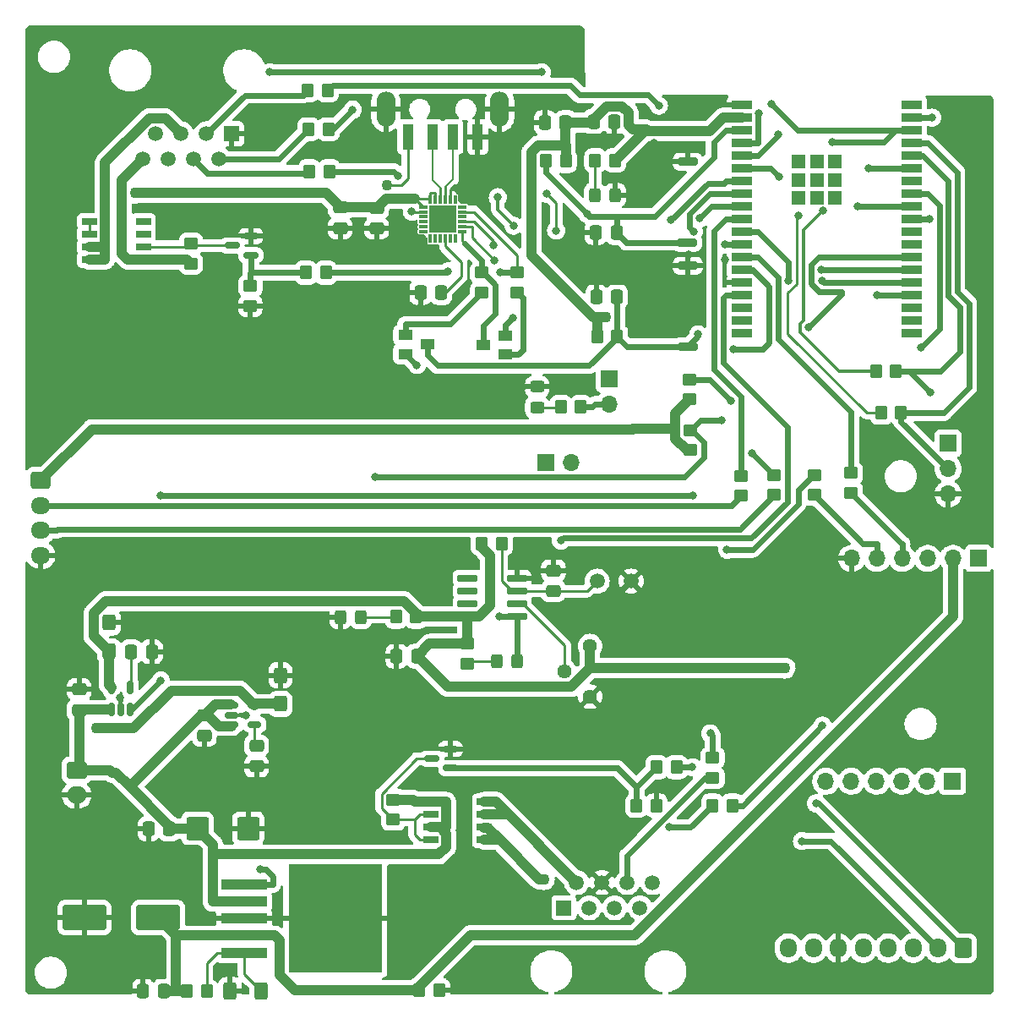
<source format=gtl>
G04 #@! TF.GenerationSoftware,KiCad,Pcbnew,6.0.7*
G04 #@! TF.CreationDate,2022-10-22T12:42:31-05:00*
G04 #@! TF.ProjectId,EsquemaGeneral,45737175-656d-4614-9765-6e6572616c2e,rev?*
G04 #@! TF.SameCoordinates,Original*
G04 #@! TF.FileFunction,Copper,L1,Top*
G04 #@! TF.FilePolarity,Positive*
%FSLAX46Y46*%
G04 Gerber Fmt 4.6, Leading zero omitted, Abs format (unit mm)*
G04 Created by KiCad (PCBNEW 6.0.7) date 2022-10-22 12:42:31*
%MOMM*%
%LPD*%
G01*
G04 APERTURE LIST*
G04 Aperture macros list*
%AMRoundRect*
0 Rectangle with rounded corners*
0 $1 Rounding radius*
0 $2 $3 $4 $5 $6 $7 $8 $9 X,Y pos of 4 corners*
0 Add a 4 corners polygon primitive as box body*
4,1,4,$2,$3,$4,$5,$6,$7,$8,$9,$2,$3,0*
0 Add four circle primitives for the rounded corners*
1,1,$1+$1,$2,$3*
1,1,$1+$1,$4,$5*
1,1,$1+$1,$6,$7*
1,1,$1+$1,$8,$9*
0 Add four rect primitives between the rounded corners*
20,1,$1+$1,$2,$3,$4,$5,0*
20,1,$1+$1,$4,$5,$6,$7,0*
20,1,$1+$1,$6,$7,$8,$9,0*
20,1,$1+$1,$8,$9,$2,$3,0*%
G04 Aperture macros list end*
G04 #@! TA.AperFunction,SMDPad,CuDef*
%ADD10RoundRect,0.250000X0.350000X0.450000X-0.350000X0.450000X-0.350000X-0.450000X0.350000X-0.450000X0*%
G04 #@! TD*
G04 #@! TA.AperFunction,SMDPad,CuDef*
%ADD11RoundRect,0.250000X0.337500X0.475000X-0.337500X0.475000X-0.337500X-0.475000X0.337500X-0.475000X0*%
G04 #@! TD*
G04 #@! TA.AperFunction,SMDPad,CuDef*
%ADD12RoundRect,0.250000X0.475000X-0.337500X0.475000X0.337500X-0.475000X0.337500X-0.475000X-0.337500X0*%
G04 #@! TD*
G04 #@! TA.AperFunction,SMDPad,CuDef*
%ADD13RoundRect,0.250000X-0.450000X0.350000X-0.450000X-0.350000X0.450000X-0.350000X0.450000X0.350000X0*%
G04 #@! TD*
G04 #@! TA.AperFunction,SMDPad,CuDef*
%ADD14RoundRect,0.250000X-0.350000X-0.450000X0.350000X-0.450000X0.350000X0.450000X-0.350000X0.450000X0*%
G04 #@! TD*
G04 #@! TA.AperFunction,SMDPad,CuDef*
%ADD15RoundRect,0.150000X-0.512500X-0.150000X0.512500X-0.150000X0.512500X0.150000X-0.512500X0.150000X0*%
G04 #@! TD*
G04 #@! TA.AperFunction,SMDPad,CuDef*
%ADD16R,2.000000X0.900000*%
G04 #@! TD*
G04 #@! TA.AperFunction,SMDPad,CuDef*
%ADD17R,1.330000X1.330000*%
G04 #@! TD*
G04 #@! TA.AperFunction,SMDPad,CuDef*
%ADD18RoundRect,0.250000X1.950000X1.000000X-1.950000X1.000000X-1.950000X-1.000000X1.950000X-1.000000X0*%
G04 #@! TD*
G04 #@! TA.AperFunction,ComponentPad*
%ADD19RoundRect,0.250000X-0.725000X0.600000X-0.725000X-0.600000X0.725000X-0.600000X0.725000X0.600000X0*%
G04 #@! TD*
G04 #@! TA.AperFunction,ComponentPad*
%ADD20O,1.950000X1.700000*%
G04 #@! TD*
G04 #@! TA.AperFunction,ComponentPad*
%ADD21R,1.700000X1.700000*%
G04 #@! TD*
G04 #@! TA.AperFunction,ComponentPad*
%ADD22O,1.700000X1.700000*%
G04 #@! TD*
G04 #@! TA.AperFunction,SMDPad,CuDef*
%ADD23RoundRect,0.250000X-0.337500X-0.475000X0.337500X-0.475000X0.337500X0.475000X-0.337500X0.475000X0*%
G04 #@! TD*
G04 #@! TA.AperFunction,SMDPad,CuDef*
%ADD24R,1.400000X1.000000*%
G04 #@! TD*
G04 #@! TA.AperFunction,SMDPad,CuDef*
%ADD25RoundRect,0.002600X-0.127400X0.402400X-0.127400X-0.402400X0.127400X-0.402400X0.127400X0.402400X0*%
G04 #@! TD*
G04 #@! TA.AperFunction,SMDPad,CuDef*
%ADD26RoundRect,0.002600X-0.402400X-0.127400X0.402400X-0.127400X0.402400X0.127400X-0.402400X0.127400X0*%
G04 #@! TD*
G04 #@! TA.AperFunction,SMDPad,CuDef*
%ADD27R,2.680000X2.680000*%
G04 #@! TD*
G04 #@! TA.AperFunction,SMDPad,CuDef*
%ADD28RoundRect,0.250000X-0.875000X-0.925000X0.875000X-0.925000X0.875000X0.925000X-0.875000X0.925000X0*%
G04 #@! TD*
G04 #@! TA.AperFunction,SMDPad,CuDef*
%ADD29RoundRect,0.250000X-0.450000X0.325000X-0.450000X-0.325000X0.450000X-0.325000X0.450000X0.325000X0*%
G04 #@! TD*
G04 #@! TA.AperFunction,ComponentPad*
%ADD30RoundRect,0.250000X0.600000X0.725000X-0.600000X0.725000X-0.600000X-0.725000X0.600000X-0.725000X0*%
G04 #@! TD*
G04 #@! TA.AperFunction,ComponentPad*
%ADD31O,1.700000X1.950000*%
G04 #@! TD*
G04 #@! TA.AperFunction,SMDPad,CuDef*
%ADD32R,1.500000X0.650000*%
G04 #@! TD*
G04 #@! TA.AperFunction,SMDPad,CuDef*
%ADD33RoundRect,0.250000X-0.475000X0.337500X-0.475000X-0.337500X0.475000X-0.337500X0.475000X0.337500X0*%
G04 #@! TD*
G04 #@! TA.AperFunction,SMDPad,CuDef*
%ADD34RoundRect,0.200000X0.800000X-0.200000X0.800000X0.200000X-0.800000X0.200000X-0.800000X-0.200000X0*%
G04 #@! TD*
G04 #@! TA.AperFunction,SMDPad,CuDef*
%ADD35RoundRect,0.250000X0.325000X0.450000X-0.325000X0.450000X-0.325000X-0.450000X0.325000X-0.450000X0*%
G04 #@! TD*
G04 #@! TA.AperFunction,ComponentPad*
%ADD36C,1.440000*%
G04 #@! TD*
G04 #@! TA.AperFunction,SMDPad,CuDef*
%ADD37RoundRect,0.250000X-0.325000X-0.450000X0.325000X-0.450000X0.325000X0.450000X-0.325000X0.450000X0*%
G04 #@! TD*
G04 #@! TA.AperFunction,SMDPad,CuDef*
%ADD38RoundRect,0.250000X0.400000X0.625000X-0.400000X0.625000X-0.400000X-0.625000X0.400000X-0.625000X0*%
G04 #@! TD*
G04 #@! TA.AperFunction,ComponentPad*
%ADD39R,1.500000X1.500000*%
G04 #@! TD*
G04 #@! TA.AperFunction,ComponentPad*
%ADD40C,1.500000*%
G04 #@! TD*
G04 #@! TA.AperFunction,SMDPad,CuDef*
%ADD41RoundRect,0.250000X0.425000X-0.537500X0.425000X0.537500X-0.425000X0.537500X-0.425000X-0.537500X0*%
G04 #@! TD*
G04 #@! TA.AperFunction,SMDPad,CuDef*
%ADD42R,4.600000X1.100000*%
G04 #@! TD*
G04 #@! TA.AperFunction,SMDPad,CuDef*
%ADD43R,9.400000X10.800000*%
G04 #@! TD*
G04 #@! TA.AperFunction,SMDPad,CuDef*
%ADD44RoundRect,0.250000X0.450000X-0.350000X0.450000X0.350000X-0.450000X0.350000X-0.450000X-0.350000X0*%
G04 #@! TD*
G04 #@! TA.AperFunction,SMDPad,CuDef*
%ADD45RoundRect,0.150000X0.150000X-0.512500X0.150000X0.512500X-0.150000X0.512500X-0.150000X-0.512500X0*%
G04 #@! TD*
G04 #@! TA.AperFunction,SMDPad,CuDef*
%ADD46RoundRect,0.150000X0.587500X0.150000X-0.587500X0.150000X-0.587500X-0.150000X0.587500X-0.150000X0*%
G04 #@! TD*
G04 #@! TA.AperFunction,SMDPad,CuDef*
%ADD47R,1.100000X2.500000*%
G04 #@! TD*
G04 #@! TA.AperFunction,ComponentPad*
%ADD48O,1.900000X3.500000*%
G04 #@! TD*
G04 #@! TA.AperFunction,SMDPad,CuDef*
%ADD49RoundRect,0.042000X0.943000X0.258000X-0.943000X0.258000X-0.943000X-0.258000X0.943000X-0.258000X0*%
G04 #@! TD*
G04 #@! TA.AperFunction,ComponentPad*
%ADD50RoundRect,0.250000X-0.750000X0.600000X-0.750000X-0.600000X0.750000X-0.600000X0.750000X0.600000X0*%
G04 #@! TD*
G04 #@! TA.AperFunction,ComponentPad*
%ADD51O,2.000000X1.700000*%
G04 #@! TD*
G04 #@! TA.AperFunction,ViaPad*
%ADD52C,1.100000*%
G04 #@! TD*
G04 #@! TA.AperFunction,ViaPad*
%ADD53C,0.800000*%
G04 #@! TD*
G04 #@! TA.AperFunction,Conductor*
%ADD54C,0.230000*%
G04 #@! TD*
G04 #@! TA.AperFunction,Conductor*
%ADD55C,0.250000*%
G04 #@! TD*
G04 #@! TA.AperFunction,Conductor*
%ADD56C,1.000000*%
G04 #@! TD*
G04 #@! TA.AperFunction,Conductor*
%ADD57C,0.300000*%
G04 #@! TD*
G04 #@! TA.AperFunction,Conductor*
%ADD58C,0.600000*%
G04 #@! TD*
G04 #@! TA.AperFunction,Conductor*
%ADD59C,0.601000*%
G04 #@! TD*
G04 #@! TA.AperFunction,Conductor*
%ADD60C,0.200000*%
G04 #@! TD*
G04 APERTURE END LIST*
D10*
X142220000Y-120100000D03*
X140220000Y-120100000D03*
D11*
X120640000Y-68730000D03*
X118565000Y-68730000D03*
D12*
X84380000Y-110535000D03*
X84380000Y-108460000D03*
D13*
X123275000Y-103900000D03*
X123275000Y-105900000D03*
D14*
X118440000Y-138580000D03*
X120440000Y-138580000D03*
D11*
X93400000Y-122430000D03*
X91325000Y-122430000D03*
D15*
X99682500Y-110072500D03*
X99682500Y-111022500D03*
X99682500Y-111972500D03*
X101957500Y-111972500D03*
X101957500Y-110072500D03*
D16*
X150800000Y-49940000D03*
X150800000Y-51210000D03*
X150800000Y-52480000D03*
X150800000Y-53750000D03*
X150800000Y-55020000D03*
X150800000Y-56290000D03*
X150800000Y-57560000D03*
X150800000Y-58830000D03*
X150800000Y-60100000D03*
X150800000Y-61370000D03*
X150800000Y-62640000D03*
X150800000Y-63910000D03*
X150800000Y-65180000D03*
X150800000Y-66450000D03*
X150800000Y-67720000D03*
X150800000Y-68990000D03*
X150800000Y-70260000D03*
X150800000Y-71530000D03*
X150800000Y-72800000D03*
X167800000Y-72800000D03*
X167800000Y-71530000D03*
X167800000Y-70260000D03*
X167800000Y-68990000D03*
X167800000Y-67720000D03*
X167800000Y-66450000D03*
X167800000Y-65180000D03*
X167800000Y-63910000D03*
X167800000Y-62640000D03*
X167800000Y-61370000D03*
X167800000Y-60100000D03*
X167800000Y-58830000D03*
X167800000Y-57560000D03*
X167800000Y-56290000D03*
X167800000Y-55020000D03*
X167800000Y-53750000D03*
X167800000Y-52480000D03*
X167800000Y-51210000D03*
X167800000Y-49940000D03*
D17*
X156465000Y-55605000D03*
X156465000Y-57440000D03*
X156465000Y-59275000D03*
X158300000Y-59275000D03*
X160135000Y-59275000D03*
X160135000Y-57440000D03*
X160135000Y-55605000D03*
X158300000Y-55605000D03*
X158300000Y-57440000D03*
D18*
X92290000Y-131310000D03*
X84890000Y-131310000D03*
D19*
X80530000Y-87550000D03*
D20*
X80530000Y-90050000D03*
X80530000Y-92550000D03*
X80530000Y-95050000D03*
D11*
X118255000Y-105140000D03*
X116180000Y-105140000D03*
D21*
X137520000Y-77360000D03*
D22*
X137520000Y-79900000D03*
D23*
X135945000Y-51610000D03*
X138020000Y-51610000D03*
D24*
X117060000Y-72980000D03*
X117060000Y-74880000D03*
X119260000Y-73930000D03*
D10*
X118125000Y-101180000D03*
X116125000Y-101180000D03*
D21*
X171450000Y-83820000D03*
D22*
X171450000Y-86360000D03*
X171450000Y-88900000D03*
D14*
X147830000Y-120100000D03*
X149830000Y-120100000D03*
X132640000Y-80200000D03*
X134640000Y-80200000D03*
D25*
X122070000Y-59440000D03*
X121570000Y-59440000D03*
X121070000Y-59440000D03*
X120570000Y-59440000D03*
X120070000Y-59440000D03*
X119570000Y-59440000D03*
D26*
X118865000Y-60145000D03*
X118865000Y-60645000D03*
X118865000Y-61145000D03*
X118865000Y-61645000D03*
X118865000Y-62145000D03*
X118865000Y-62645000D03*
D25*
X119570000Y-63350000D03*
X120070000Y-63350000D03*
X120570000Y-63350000D03*
X121070000Y-63350000D03*
X121570000Y-63350000D03*
X122070000Y-63350000D03*
D26*
X122775000Y-62645000D03*
X122775000Y-62145000D03*
X122775000Y-61645000D03*
X122775000Y-61145000D03*
X122775000Y-60645000D03*
X122775000Y-60145000D03*
D27*
X120820000Y-61395000D03*
D28*
X96220000Y-122370000D03*
X101320000Y-122370000D03*
D12*
X131895000Y-98620000D03*
X131895000Y-96545000D03*
D11*
X92867500Y-138680000D03*
X90792500Y-138680000D03*
D29*
X130270000Y-78170000D03*
X130270000Y-80220000D03*
D14*
X131130000Y-55550000D03*
X133130000Y-55550000D03*
D30*
X172940000Y-134370000D03*
D31*
X170440000Y-134370000D03*
X167940000Y-134370000D03*
X165440000Y-134370000D03*
X162940000Y-134370000D03*
X160440000Y-134370000D03*
X157940000Y-134370000D03*
X155440000Y-134370000D03*
D13*
X128270000Y-66700000D03*
X128270000Y-68700000D03*
D32*
X119590000Y-119725000D03*
X119590000Y-120995000D03*
X119590000Y-122265000D03*
X119590000Y-123535000D03*
X124990000Y-123535000D03*
X124990000Y-122265000D03*
X124990000Y-120995000D03*
X124990000Y-119725000D03*
D33*
X102160000Y-114102500D03*
X102160000Y-116177500D03*
D13*
X158020000Y-87000000D03*
X158020000Y-89000000D03*
X150711500Y-87062000D03*
X150711500Y-89062000D03*
D14*
X124725000Y-93860000D03*
X126725000Y-93860000D03*
D10*
X109100000Y-66740000D03*
X107100000Y-66740000D03*
D34*
X145326400Y-74128600D03*
X145377200Y-66051400D03*
D35*
X138090000Y-58970000D03*
X136040000Y-58970000D03*
D10*
X166227000Y-76581000D03*
X164227000Y-76581000D03*
D14*
X107280000Y-48490000D03*
X109280000Y-48490000D03*
X107360000Y-52380000D03*
X109360000Y-52380000D03*
D34*
X145296400Y-63718600D03*
X145347200Y-55641400D03*
D10*
X138090000Y-55490000D03*
X136090000Y-55490000D03*
D13*
X161720000Y-86800000D03*
X161720000Y-88800000D03*
D36*
X135565000Y-104110000D03*
X133025000Y-106650000D03*
X135565000Y-109190000D03*
D13*
X124740000Y-66730000D03*
X124740000Y-68730000D03*
D37*
X110565000Y-101200000D03*
X112615000Y-101200000D03*
D13*
X95580000Y-63830000D03*
X95580000Y-65830000D03*
D38*
X102580000Y-138650000D03*
X99480000Y-138650000D03*
D33*
X114190000Y-60240000D03*
X114190000Y-62315000D03*
D13*
X145650000Y-82520000D03*
X145650000Y-84520000D03*
D39*
X99650000Y-52840000D03*
D40*
X98380000Y-55380000D03*
X97110000Y-52840000D03*
X95840000Y-55380000D03*
X94570000Y-52840000D03*
X93300000Y-55380000D03*
X92030000Y-52840000D03*
X90760000Y-55380000D03*
D11*
X133120000Y-51710000D03*
X131045000Y-51710000D03*
D14*
X136280000Y-73140000D03*
X138280000Y-73140000D03*
D32*
X90800000Y-65415000D03*
X90800000Y-64145000D03*
X90800000Y-62875000D03*
X90800000Y-61605000D03*
X85400000Y-61605000D03*
X85400000Y-62875000D03*
X85400000Y-64145000D03*
X85400000Y-65415000D03*
D33*
X110530000Y-60205000D03*
X110530000Y-62280000D03*
D39*
X132957500Y-130330000D03*
D40*
X134227500Y-127790000D03*
X135497500Y-130330000D03*
X136767500Y-127790000D03*
X138037500Y-130330000D03*
X139307500Y-127790000D03*
X140577500Y-130330000D03*
X141847500Y-127790000D03*
D21*
X174480000Y-95350000D03*
D22*
X171940000Y-95350000D03*
X169400000Y-95350000D03*
X166860000Y-95350000D03*
X164320000Y-95350000D03*
X161780000Y-95350000D03*
D21*
X171889200Y-117642000D03*
D22*
X169349200Y-117642000D03*
X166809200Y-117642000D03*
X164269200Y-117642000D03*
X161729200Y-117642000D03*
X159189200Y-117642000D03*
D41*
X104530000Y-109920000D03*
X104530000Y-107045000D03*
D24*
X127070000Y-74950000D03*
X127070000Y-73050000D03*
X124870000Y-74000000D03*
D40*
X136275000Y-97630000D03*
X139675000Y-97630000D03*
D14*
X107440000Y-56590000D03*
X109440000Y-56590000D03*
D42*
X100885000Y-128015000D03*
X100885000Y-129715000D03*
X100885000Y-131415000D03*
D43*
X110035000Y-131415000D03*
D42*
X100885000Y-133115000D03*
X100885000Y-134815000D03*
D35*
X128247500Y-105680000D03*
X126197500Y-105680000D03*
D44*
X101530000Y-70060000D03*
X101530000Y-68060000D03*
D13*
X145548400Y-77440000D03*
X145548400Y-79440000D03*
D45*
X87600000Y-110510000D03*
X88550000Y-110510000D03*
X89500000Y-110510000D03*
X89500000Y-108235000D03*
X87600000Y-108235000D03*
D21*
X131150000Y-85730000D03*
D22*
X133690000Y-85730000D03*
D46*
X121597500Y-116340000D03*
X121597500Y-114440000D03*
X119722500Y-115390000D03*
D47*
X117310000Y-53140000D03*
X119810000Y-53140000D03*
X121810000Y-53140000D03*
X124310000Y-53140000D03*
D48*
X115110000Y-50390000D03*
X126510000Y-50390000D03*
D44*
X115850000Y-121510000D03*
X115850000Y-119510000D03*
D23*
X136145000Y-62720000D03*
X138220000Y-62720000D03*
X89585000Y-104700000D03*
X91660000Y-104700000D03*
D46*
X101577500Y-64980000D03*
X101577500Y-63080000D03*
X99702500Y-64030000D03*
D13*
X154020000Y-87000000D03*
X154020000Y-89000000D03*
D41*
X87340000Y-104650000D03*
X87340000Y-101775000D03*
D44*
X147850000Y-117310000D03*
X147850000Y-115310000D03*
D10*
X166735000Y-80772000D03*
X164735000Y-80772000D03*
D23*
X136195000Y-69160000D03*
X138270000Y-69160000D03*
D10*
X144220000Y-116250000D03*
X142220000Y-116250000D03*
D33*
X96920000Y-111032500D03*
X96920000Y-113107500D03*
D14*
X95160000Y-138680000D03*
X97160000Y-138680000D03*
D49*
X128225000Y-101145000D03*
X128225000Y-99875000D03*
X128225000Y-98605000D03*
X128225000Y-97335000D03*
X123285000Y-97335000D03*
X123285000Y-98605000D03*
X123285000Y-99875000D03*
X123285000Y-101145000D03*
D50*
X84130000Y-116540000D03*
D51*
X84130000Y-119040000D03*
D52*
X86067900Y-112343600D03*
X90004900Y-58759600D03*
X139944900Y-82351700D03*
X137113400Y-71220200D03*
D53*
X145440000Y-64930000D03*
X88500000Y-109280000D03*
X163950000Y-101180000D03*
X110490000Y-95100000D03*
X150210000Y-131320000D03*
X81410000Y-126650000D03*
X128010000Y-112690000D03*
X105430000Y-50940000D03*
X133670000Y-120700000D03*
X96660000Y-117580000D03*
X171280000Y-106770000D03*
X96600000Y-79570000D03*
X120880000Y-129920000D03*
X159340000Y-129090000D03*
X149080000Y-65470000D03*
X106160000Y-62910000D03*
X84470000Y-52060000D03*
X168330000Y-122910000D03*
X116980000Y-64320000D03*
X137550000Y-66250000D03*
X143110000Y-118120000D03*
X121410000Y-60810000D03*
X99440000Y-136570000D03*
X99440000Y-104190000D03*
X81210000Y-74100000D03*
X103670000Y-94980000D03*
X134960000Y-53710000D03*
X82480000Y-58700000D03*
X85680000Y-106740000D03*
X117210000Y-95230000D03*
X87940000Y-74290000D03*
X101540000Y-50700000D03*
X101080000Y-111090000D03*
X141330000Y-101150000D03*
X104300000Y-79380000D03*
X116110000Y-69700000D03*
X109830000Y-119600000D03*
X96410000Y-72860000D03*
X123170000Y-79390000D03*
X97200000Y-95070000D03*
X129430000Y-94690000D03*
X123600000Y-58750000D03*
X81770000Y-104460000D03*
X140880000Y-50310000D03*
X103990000Y-73130000D03*
X133610000Y-77850000D03*
X141940000Y-53760000D03*
X141820000Y-95470000D03*
X169000000Y-91370000D03*
X110240000Y-79380000D03*
X114890000Y-111570000D03*
X151800000Y-113400000D03*
X135252000Y-60854300D03*
X127813200Y-71231700D03*
X158702700Y-66450000D03*
X146398700Y-72901100D03*
D52*
X155100100Y-106332500D03*
D53*
X143708500Y-61440800D03*
X126518900Y-101145000D03*
X142467594Y-50010500D03*
X152499502Y-50820000D03*
X154400000Y-52890000D03*
X111790000Y-50410000D03*
X154490000Y-57160000D03*
X116360000Y-57060000D03*
X145960700Y-62617000D03*
X147610900Y-112869100D03*
X146562500Y-61300200D03*
X155429800Y-67507400D03*
X151811000Y-84811000D03*
X149059900Y-63916700D03*
X149292200Y-94470300D03*
X149920400Y-74371800D03*
X145902900Y-89034200D03*
X92565900Y-107571100D03*
X92565900Y-89034200D03*
X132659300Y-93570000D03*
X164340700Y-68990000D03*
X158858600Y-112090500D03*
X158854600Y-67550400D03*
X121328500Y-66599500D03*
X157486400Y-72182100D03*
X145823900Y-116250000D03*
X158200500Y-119873600D03*
X169534900Y-61370000D03*
X156805400Y-123637500D03*
X162403900Y-60100000D03*
X168715100Y-74231800D03*
X163444000Y-56290000D03*
X148709400Y-81520800D03*
X114071000Y-87223100D03*
X169672000Y-78740000D03*
X149676500Y-79535700D03*
X103479400Y-46657500D03*
X130722500Y-46657500D03*
X159878900Y-53685500D03*
X153730000Y-49870000D03*
X169852600Y-51210000D03*
D52*
X115220500Y-57960500D03*
D53*
X117700000Y-60630000D03*
X143526800Y-122281200D03*
D52*
X130978000Y-127486500D03*
D53*
X102512300Y-126513500D03*
X118214200Y-75970700D03*
X126583700Y-66700000D03*
X156460000Y-61050000D03*
X125990000Y-65490000D03*
X132170000Y-62520000D03*
X131250000Y-58830800D03*
X125910898Y-64029102D03*
X126330000Y-59180000D03*
X158879400Y-60539502D03*
X127910000Y-62030000D03*
D54*
X120030480Y-58720000D02*
X120030480Y-59440000D01*
D55*
X118815480Y-60095480D02*
X118865000Y-60095480D01*
D56*
X110530000Y-60205000D02*
X114155000Y-60205000D01*
X136280000Y-71220200D02*
X137113400Y-71220200D01*
X115120000Y-59310000D02*
X118030000Y-59310000D01*
X135910000Y-71220200D02*
X136280000Y-71220200D01*
X144114400Y-83342900D02*
X144114400Y-82351700D01*
X145291500Y-84520000D02*
X144114400Y-83342900D01*
X133130000Y-54010200D02*
X133120000Y-54000200D01*
X104530000Y-109920000D02*
X102110000Y-109920000D01*
D55*
X119440000Y-59310000D02*
X118030000Y-59310000D01*
D56*
X147564066Y-52560000D02*
X148914066Y-51210000D01*
X139420000Y-50712576D02*
X139420000Y-51960000D01*
X85670000Y-82410000D02*
X80530000Y-87550000D01*
X139944900Y-82351700D02*
X144114400Y-82351700D01*
X102110000Y-109920000D02*
X101957500Y-110072500D01*
X133120000Y-54000200D02*
X130379300Y-54000200D01*
X100461700Y-108576700D02*
X93599200Y-108576700D01*
X145650000Y-84520000D02*
X145291500Y-84520000D01*
X139944900Y-82351700D02*
X139886600Y-82410000D01*
X138792424Y-50085000D02*
X139420000Y-50712576D01*
X135945000Y-51387576D02*
X137247576Y-50085000D01*
X114155000Y-60205000D02*
X114190000Y-60240000D01*
X144114400Y-82351700D02*
X144114400Y-80874000D01*
D54*
X119570000Y-59440000D02*
X119570000Y-58750000D01*
D56*
X148914066Y-51210000D02*
X150800000Y-51210000D01*
D55*
X119570000Y-59440000D02*
X119440000Y-59310000D01*
D56*
X147564066Y-52560000D02*
X141338200Y-52560000D01*
X90004900Y-58759600D02*
X109084600Y-58759600D01*
D54*
X119570000Y-58750000D02*
X119600000Y-58720000D01*
D56*
X139420000Y-51960000D02*
X139860900Y-52400900D01*
X135845000Y-51710000D02*
X135945000Y-51610000D01*
X133120000Y-51710000D02*
X135845000Y-51710000D01*
X114190000Y-60240000D02*
X115120000Y-59310000D01*
X109084600Y-58759600D02*
X110530000Y-60205000D01*
X93599200Y-108576700D02*
X89832300Y-112343600D01*
X139886600Y-82410000D02*
X85670000Y-82410000D01*
X130379300Y-54000200D02*
X129670400Y-54709100D01*
X138090000Y-55490000D02*
X141179100Y-52400900D01*
X89832300Y-112343600D02*
X86067900Y-112343600D01*
D55*
X118030000Y-59310000D02*
X118815480Y-60095480D01*
D56*
X135945000Y-51610000D02*
X135945000Y-51387576D01*
X101957500Y-110072500D02*
X100461700Y-108576700D01*
X141179100Y-52400900D02*
X141338200Y-52560000D01*
X139860900Y-52400900D02*
X141179100Y-52400900D01*
D54*
X119600000Y-58720000D02*
X120030480Y-58720000D01*
D56*
X133120000Y-54000200D02*
X133120000Y-51710000D01*
X137247576Y-50085000D02*
X138792424Y-50085000D01*
X136280000Y-73140000D02*
X136280000Y-71220200D01*
X129670400Y-54709100D02*
X129670400Y-64980600D01*
X133130000Y-55550000D02*
X133130000Y-54010200D01*
X144114400Y-80874000D02*
X145548400Y-79440000D01*
X129670400Y-64980600D02*
X135910000Y-71220200D01*
D55*
X122000000Y-58000000D02*
X121570000Y-58430000D01*
D57*
X88500000Y-110460000D02*
X88550000Y-110510000D01*
D55*
X123000000Y-58000000D02*
X122000000Y-58000000D01*
X99440000Y-136570000D02*
X99440000Y-138610000D01*
X99440000Y-138610000D02*
X99480000Y-138650000D01*
X123600000Y-58750000D02*
X123600000Y-58600000D01*
X123600000Y-58600000D02*
X123000000Y-58000000D01*
X101080000Y-111090000D02*
X99750000Y-111090000D01*
D57*
X88500000Y-109280000D02*
X88500000Y-110460000D01*
D55*
X99750000Y-111090000D02*
X99682500Y-111022500D01*
X121570000Y-58430000D02*
X121570000Y-59440000D01*
D58*
X139218600Y-63718600D02*
X145296400Y-63718600D01*
X135498100Y-61100400D02*
X135252000Y-60854300D01*
X131130000Y-55550000D02*
X131130000Y-56732300D01*
X138220000Y-61100400D02*
X138220000Y-62720000D01*
X142034300Y-61100400D02*
X138220000Y-61100400D01*
X127070000Y-73050000D02*
X127070000Y-71949700D01*
X138220000Y-61100400D02*
X135498100Y-61100400D01*
X131130000Y-56732300D02*
X135252000Y-60854300D01*
X147987300Y-55147400D02*
X142034300Y-61100400D01*
X138220000Y-62720000D02*
X139218600Y-63718600D01*
X147987300Y-53692400D02*
X147987300Y-55147400D01*
X150800000Y-52480000D02*
X149199700Y-52480000D01*
X127095200Y-71949700D02*
X127813200Y-71231700D01*
X127070000Y-71949700D02*
X127095200Y-71949700D01*
X149199700Y-52480000D02*
X147987300Y-53692400D01*
X119260000Y-73930000D02*
X119260000Y-75030300D01*
X135493300Y-76050300D02*
X120280000Y-76050300D01*
X138341800Y-73201800D02*
X135493300Y-76050300D01*
X146398700Y-72901100D02*
X146398700Y-73056300D01*
X138280000Y-73140000D02*
X138341800Y-73201800D01*
X146398700Y-73056300D02*
X145326400Y-74128600D01*
X167800000Y-66450000D02*
X158702700Y-66450000D01*
X138280000Y-69170000D02*
X138280000Y-73140000D01*
X138270000Y-69160000D02*
X138280000Y-69170000D01*
X120280000Y-76050300D02*
X119260000Y-75030300D01*
X139268600Y-74128600D02*
X145326400Y-74128600D01*
X138341800Y-73201800D02*
X139268600Y-74128600D01*
D55*
X121070000Y-63350000D02*
X121070000Y-64080400D01*
X122642300Y-65652700D02*
X122642300Y-67153000D01*
X121065300Y-68730000D02*
X120640000Y-68730000D01*
X121070000Y-64080400D02*
X122642300Y-65652700D01*
X122642300Y-67153000D02*
X121065300Y-68730000D01*
D56*
X125520000Y-95040000D02*
X125520000Y-100096300D01*
X123285000Y-101145000D02*
X123275000Y-101155000D01*
X124471300Y-101145000D02*
X123285000Y-101145000D01*
X135565000Y-104110000D02*
X135565000Y-106332500D01*
X125520000Y-100096300D02*
X124471300Y-101145000D01*
X87033800Y-99629700D02*
X85814100Y-100849400D01*
X123275000Y-101180000D02*
X123275000Y-103900000D01*
X123275000Y-101155000D02*
X123275000Y-101180000D01*
X135565000Y-106332500D02*
X133678600Y-108218900D01*
X119495000Y-103900000D02*
X123275000Y-103900000D01*
X121333900Y-108218900D02*
X118255000Y-105140000D01*
X124725000Y-94245000D02*
X125520000Y-95040000D01*
X118125000Y-101180000D02*
X123275000Y-101180000D01*
X118255000Y-105140000D02*
X119495000Y-103900000D01*
X85814100Y-100849400D02*
X85814100Y-103124100D01*
X87600000Y-108235000D02*
X87340000Y-107975000D01*
X87340000Y-107975000D02*
X87340000Y-104650000D01*
X135565000Y-106332500D02*
X155100100Y-106332500D01*
X133678600Y-108218900D02*
X121333900Y-108218900D01*
X118125000Y-101180000D02*
X118125000Y-100833400D01*
X118125000Y-100833400D02*
X116921300Y-99629700D01*
X85814100Y-103124100D02*
X87340000Y-104650000D01*
X116921300Y-99629700D02*
X87033800Y-99629700D01*
X124725000Y-93860000D02*
X124725000Y-94245000D01*
D55*
X126725000Y-93860000D02*
X126725000Y-97593900D01*
X131880000Y-98605000D02*
X131895000Y-98620000D01*
X136275000Y-97630000D02*
X135285000Y-98620000D01*
X135285000Y-98620000D02*
X131895000Y-98620000D01*
X128225000Y-98605000D02*
X131880000Y-98605000D01*
X127736100Y-98605000D02*
X128225000Y-98605000D01*
X126725000Y-97593900D02*
X127736100Y-98605000D01*
D56*
X121140300Y-122878500D02*
X121140300Y-124265000D01*
X97784600Y-125224100D02*
X97784600Y-123994600D01*
X90800000Y-65415000D02*
X89249700Y-65415000D01*
X96633800Y-111032500D02*
X96920000Y-111032500D01*
X119590000Y-122265000D02*
X120365200Y-122265000D01*
X88654600Y-64819900D02*
X89249700Y-65415000D01*
X88073800Y-116826400D02*
X87727000Y-116826400D01*
X88654600Y-57485400D02*
X88654600Y-64819900D01*
X98398000Y-112123500D02*
X97307000Y-111032500D01*
X96920000Y-111032500D02*
X98031000Y-109921500D01*
X95165000Y-65415000D02*
X95580000Y-65830000D01*
X120526800Y-122265000D02*
X121140300Y-122265000D01*
X115850000Y-119510000D02*
X117824700Y-119510000D01*
X97784600Y-123994600D02*
X96220000Y-122430000D01*
X97307000Y-111032500D02*
X96920000Y-111032500D01*
D59*
X99531500Y-109921500D02*
X99682500Y-110072500D01*
D56*
X84380000Y-116290000D02*
X84380000Y-110535000D01*
X90800000Y-65415000D02*
X95165000Y-65415000D01*
X98031000Y-109921500D02*
X99531500Y-109921500D01*
X120526800Y-122265000D02*
X121140300Y-122878500D01*
D59*
X87449000Y-110510000D02*
X87600000Y-110510000D01*
D56*
X87440600Y-116540000D02*
X84130000Y-116540000D01*
X93400000Y-122430000D02*
X93400000Y-122152600D01*
D59*
X99682500Y-112123500D02*
X99682500Y-111972500D01*
D56*
X84405000Y-110510000D02*
X84380000Y-110535000D01*
X93400000Y-122152600D02*
X89456900Y-118209400D01*
X120414500Y-124990800D02*
X98018000Y-124990800D01*
X97784700Y-129715000D02*
X97784700Y-125224100D01*
X117824700Y-119510000D02*
X118039700Y-119725000D01*
X96220000Y-122430000D02*
X93400000Y-122430000D01*
X121140300Y-122265000D02*
X121140300Y-119725000D01*
X120365200Y-122265000D02*
X120526800Y-122265000D01*
X87449000Y-110510000D02*
X84405000Y-110510000D01*
X90760000Y-55380000D02*
X88654600Y-57485400D01*
X100885000Y-129715000D02*
X97784700Y-129715000D01*
X89456900Y-118209400D02*
X88073800Y-116826400D01*
X119590000Y-119725000D02*
X118039700Y-119725000D01*
X119590000Y-119725000D02*
X121140300Y-119725000D01*
X99682500Y-112123500D02*
X98398000Y-112123500D01*
X97784700Y-125224100D02*
X97784600Y-125224100D01*
X98018000Y-124990800D02*
X97784700Y-125224100D01*
X87727000Y-116826400D02*
X87440600Y-116540000D01*
X89456900Y-118209400D02*
X96633800Y-111032500D01*
X84130000Y-116540000D02*
X84380000Y-116290000D01*
X96220000Y-122430000D02*
X96220000Y-122370000D01*
X121140300Y-124265000D02*
X120414500Y-124990800D01*
D55*
X101957500Y-113900000D02*
X101957500Y-111972500D01*
X102160000Y-114102500D02*
X101957500Y-113900000D01*
D56*
X100885000Y-133115000D02*
X103985300Y-133115000D01*
X94095000Y-133115000D02*
X100885000Y-133115000D01*
X105958100Y-138580000D02*
X118440000Y-138580000D01*
X140025600Y-133080000D02*
X123589100Y-133080000D01*
X123589100Y-133080000D02*
X118440000Y-138229100D01*
X95160000Y-138680000D02*
X94095000Y-138680000D01*
X104443700Y-133573400D02*
X104443700Y-137065600D01*
X171940000Y-101165600D02*
X140025600Y-133080000D01*
X94095000Y-138680000D02*
X94095000Y-133115000D01*
X171940000Y-95350000D02*
X171940000Y-101165600D01*
X104443700Y-137065600D02*
X105958100Y-138580000D01*
X118440000Y-138229100D02*
X118440000Y-138580000D01*
X94095000Y-138680000D02*
X92867500Y-138680000D01*
X94095000Y-133115000D02*
X92290000Y-131310000D01*
X103985300Y-133115000D02*
X104443700Y-133573400D01*
D55*
X89585000Y-104700000D02*
X89585000Y-108150000D01*
X89585000Y-108150000D02*
X89500000Y-108235000D01*
X136090000Y-58920000D02*
X136040000Y-58970000D01*
X136090000Y-55490000D02*
X136090000Y-58920000D01*
X132620000Y-80220000D02*
X132640000Y-80200000D01*
X130270000Y-80220000D02*
X132620000Y-80220000D01*
X112615000Y-101200000D02*
X116105000Y-101200000D01*
X116105000Y-101200000D02*
X116125000Y-101180000D01*
D58*
X148989400Y-57770300D02*
X149199700Y-57560000D01*
X143708500Y-61440800D02*
X147379000Y-57770300D01*
X150800000Y-57560000D02*
X149199700Y-57560000D01*
X128247500Y-101167500D02*
X128247500Y-105680000D01*
X147379000Y-57770300D02*
X148989400Y-57770300D01*
X128225000Y-101145000D02*
X128247500Y-101167500D01*
X128225000Y-101145000D02*
X126518900Y-101145000D01*
D55*
X123495000Y-105680000D02*
X123275000Y-105900000D01*
X126197500Y-105680000D02*
X123495000Y-105680000D01*
D58*
X152400300Y-50919202D02*
X152499502Y-50820000D01*
X109770500Y-47999500D02*
X109280000Y-48490000D01*
X150800000Y-53750000D02*
X152400300Y-53750000D01*
X134527700Y-48957700D02*
X133569500Y-47999500D01*
X152400300Y-53750000D02*
X152400300Y-50919202D01*
X133569500Y-47999500D02*
X109770500Y-47999500D01*
X141414794Y-48957700D02*
X134527700Y-48957700D01*
X142467594Y-50010500D02*
X141414794Y-48957700D01*
X111790000Y-50410000D02*
X109820000Y-52380000D01*
X150800000Y-55020000D02*
X152403092Y-55020000D01*
X152403092Y-55020000D02*
X154400000Y-53023092D01*
X154400000Y-53023092D02*
X154400000Y-52890000D01*
X109820000Y-52380000D02*
X109360000Y-52380000D01*
X154490000Y-57160000D02*
X153620000Y-56290000D01*
X153620000Y-56290000D02*
X150800000Y-56290000D01*
X115890000Y-56590000D02*
X116360000Y-57060000D01*
X109440000Y-56590000D02*
X115890000Y-56590000D01*
X147850000Y-115310000D02*
X147850000Y-113108200D01*
X147592600Y-58830000D02*
X150800000Y-58830000D01*
X145960700Y-62617000D02*
X145531800Y-62188100D01*
X145531800Y-62188100D02*
X145531800Y-60890800D01*
X147850000Y-113108200D02*
X147610900Y-112869100D01*
X145531800Y-60890800D02*
X147592600Y-58830000D01*
X146562500Y-61300200D02*
X147762700Y-60100000D01*
X147762700Y-60100000D02*
X150800000Y-60100000D01*
X150711400Y-87062000D02*
X150711500Y-87062000D01*
X150800000Y-61370000D02*
X149199700Y-61370000D01*
X149199700Y-61370000D02*
X148019800Y-62549900D01*
X150711400Y-79155900D02*
X150711400Y-87062000D01*
X148019800Y-76464300D02*
X150711400Y-79155900D01*
X148019800Y-62549900D02*
X148019800Y-76464300D01*
X154020000Y-87000000D02*
X151831000Y-84811000D01*
X151831000Y-84811000D02*
X151811000Y-84811000D01*
X152400300Y-62640000D02*
X155429800Y-65669500D01*
X150800000Y-62640000D02*
X152400300Y-62640000D01*
X155429800Y-65669500D02*
X155429800Y-67507400D01*
X149199700Y-63910000D02*
X149193000Y-63916700D01*
X157938500Y-87000000D02*
X156446200Y-88492300D01*
X156446200Y-88492300D02*
X156446200Y-89880700D01*
X151856600Y-94470300D02*
X149292200Y-94470300D01*
X158020000Y-87000000D02*
X157938500Y-87000000D01*
X156446200Y-89880700D02*
X151856600Y-94470300D01*
X150800000Y-63910000D02*
X149199700Y-63910000D01*
X149193000Y-63916700D02*
X149059900Y-63916700D01*
X161720000Y-80676600D02*
X161720000Y-86800000D01*
X150800000Y-65180000D02*
X152400300Y-65180000D01*
X154429500Y-67209200D02*
X154429500Y-73386100D01*
X154429500Y-73386100D02*
X161720000Y-80676600D01*
X152400300Y-65180000D02*
X154429500Y-67209200D01*
X153529200Y-73759200D02*
X153529200Y-68098000D01*
X152916600Y-74371800D02*
X149920400Y-74371800D01*
X92565900Y-89034200D02*
X145902900Y-89034200D01*
X89500000Y-110510000D02*
X89627000Y-110510000D01*
X151881200Y-66450000D02*
X150800000Y-66450000D01*
X89627000Y-110510000D02*
X92565900Y-107571100D01*
X153529200Y-73759200D02*
X152916600Y-74371800D01*
X153529200Y-68098000D02*
X151881200Y-66450000D01*
X149199700Y-68990000D02*
X148920100Y-69269600D01*
X132909600Y-93319700D02*
X132659300Y-93570000D01*
X155328800Y-89717700D02*
X151726800Y-93319700D01*
X155328800Y-82160100D02*
X155328800Y-89717700D01*
X150800000Y-68990000D02*
X149199700Y-68990000D01*
X148920100Y-75751400D02*
X155328800Y-82160100D01*
X148920100Y-69269600D02*
X148920100Y-75751400D01*
X151726800Y-93319700D02*
X132909600Y-93319700D01*
X150849100Y-120100000D02*
X158858600Y-112090500D01*
X167800000Y-68990000D02*
X164340700Y-68990000D01*
X149830000Y-120100000D02*
X150849100Y-120100000D01*
X121188000Y-66740000D02*
X109100000Y-66740000D01*
X159024200Y-67720000D02*
X158854600Y-67550400D01*
X167800000Y-67720000D02*
X159024200Y-67720000D01*
X121328500Y-66599500D02*
X121188000Y-66740000D01*
X157486400Y-72182100D02*
X160810000Y-68858500D01*
X160810000Y-68620000D02*
X158509986Y-68620000D01*
X160810000Y-68858500D02*
X160810000Y-68620000D01*
X157702700Y-67812714D02*
X157702700Y-65959900D01*
X144220000Y-116250000D02*
X145823900Y-116250000D01*
X158509986Y-68620000D02*
X157702700Y-67812714D01*
X157702700Y-65959900D02*
X158482600Y-65180000D01*
X158482600Y-65180000D02*
X167800000Y-65180000D01*
X172940000Y-134370000D02*
X158443600Y-119873600D01*
X167800000Y-61370000D02*
X169400300Y-61370000D01*
X169400300Y-61370000D02*
X169534900Y-61370000D01*
X158443600Y-119873600D02*
X158200500Y-119873600D01*
X167800000Y-60100000D02*
X162403900Y-60100000D01*
X159707500Y-123637500D02*
X156805400Y-123637500D01*
X170440000Y-134370000D02*
X159707500Y-123637500D01*
X169400300Y-58830000D02*
X170553800Y-59983500D01*
X170553800Y-59983500D02*
X170553800Y-72393100D01*
X170553800Y-72393100D02*
X168715100Y-74231800D01*
X167800000Y-58830000D02*
X169400300Y-58830000D01*
X145789400Y-82520000D02*
X146953400Y-83684000D01*
X146953400Y-83684000D02*
X146953400Y-85261500D01*
X145650000Y-82520000D02*
X146649200Y-81520800D01*
X145650000Y-82520000D02*
X145789400Y-82520000D01*
X166199700Y-56290000D02*
X163444000Y-56290000D01*
X146649200Y-81520800D02*
X148709400Y-81520800D01*
X144991800Y-87223100D02*
X114071000Y-87223100D01*
X146953400Y-85261500D02*
X144991800Y-87223100D01*
X167800000Y-56290000D02*
X166199700Y-56290000D01*
X172600000Y-74620000D02*
X170639000Y-76581000D01*
X171457200Y-57579200D02*
X171457200Y-69047200D01*
X172600000Y-70190000D02*
X172600000Y-74620000D01*
X171457200Y-69047200D02*
X172600000Y-70190000D01*
X167800000Y-55020000D02*
X168898000Y-55020000D01*
X166227000Y-76581000D02*
X167513000Y-76581000D01*
X168898000Y-55020000D02*
X171457200Y-57579200D01*
X167513000Y-76581000D02*
X169672000Y-78740000D01*
X170639000Y-76581000D02*
X166227000Y-76581000D01*
X172357500Y-68647500D02*
X173540000Y-69830000D01*
X169400300Y-53750000D02*
X172357500Y-56707200D01*
X166735000Y-81645000D02*
X171450000Y-86360000D01*
X167800000Y-53750000D02*
X169400300Y-53750000D01*
X173540000Y-78250000D02*
X171018000Y-80772000D01*
X166735000Y-80772000D02*
X166735000Y-81645000D01*
X171018000Y-80772000D02*
X166735000Y-80772000D01*
X173540000Y-69830000D02*
X173540000Y-78250000D01*
X172357500Y-56707200D02*
X172357500Y-68647500D01*
X166199700Y-52480000D02*
X164994200Y-53685500D01*
X167800000Y-52480000D02*
X166199700Y-52480000D01*
X156340000Y-52480000D02*
X153730000Y-49870000D01*
X164994200Y-53685500D02*
X159878900Y-53685500D01*
X147580800Y-77440000D02*
X149676500Y-79535700D01*
X167800000Y-52480000D02*
X156340000Y-52480000D01*
X103479400Y-46657500D02*
X130722500Y-46657500D01*
X145548400Y-77440000D02*
X147580800Y-77440000D01*
X167800000Y-51210000D02*
X169852600Y-51210000D01*
D55*
X117700000Y-60630000D02*
X117715000Y-60645000D01*
X115220500Y-57960500D02*
X116626227Y-57960500D01*
X116626227Y-57960500D02*
X117310000Y-57276727D01*
X117715000Y-60645000D02*
X118865000Y-60645000D01*
X117310000Y-57276727D02*
X117310000Y-53140000D01*
D60*
X119810000Y-53140000D02*
X119810000Y-57460000D01*
D55*
X120570000Y-59440000D02*
X120570000Y-58220000D01*
D60*
X119810000Y-57460000D02*
X120570000Y-58220000D01*
X121810000Y-57420000D02*
X121070000Y-58160000D01*
X121810000Y-53140000D02*
X121810000Y-57420000D01*
D55*
X121070000Y-59440000D02*
X121070000Y-58160000D01*
D58*
X98380000Y-55380000D02*
X104360000Y-55380000D01*
X104360000Y-55380000D02*
X107360000Y-52380000D01*
X100985300Y-48964700D02*
X106805300Y-48964700D01*
X97110000Y-52840000D02*
X100985300Y-48964700D01*
X106805300Y-48964700D02*
X107280000Y-48490000D01*
X107274900Y-56755100D02*
X97215100Y-56755100D01*
X97215100Y-56755100D02*
X95840000Y-55380000D01*
X107440000Y-56590000D02*
X107274900Y-56755100D01*
D56*
X91392900Y-51277300D02*
X93007300Y-51277300D01*
X86950300Y-55719900D02*
X91392900Y-51277300D01*
X86950300Y-65415000D02*
X86950300Y-64145000D01*
X86950300Y-64145000D02*
X86950300Y-55719900D01*
X85400000Y-65415000D02*
X86950300Y-65415000D01*
X85400000Y-64145000D02*
X86625200Y-64145000D01*
X86625200Y-64145000D02*
X86950300Y-64145000D01*
X93007300Y-51277300D02*
X94570000Y-52840000D01*
D58*
X143526800Y-122281200D02*
X145648800Y-122281200D01*
X145648800Y-122281200D02*
X147830000Y-120100000D01*
D56*
X124990000Y-119725000D02*
X126162500Y-119725000D01*
X134227500Y-127790000D02*
X127432500Y-120995000D01*
X127432500Y-120995000D02*
X126540300Y-120995000D01*
X126162500Y-119725000D02*
X134227500Y-127790000D01*
X126540300Y-120995000D02*
X124990000Y-120995000D01*
X124990000Y-123535000D02*
X125765200Y-123535000D01*
X130491800Y-127486500D02*
X130978000Y-127486500D01*
X125765200Y-123535000D02*
X126540300Y-123535000D01*
X125300300Y-122295000D02*
X124990000Y-122295000D01*
X126540300Y-123535000D02*
X125300300Y-122295000D01*
X126540300Y-123535000D02*
X130491800Y-127486500D01*
D58*
X139307500Y-125085900D02*
X139307500Y-127790000D01*
X147850000Y-117310000D02*
X147083400Y-117310000D01*
X147083400Y-117310000D02*
X139307500Y-125085900D01*
X82105300Y-90050000D02*
X149723500Y-90050000D01*
X80530000Y-90050000D02*
X82105300Y-90050000D01*
X149723500Y-90050000D02*
X150711500Y-89062000D01*
X80530000Y-92550000D02*
X82105300Y-92550000D01*
X82235900Y-92419400D02*
X82105300Y-92550000D01*
X150600600Y-92419400D02*
X82235900Y-92419400D01*
X154020000Y-89000000D02*
X150600600Y-92419400D01*
X166860000Y-93899700D02*
X166819700Y-93899700D01*
X166819700Y-93899700D02*
X161720000Y-88800000D01*
X166860000Y-95350000D02*
X166860000Y-93899700D01*
X162919700Y-93899700D02*
X158020000Y-89000000D01*
X164320000Y-95350000D02*
X164320000Y-93899700D01*
X164320000Y-93899700D02*
X162919700Y-93899700D01*
X102512300Y-126513500D02*
X103103500Y-126513500D01*
X103785300Y-127195300D02*
X103785300Y-128015000D01*
X103785300Y-128015000D02*
X100885000Y-128015000D01*
X103103500Y-126513500D02*
X103785300Y-127195300D01*
X135769700Y-80200000D02*
X136069700Y-79900000D01*
X134640000Y-80200000D02*
X135769700Y-80200000D01*
X137520000Y-79900000D02*
X136069700Y-79900000D01*
D55*
X122775000Y-60645000D02*
X123940304Y-60645000D01*
D58*
X128270000Y-66700000D02*
X126583700Y-66700000D01*
D55*
X128270000Y-64974696D02*
X128270000Y-66700000D01*
D58*
X117123500Y-74880000D02*
X118214200Y-75970700D01*
X117060000Y-74880000D02*
X117123500Y-74880000D01*
D55*
X123940304Y-60645000D02*
X128270000Y-64974696D01*
D58*
X117060000Y-72980000D02*
X117060000Y-71879700D01*
X124740000Y-68730000D02*
X121590300Y-71879700D01*
X121590300Y-71879700D02*
X117060000Y-71879700D01*
X124870000Y-74000000D02*
X124870000Y-72073000D01*
X124740000Y-65540000D02*
X123000000Y-63800000D01*
D55*
X122775000Y-62645000D02*
X122775000Y-63575000D01*
D58*
X126069800Y-67969300D02*
X124830500Y-66730000D01*
X124740000Y-66730000D02*
X124740000Y-65540000D01*
D55*
X122775000Y-63575000D02*
X123000000Y-63800000D01*
D58*
X126069800Y-70873200D02*
X126069800Y-67969300D01*
X124870000Y-72073000D02*
X126069800Y-70873200D01*
X124830500Y-66730000D02*
X124740000Y-66730000D01*
X128813500Y-69243500D02*
X128270000Y-68700000D01*
X128813500Y-74506800D02*
X128813500Y-69243500D01*
X127070000Y-74950000D02*
X128370300Y-74950000D01*
X128370300Y-74950000D02*
X128813500Y-74506800D01*
X101577500Y-66740000D02*
X107100000Y-66740000D01*
X101577500Y-64980000D02*
X101577500Y-66740000D01*
X101530000Y-66787500D02*
X101577500Y-66740000D01*
X101530000Y-68060000D02*
X101530000Y-66787500D01*
D55*
X90800000Y-64145000D02*
X95265000Y-64145000D01*
X99702500Y-64030000D02*
X95780000Y-64030000D01*
X95265000Y-64145000D02*
X95580000Y-63830000D01*
X95780000Y-64030000D02*
X95580000Y-63830000D01*
X85400000Y-62875000D02*
X85400000Y-61605000D01*
D58*
X138310000Y-116340000D02*
X140220000Y-118250000D01*
X140220000Y-118250000D02*
X140220000Y-120100000D01*
X121597500Y-116340000D02*
X138310000Y-116340000D01*
X142220000Y-116250000D02*
X140220000Y-118250000D01*
D55*
X115850000Y-121510000D02*
X114685600Y-120345600D01*
X114685600Y-118896300D02*
X118191900Y-115390000D01*
X117999700Y-121510000D02*
X115850000Y-121510000D01*
X119590000Y-123535000D02*
X118514700Y-123535000D01*
X119590000Y-120995000D02*
X118514700Y-120995000D01*
X114685600Y-120345600D02*
X114685600Y-118896300D01*
X118514700Y-123535000D02*
X117999700Y-123020000D01*
X117999700Y-121510000D02*
X118514700Y-120995000D01*
X117999700Y-123020000D02*
X117999700Y-121510000D01*
X118191900Y-115390000D02*
X119722500Y-115390000D01*
X156254800Y-67849127D02*
X155350000Y-68753927D01*
X163282000Y-80772000D02*
X164735000Y-80772000D01*
X122775000Y-62145000D02*
X123740000Y-62145000D01*
X155350000Y-68753927D02*
X155350000Y-72840000D01*
X156460000Y-61050000D02*
X156254800Y-61255200D01*
X156254800Y-61255200D02*
X156254800Y-67849127D01*
X123740000Y-62145000D02*
X123748800Y-62153800D01*
X132170000Y-59750800D02*
X131250000Y-58830800D01*
X155350000Y-72840000D02*
X163282000Y-80772000D01*
X123748800Y-63248800D02*
X125990000Y-65490000D01*
X123748800Y-62153800D02*
X123748800Y-63248800D01*
X132170000Y-62520000D02*
X132170000Y-59750800D01*
D57*
X156952700Y-62466202D02*
X156952700Y-71513718D01*
X156952700Y-71513718D02*
X156636400Y-71830018D01*
D55*
X123951034Y-61645000D02*
X122775000Y-61645000D01*
X125910898Y-64029102D02*
X125910898Y-63604864D01*
X125910898Y-63604864D02*
X123951034Y-61645000D01*
D57*
X160521000Y-76581000D02*
X164227000Y-76581000D01*
X126330000Y-60450000D02*
X126330000Y-59180000D01*
X156636400Y-72696400D02*
X160521000Y-76581000D01*
X156636400Y-71830018D02*
X156636400Y-72696400D01*
X127910000Y-62030000D02*
X126330000Y-60450000D01*
X158879400Y-60539502D02*
X156952700Y-62466202D01*
D55*
X97160000Y-135840000D02*
X98185000Y-134815000D01*
X100885000Y-134815000D02*
X100885000Y-136955000D01*
X100885000Y-136955000D02*
X102580000Y-138650000D01*
X97160000Y-138680000D02*
X97160000Y-135840000D01*
X98185000Y-134815000D02*
X100885000Y-134815000D01*
X133025000Y-104062100D02*
X133025000Y-106650000D01*
X128225000Y-99875000D02*
X128837900Y-99875000D01*
X128837900Y-99875000D02*
X133025000Y-104062100D01*
G04 #@! TA.AperFunction,Conductor*
G36*
X173157012Y-96419632D02*
G01*
X173179054Y-96446953D01*
X173179385Y-96446705D01*
X173266739Y-96563261D01*
X173383295Y-96650615D01*
X173519684Y-96701745D01*
X173581866Y-96708500D01*
X175378134Y-96708500D01*
X175440316Y-96701745D01*
X175576705Y-96650615D01*
X175693261Y-96563261D01*
X175773175Y-96456632D01*
X175830033Y-96414118D01*
X175900851Y-96409092D01*
X175963145Y-96443152D01*
X175997135Y-96505483D01*
X176000000Y-96532198D01*
X176000000Y-138647810D01*
X175979998Y-138715931D01*
X175963095Y-138736905D01*
X175736905Y-138963095D01*
X175674593Y-138997121D01*
X175647810Y-139000000D01*
X143542171Y-139000000D01*
X143474050Y-138979998D01*
X143427557Y-138926342D01*
X143417453Y-138856068D01*
X143446947Y-138791488D01*
X143506673Y-138753104D01*
X143516620Y-138750618D01*
X143582838Y-138736905D01*
X143685842Y-138715574D01*
X143956843Y-138619607D01*
X144212312Y-138487750D01*
X144215813Y-138485289D01*
X144215817Y-138485287D01*
X144351204Y-138390135D01*
X144447523Y-138322441D01*
X144601238Y-138179600D01*
X144654979Y-138129661D01*
X144654981Y-138129658D01*
X144658122Y-138126740D01*
X144840213Y-137904268D01*
X144990427Y-137659142D01*
X145000645Y-137635866D01*
X145104257Y-137399830D01*
X145105983Y-137395898D01*
X145131592Y-137305999D01*
X145163528Y-137193884D01*
X145184744Y-137119406D01*
X145225251Y-136834784D01*
X145225277Y-136830000D01*
X145226735Y-136551583D01*
X145226735Y-136551576D01*
X145226757Y-136547297D01*
X145189232Y-136262266D01*
X145113371Y-135984964D01*
X145070684Y-135884886D01*
X145002263Y-135724476D01*
X145002261Y-135724472D01*
X145000577Y-135720524D01*
X144877549Y-135514959D01*
X144855143Y-135477521D01*
X144855140Y-135477517D01*
X144852939Y-135473839D01*
X144673187Y-135249472D01*
X144549789Y-135132372D01*
X144467758Y-135054527D01*
X144467755Y-135054525D01*
X144464649Y-135051577D01*
X144231183Y-134883814D01*
X144209343Y-134872250D01*
X144167650Y-134850175D01*
X143977108Y-134749288D01*
X143707127Y-134650489D01*
X143426236Y-134589245D01*
X143395185Y-134586801D01*
X143203218Y-134571693D01*
X143203209Y-134571693D01*
X143200761Y-134571500D01*
X143045229Y-134571500D01*
X143043093Y-134571646D01*
X143043082Y-134571646D01*
X142834952Y-134585835D01*
X142834946Y-134585836D01*
X142830675Y-134586127D01*
X142826480Y-134586996D01*
X142826478Y-134586996D01*
X142767760Y-134599156D01*
X142549158Y-134644426D01*
X142278157Y-134740393D01*
X142022688Y-134872250D01*
X142019187Y-134874711D01*
X142019183Y-134874713D01*
X142009094Y-134881804D01*
X141787477Y-135037559D01*
X141709097Y-135110394D01*
X141589326Y-135221693D01*
X141576878Y-135233260D01*
X141394787Y-135455732D01*
X141358493Y-135514959D01*
X141251758Y-135689134D01*
X141244573Y-135700858D01*
X141242847Y-135704791D01*
X141242846Y-135704792D01*
X141166872Y-135877865D01*
X141129017Y-135964102D01*
X141127842Y-135968229D01*
X141127841Y-135968230D01*
X141118934Y-135999500D01*
X141050256Y-136240594D01*
X141009749Y-136525216D01*
X141009727Y-136529505D01*
X141009726Y-136529512D01*
X141008265Y-136808417D01*
X141008243Y-136812703D01*
X141008802Y-136816947D01*
X141008802Y-136816951D01*
X141025310Y-136942340D01*
X141045768Y-137097734D01*
X141046901Y-137101874D01*
X141046901Y-137101876D01*
X141062920Y-137160431D01*
X141121629Y-137375036D01*
X141123313Y-137378984D01*
X141230678Y-137630695D01*
X141234423Y-137639476D01*
X141382061Y-137886161D01*
X141561813Y-138110528D01*
X141770351Y-138308423D01*
X142003817Y-138476186D01*
X142007612Y-138478195D01*
X142007613Y-138478196D01*
X142029369Y-138489715D01*
X142257892Y-138610712D01*
X142527873Y-138709511D01*
X142555681Y-138715574D01*
X142717664Y-138750892D01*
X142779960Y-138784947D01*
X142813955Y-138847275D01*
X142808857Y-138918089D01*
X142766283Y-138974904D01*
X142699751Y-138999683D01*
X142690822Y-139000000D01*
X132112171Y-139000000D01*
X132044050Y-138979998D01*
X131997557Y-138926342D01*
X131987453Y-138856068D01*
X132016947Y-138791488D01*
X132076673Y-138753104D01*
X132086620Y-138750618D01*
X132152838Y-138736905D01*
X132255842Y-138715574D01*
X132526843Y-138619607D01*
X132782312Y-138487750D01*
X132785813Y-138485289D01*
X132785817Y-138485287D01*
X132921204Y-138390135D01*
X133017523Y-138322441D01*
X133171238Y-138179600D01*
X133224979Y-138129661D01*
X133224981Y-138129658D01*
X133228122Y-138126740D01*
X133410213Y-137904268D01*
X133560427Y-137659142D01*
X133570645Y-137635866D01*
X133674257Y-137399830D01*
X133675983Y-137395898D01*
X133701592Y-137305999D01*
X133733528Y-137193884D01*
X133754744Y-137119406D01*
X133795251Y-136834784D01*
X133795277Y-136830000D01*
X133796735Y-136551583D01*
X133796735Y-136551576D01*
X133796757Y-136547297D01*
X133759232Y-136262266D01*
X133683371Y-135984964D01*
X133640684Y-135884886D01*
X133572263Y-135724476D01*
X133572261Y-135724472D01*
X133570577Y-135720524D01*
X133447549Y-135514959D01*
X133425143Y-135477521D01*
X133425140Y-135477517D01*
X133422939Y-135473839D01*
X133243187Y-135249472D01*
X133119789Y-135132372D01*
X133037758Y-135054527D01*
X133037755Y-135054525D01*
X133034649Y-135051577D01*
X132801183Y-134883814D01*
X132779343Y-134872250D01*
X132737650Y-134850175D01*
X132547108Y-134749288D01*
X132277127Y-134650489D01*
X131996236Y-134589245D01*
X131965185Y-134586801D01*
X131773218Y-134571693D01*
X131773209Y-134571693D01*
X131770761Y-134571500D01*
X131615229Y-134571500D01*
X131613093Y-134571646D01*
X131613082Y-134571646D01*
X131404952Y-134585835D01*
X131404946Y-134585836D01*
X131400675Y-134586127D01*
X131396480Y-134586996D01*
X131396478Y-134586996D01*
X131337760Y-134599156D01*
X131119158Y-134644426D01*
X130848157Y-134740393D01*
X130592688Y-134872250D01*
X130589187Y-134874711D01*
X130589183Y-134874713D01*
X130579094Y-134881804D01*
X130357477Y-135037559D01*
X130279097Y-135110394D01*
X130159326Y-135221693D01*
X130146878Y-135233260D01*
X129964787Y-135455732D01*
X129928493Y-135514959D01*
X129821758Y-135689134D01*
X129814573Y-135700858D01*
X129812847Y-135704791D01*
X129812846Y-135704792D01*
X129736872Y-135877865D01*
X129699017Y-135964102D01*
X129697842Y-135968229D01*
X129697841Y-135968230D01*
X129688934Y-135999500D01*
X129620256Y-136240594D01*
X129579749Y-136525216D01*
X129579727Y-136529505D01*
X129579726Y-136529512D01*
X129578265Y-136808417D01*
X129578243Y-136812703D01*
X129578802Y-136816947D01*
X129578802Y-136816951D01*
X129595310Y-136942340D01*
X129615768Y-137097734D01*
X129616901Y-137101874D01*
X129616901Y-137101876D01*
X129632920Y-137160431D01*
X129691629Y-137375036D01*
X129693313Y-137378984D01*
X129800678Y-137630695D01*
X129804423Y-137639476D01*
X129952061Y-137886161D01*
X130131813Y-138110528D01*
X130340351Y-138308423D01*
X130573817Y-138476186D01*
X130577612Y-138478195D01*
X130577613Y-138478196D01*
X130599369Y-138489715D01*
X130827892Y-138610712D01*
X131097873Y-138709511D01*
X131125681Y-138715574D01*
X131287664Y-138750892D01*
X131349960Y-138784947D01*
X131383955Y-138847275D01*
X131378857Y-138918089D01*
X131336283Y-138974904D01*
X131269751Y-138999683D01*
X131260822Y-139000000D01*
X121674000Y-139000000D01*
X121605879Y-138979998D01*
X121559386Y-138926342D01*
X121548000Y-138874000D01*
X121548000Y-138852115D01*
X121543525Y-138836876D01*
X121542135Y-138835671D01*
X121534452Y-138834000D01*
X120312000Y-138834000D01*
X120243879Y-138813998D01*
X120197386Y-138760342D01*
X120186000Y-138708000D01*
X120186000Y-138452000D01*
X120206002Y-138383879D01*
X120259658Y-138337386D01*
X120312000Y-138326000D01*
X121529884Y-138326000D01*
X121545123Y-138321525D01*
X121546328Y-138320135D01*
X121547999Y-138312452D01*
X121547999Y-138082905D01*
X121547662Y-138076386D01*
X121537743Y-137980794D01*
X121534851Y-137967400D01*
X121483412Y-137813216D01*
X121477239Y-137800038D01*
X121391937Y-137662193D01*
X121382901Y-137650792D01*
X121268171Y-137536261D01*
X121256760Y-137527249D01*
X121118757Y-137442184D01*
X121105574Y-137436036D01*
X120964280Y-137389171D01*
X120905920Y-137348740D01*
X120878683Y-137283176D01*
X120891216Y-137213295D01*
X120914852Y-137180483D01*
X123542444Y-134552890D01*
X154081500Y-134552890D01*
X154084320Y-134586127D01*
X154089907Y-134651964D01*
X154096080Y-134724720D01*
X154097418Y-134729875D01*
X154097419Y-134729881D01*
X154138023Y-134886321D01*
X154153999Y-134947872D01*
X154248688Y-135158075D01*
X154377441Y-135349319D01*
X154381120Y-135353176D01*
X154381122Y-135353178D01*
X154442412Y-135417426D01*
X154536576Y-135516135D01*
X154721542Y-135653754D01*
X154726293Y-135656170D01*
X154726297Y-135656172D01*
X154789481Y-135688296D01*
X154927051Y-135758240D01*
X154932145Y-135759822D01*
X154932148Y-135759823D01*
X155097583Y-135811192D01*
X155147227Y-135826607D01*
X155152516Y-135827308D01*
X155370489Y-135856198D01*
X155370494Y-135856198D01*
X155375774Y-135856898D01*
X155381103Y-135856698D01*
X155381105Y-135856698D01*
X155490966Y-135852574D01*
X155606158Y-135848249D01*
X155628802Y-135843498D01*
X155771877Y-135813478D01*
X155831791Y-135800907D01*
X155836750Y-135798949D01*
X155836752Y-135798948D01*
X156041256Y-135718185D01*
X156041258Y-135718184D01*
X156046221Y-135716224D01*
X156051525Y-135713006D01*
X156238757Y-135599390D01*
X156238756Y-135599390D01*
X156243317Y-135596623D01*
X156326234Y-135524672D01*
X156413412Y-135449023D01*
X156413414Y-135449021D01*
X156417445Y-135445523D01*
X156492669Y-135353781D01*
X156560240Y-135271373D01*
X156560244Y-135271367D01*
X156563624Y-135267245D01*
X156581552Y-135235750D01*
X156632632Y-135186445D01*
X156702262Y-135172583D01*
X156768333Y-135198566D01*
X156795573Y-135227716D01*
X156800983Y-135235752D01*
X156877441Y-135349319D01*
X156881120Y-135353176D01*
X156881122Y-135353178D01*
X156942412Y-135417426D01*
X157036576Y-135516135D01*
X157221542Y-135653754D01*
X157226293Y-135656170D01*
X157226297Y-135656172D01*
X157289481Y-135688296D01*
X157427051Y-135758240D01*
X157432145Y-135759822D01*
X157432148Y-135759823D01*
X157597583Y-135811192D01*
X157647227Y-135826607D01*
X157652516Y-135827308D01*
X157870489Y-135856198D01*
X157870494Y-135856198D01*
X157875774Y-135856898D01*
X157881103Y-135856698D01*
X157881105Y-135856698D01*
X157990966Y-135852574D01*
X158106158Y-135848249D01*
X158128802Y-135843498D01*
X158271877Y-135813478D01*
X158331791Y-135800907D01*
X158336750Y-135798949D01*
X158336752Y-135798948D01*
X158541256Y-135718185D01*
X158541258Y-135718184D01*
X158546221Y-135716224D01*
X158551525Y-135713006D01*
X158738757Y-135599390D01*
X158738756Y-135599390D01*
X158743317Y-135596623D01*
X158826234Y-135524672D01*
X158913412Y-135449023D01*
X158913414Y-135449021D01*
X158917445Y-135445523D01*
X158992669Y-135353781D01*
X159060240Y-135271373D01*
X159060244Y-135271367D01*
X159063624Y-135267245D01*
X159077413Y-135243022D01*
X159081829Y-135235265D01*
X159132912Y-135185959D01*
X159202542Y-135172098D01*
X159268613Y-135198082D01*
X159295851Y-135227232D01*
X159374852Y-135344578D01*
X159381519Y-135352870D01*
X159533228Y-135511900D01*
X159541186Y-135518941D01*
X159717525Y-135650141D01*
X159726562Y-135655745D01*
X159922484Y-135755357D01*
X159932335Y-135759357D01*
X160142240Y-135824534D01*
X160152624Y-135826817D01*
X160168043Y-135828861D01*
X160182207Y-135826665D01*
X160186000Y-135813478D01*
X160186000Y-132928808D01*
X160182027Y-132915277D01*
X160171420Y-132913752D01*
X160053579Y-132938477D01*
X160043383Y-132941537D01*
X159838971Y-133022263D01*
X159829439Y-133026994D01*
X159641538Y-133141016D01*
X159632948Y-133147280D01*
X159466948Y-133291327D01*
X159459528Y-133298958D01*
X159320174Y-133468911D01*
X159314152Y-133477674D01*
X159298762Y-133504711D01*
X159247680Y-133554018D01*
X159178049Y-133567880D01*
X159111978Y-133541897D01*
X159084739Y-133512747D01*
X159048869Y-133459468D01*
X159002559Y-133390681D01*
X158843424Y-133223865D01*
X158658458Y-133086246D01*
X158653707Y-133083830D01*
X158653703Y-133083828D01*
X158535588Y-133023776D01*
X158452949Y-132981760D01*
X158447855Y-132980178D01*
X158447852Y-132980177D01*
X158237871Y-132914976D01*
X158232773Y-132913393D01*
X158227484Y-132912692D01*
X158009511Y-132883802D01*
X158009506Y-132883802D01*
X158004226Y-132883102D01*
X157998897Y-132883302D01*
X157998895Y-132883302D01*
X157904976Y-132886828D01*
X157773842Y-132891751D01*
X157768623Y-132892846D01*
X157737539Y-132899368D01*
X157548209Y-132939093D01*
X157543250Y-132941051D01*
X157543248Y-132941052D01*
X157338744Y-133021815D01*
X157338742Y-133021816D01*
X157333779Y-133023776D01*
X157329220Y-133026543D01*
X157329217Y-133026544D01*
X157234113Y-133084255D01*
X157136683Y-133143377D01*
X157132653Y-133146874D01*
X157039484Y-133227722D01*
X156962555Y-133294477D01*
X156940763Y-133321054D01*
X156819760Y-133468627D01*
X156819756Y-133468633D01*
X156816376Y-133472755D01*
X156798448Y-133504250D01*
X156747368Y-133553555D01*
X156677738Y-133567417D01*
X156611667Y-133541434D01*
X156584427Y-133512284D01*
X156557814Y-133472755D01*
X156502559Y-133390681D01*
X156343424Y-133223865D01*
X156158458Y-133086246D01*
X156153707Y-133083830D01*
X156153703Y-133083828D01*
X156035588Y-133023776D01*
X155952949Y-132981760D01*
X155947855Y-132980178D01*
X155947852Y-132980177D01*
X155737871Y-132914976D01*
X155732773Y-132913393D01*
X155727484Y-132912692D01*
X155509511Y-132883802D01*
X155509506Y-132883802D01*
X155504226Y-132883102D01*
X155498897Y-132883302D01*
X155498895Y-132883302D01*
X155404976Y-132886828D01*
X155273842Y-132891751D01*
X155268623Y-132892846D01*
X155237539Y-132899368D01*
X155048209Y-132939093D01*
X155043250Y-132941051D01*
X155043248Y-132941052D01*
X154838744Y-133021815D01*
X154838742Y-133021816D01*
X154833779Y-133023776D01*
X154829220Y-133026543D01*
X154829217Y-133026544D01*
X154734113Y-133084255D01*
X154636683Y-133143377D01*
X154632653Y-133146874D01*
X154539484Y-133227722D01*
X154462555Y-133294477D01*
X154440763Y-133321054D01*
X154319760Y-133468627D01*
X154319756Y-133468633D01*
X154316376Y-133472755D01*
X154313738Y-133477390D01*
X154313735Y-133477394D01*
X154277018Y-133541897D01*
X154202325Y-133673114D01*
X154123663Y-133889825D01*
X154122714Y-133895074D01*
X154122713Y-133895077D01*
X154083377Y-134112608D01*
X154083376Y-134112615D01*
X154082639Y-134116692D01*
X154081500Y-134140844D01*
X154081500Y-134552890D01*
X123542444Y-134552890D01*
X123969929Y-134125405D01*
X124032241Y-134091379D01*
X124059024Y-134088500D01*
X139963757Y-134088500D01*
X139977364Y-134089237D01*
X140008862Y-134092659D01*
X140008867Y-134092659D01*
X140014988Y-134093324D01*
X140041238Y-134091027D01*
X140064988Y-134088950D01*
X140069814Y-134088621D01*
X140072286Y-134088500D01*
X140075369Y-134088500D01*
X140087338Y-134087326D01*
X140118106Y-134084310D01*
X140119419Y-134084188D01*
X140163684Y-134080315D01*
X140212013Y-134076087D01*
X140217132Y-134074600D01*
X140222433Y-134074080D01*
X140311434Y-134047209D01*
X140312567Y-134046874D01*
X140396014Y-134022630D01*
X140396018Y-134022628D01*
X140401936Y-134020909D01*
X140406668Y-134018456D01*
X140411769Y-134016916D01*
X140417212Y-134014022D01*
X140493860Y-133973269D01*
X140495026Y-133972657D01*
X140572053Y-133932729D01*
X140577526Y-133929892D01*
X140581689Y-133926569D01*
X140586396Y-133924066D01*
X140658518Y-133865245D01*
X140659374Y-133864554D01*
X140698573Y-133833262D01*
X140701077Y-133830758D01*
X140701795Y-133830116D01*
X140706128Y-133826415D01*
X140739662Y-133799065D01*
X140768888Y-133763737D01*
X140776877Y-133754958D01*
X150894335Y-123637500D01*
X155891896Y-123637500D01*
X155892586Y-123644065D01*
X155910481Y-123814323D01*
X155911858Y-123827428D01*
X155970873Y-124009056D01*
X156066360Y-124174444D01*
X156070778Y-124179351D01*
X156070779Y-124179352D01*
X156156597Y-124274663D01*
X156194147Y-124316366D01*
X156348648Y-124428618D01*
X156354676Y-124431302D01*
X156354678Y-124431303D01*
X156467565Y-124481563D01*
X156523112Y-124506294D01*
X156608167Y-124524373D01*
X156703456Y-124544628D01*
X156703461Y-124544628D01*
X156709913Y-124546000D01*
X156900887Y-124546000D01*
X156907339Y-124544628D01*
X156907344Y-124544628D01*
X157002633Y-124524373D01*
X157087688Y-124506294D01*
X157173036Y-124468295D01*
X157198645Y-124456893D01*
X157249894Y-124446000D01*
X159320418Y-124446000D01*
X159388539Y-124466002D01*
X159409513Y-124482905D01*
X167646031Y-132719423D01*
X167680057Y-132781735D01*
X167674992Y-132852550D01*
X167632445Y-132909386D01*
X167582810Y-132931833D01*
X167548209Y-132939093D01*
X167543250Y-132941051D01*
X167543248Y-132941052D01*
X167338744Y-133021815D01*
X167338742Y-133021816D01*
X167333779Y-133023776D01*
X167329220Y-133026543D01*
X167329217Y-133026544D01*
X167234113Y-133084255D01*
X167136683Y-133143377D01*
X167132653Y-133146874D01*
X167039484Y-133227722D01*
X166962555Y-133294477D01*
X166940763Y-133321054D01*
X166819760Y-133468627D01*
X166819756Y-133468633D01*
X166816376Y-133472755D01*
X166798448Y-133504250D01*
X166747368Y-133553555D01*
X166677738Y-133567417D01*
X166611667Y-133541434D01*
X166584427Y-133512284D01*
X166557814Y-133472755D01*
X166502559Y-133390681D01*
X166343424Y-133223865D01*
X166158458Y-133086246D01*
X166153707Y-133083830D01*
X166153703Y-133083828D01*
X166035588Y-133023776D01*
X165952949Y-132981760D01*
X165947855Y-132980178D01*
X165947852Y-132980177D01*
X165737871Y-132914976D01*
X165732773Y-132913393D01*
X165727484Y-132912692D01*
X165509511Y-132883802D01*
X165509506Y-132883802D01*
X165504226Y-132883102D01*
X165498897Y-132883302D01*
X165498895Y-132883302D01*
X165404976Y-132886828D01*
X165273842Y-132891751D01*
X165268623Y-132892846D01*
X165237539Y-132899368D01*
X165048209Y-132939093D01*
X165043250Y-132941051D01*
X165043248Y-132941052D01*
X164838744Y-133021815D01*
X164838742Y-133021816D01*
X164833779Y-133023776D01*
X164829220Y-133026543D01*
X164829217Y-133026544D01*
X164734113Y-133084255D01*
X164636683Y-133143377D01*
X164632653Y-133146874D01*
X164539484Y-133227722D01*
X164462555Y-133294477D01*
X164440763Y-133321054D01*
X164319760Y-133468627D01*
X164319756Y-133468633D01*
X164316376Y-133472755D01*
X164298448Y-133504250D01*
X164247368Y-133553555D01*
X164177738Y-133567417D01*
X164111667Y-133541434D01*
X164084427Y-133512284D01*
X164057814Y-133472755D01*
X164002559Y-133390681D01*
X163843424Y-133223865D01*
X163658458Y-133086246D01*
X163653707Y-133083830D01*
X163653703Y-133083828D01*
X163535588Y-133023776D01*
X163452949Y-132981760D01*
X163447855Y-132980178D01*
X163447852Y-132980177D01*
X163237871Y-132914976D01*
X163232773Y-132913393D01*
X163227484Y-132912692D01*
X163009511Y-132883802D01*
X163009506Y-132883802D01*
X163004226Y-132883102D01*
X162998897Y-132883302D01*
X162998895Y-132883302D01*
X162904976Y-132886828D01*
X162773842Y-132891751D01*
X162768623Y-132892846D01*
X162737539Y-132899368D01*
X162548209Y-132939093D01*
X162543250Y-132941051D01*
X162543248Y-132941052D01*
X162338744Y-133021815D01*
X162338742Y-133021816D01*
X162333779Y-133023776D01*
X162329220Y-133026543D01*
X162329217Y-133026544D01*
X162234113Y-133084255D01*
X162136683Y-133143377D01*
X162132653Y-133146874D01*
X162039484Y-133227722D01*
X161962555Y-133294477D01*
X161940763Y-133321054D01*
X161819760Y-133468627D01*
X161819756Y-133468633D01*
X161816376Y-133472755D01*
X161813733Y-133477398D01*
X161798171Y-133504735D01*
X161747088Y-133554041D01*
X161677458Y-133567902D01*
X161611387Y-133541918D01*
X161584149Y-133512768D01*
X161505148Y-133395422D01*
X161498481Y-133387130D01*
X161346772Y-133228100D01*
X161338814Y-133221059D01*
X161162475Y-133089859D01*
X161153438Y-133084255D01*
X160957516Y-132984643D01*
X160947665Y-132980643D01*
X160737760Y-132915466D01*
X160727376Y-132913183D01*
X160711957Y-132911139D01*
X160697793Y-132913335D01*
X160694000Y-132926522D01*
X160694000Y-135811192D01*
X160697973Y-135824723D01*
X160708580Y-135826248D01*
X160826421Y-135801523D01*
X160836617Y-135798463D01*
X161041029Y-135717737D01*
X161050561Y-135713006D01*
X161238462Y-135598984D01*
X161247052Y-135592720D01*
X161413052Y-135448673D01*
X161420472Y-135441042D01*
X161559826Y-135271089D01*
X161565848Y-135262326D01*
X161581238Y-135235289D01*
X161632320Y-135185982D01*
X161701951Y-135172120D01*
X161768022Y-135198103D01*
X161795261Y-135227253D01*
X161824773Y-135271089D01*
X161877441Y-135349319D01*
X161881120Y-135353176D01*
X161881122Y-135353178D01*
X161942412Y-135417426D01*
X162036576Y-135516135D01*
X162221542Y-135653754D01*
X162226293Y-135656170D01*
X162226297Y-135656172D01*
X162289481Y-135688296D01*
X162427051Y-135758240D01*
X162432145Y-135759822D01*
X162432148Y-135759823D01*
X162597583Y-135811192D01*
X162647227Y-135826607D01*
X162652516Y-135827308D01*
X162870489Y-135856198D01*
X162870494Y-135856198D01*
X162875774Y-135856898D01*
X162881103Y-135856698D01*
X162881105Y-135856698D01*
X162990966Y-135852574D01*
X163106158Y-135848249D01*
X163128802Y-135843498D01*
X163271877Y-135813478D01*
X163331791Y-135800907D01*
X163336750Y-135798949D01*
X163336752Y-135798948D01*
X163541256Y-135718185D01*
X163541258Y-135718184D01*
X163546221Y-135716224D01*
X163551525Y-135713006D01*
X163738757Y-135599390D01*
X163738756Y-135599390D01*
X163743317Y-135596623D01*
X163826234Y-135524672D01*
X163913412Y-135449023D01*
X163913414Y-135449021D01*
X163917445Y-135445523D01*
X163992669Y-135353781D01*
X164060240Y-135271373D01*
X164060244Y-135271367D01*
X164063624Y-135267245D01*
X164081552Y-135235750D01*
X164132632Y-135186445D01*
X164202262Y-135172583D01*
X164268333Y-135198566D01*
X164295573Y-135227716D01*
X164300983Y-135235752D01*
X164377441Y-135349319D01*
X164381120Y-135353176D01*
X164381122Y-135353178D01*
X164442412Y-135417426D01*
X164536576Y-135516135D01*
X164721542Y-135653754D01*
X164726293Y-135656170D01*
X164726297Y-135656172D01*
X164789481Y-135688296D01*
X164927051Y-135758240D01*
X164932145Y-135759822D01*
X164932148Y-135759823D01*
X165097583Y-135811192D01*
X165147227Y-135826607D01*
X165152516Y-135827308D01*
X165370489Y-135856198D01*
X165370494Y-135856198D01*
X165375774Y-135856898D01*
X165381103Y-135856698D01*
X165381105Y-135856698D01*
X165490966Y-135852574D01*
X165606158Y-135848249D01*
X165628802Y-135843498D01*
X165771877Y-135813478D01*
X165831791Y-135800907D01*
X165836750Y-135798949D01*
X165836752Y-135798948D01*
X166041256Y-135718185D01*
X166041258Y-135718184D01*
X166046221Y-135716224D01*
X166051525Y-135713006D01*
X166238757Y-135599390D01*
X166238756Y-135599390D01*
X166243317Y-135596623D01*
X166326234Y-135524672D01*
X166413412Y-135449023D01*
X166413414Y-135449021D01*
X166417445Y-135445523D01*
X166492669Y-135353781D01*
X166560240Y-135271373D01*
X166560244Y-135271367D01*
X166563624Y-135267245D01*
X166581552Y-135235750D01*
X166632632Y-135186445D01*
X166702262Y-135172583D01*
X166768333Y-135198566D01*
X166795573Y-135227716D01*
X166800983Y-135235752D01*
X166877441Y-135349319D01*
X166881120Y-135353176D01*
X166881122Y-135353178D01*
X166942412Y-135417426D01*
X167036576Y-135516135D01*
X167221542Y-135653754D01*
X167226293Y-135656170D01*
X167226297Y-135656172D01*
X167289481Y-135688296D01*
X167427051Y-135758240D01*
X167432145Y-135759822D01*
X167432148Y-135759823D01*
X167597583Y-135811192D01*
X167647227Y-135826607D01*
X167652516Y-135827308D01*
X167870489Y-135856198D01*
X167870494Y-135856198D01*
X167875774Y-135856898D01*
X167881103Y-135856698D01*
X167881105Y-135856698D01*
X167990966Y-135852574D01*
X168106158Y-135848249D01*
X168128802Y-135843498D01*
X168271877Y-135813478D01*
X168331791Y-135800907D01*
X168336750Y-135798949D01*
X168336752Y-135798948D01*
X168541256Y-135718185D01*
X168541258Y-135718184D01*
X168546221Y-135716224D01*
X168551525Y-135713006D01*
X168738757Y-135599390D01*
X168738756Y-135599390D01*
X168743317Y-135596623D01*
X168826234Y-135524672D01*
X168913412Y-135449023D01*
X168913414Y-135449021D01*
X168917445Y-135445523D01*
X168992669Y-135353781D01*
X169060240Y-135271373D01*
X169060244Y-135271367D01*
X169063624Y-135267245D01*
X169081552Y-135235750D01*
X169132632Y-135186445D01*
X169202262Y-135172583D01*
X169268333Y-135198566D01*
X169295573Y-135227716D01*
X169300983Y-135235752D01*
X169377441Y-135349319D01*
X169381120Y-135353176D01*
X169381122Y-135353178D01*
X169442412Y-135417426D01*
X169536576Y-135516135D01*
X169721542Y-135653754D01*
X169726293Y-135656170D01*
X169726297Y-135656172D01*
X169789481Y-135688296D01*
X169927051Y-135758240D01*
X169932145Y-135759822D01*
X169932148Y-135759823D01*
X170097583Y-135811192D01*
X170147227Y-135826607D01*
X170152516Y-135827308D01*
X170370489Y-135856198D01*
X170370494Y-135856198D01*
X170375774Y-135856898D01*
X170381103Y-135856698D01*
X170381105Y-135856698D01*
X170490966Y-135852574D01*
X170606158Y-135848249D01*
X170628802Y-135843498D01*
X170771877Y-135813478D01*
X170831791Y-135800907D01*
X170836750Y-135798949D01*
X170836752Y-135798948D01*
X171041256Y-135718185D01*
X171041258Y-135718184D01*
X171046221Y-135716224D01*
X171051525Y-135713006D01*
X171238757Y-135599390D01*
X171238756Y-135599390D01*
X171243317Y-135596623D01*
X171326234Y-135524672D01*
X171413412Y-135449023D01*
X171413414Y-135449021D01*
X171417445Y-135445523D01*
X171446670Y-135409880D01*
X171505329Y-135369886D01*
X171576299Y-135367954D01*
X171637048Y-135404698D01*
X171651248Y-135423468D01*
X171715863Y-135527883D01*
X171741522Y-135569348D01*
X171866697Y-135694305D01*
X171872927Y-135698145D01*
X171872928Y-135698146D01*
X172010090Y-135782694D01*
X172017262Y-135787115D01*
X172058844Y-135800907D01*
X172178611Y-135840632D01*
X172178613Y-135840632D01*
X172185139Y-135842797D01*
X172191975Y-135843497D01*
X172191978Y-135843498D01*
X172227663Y-135847154D01*
X172289600Y-135853500D01*
X173590400Y-135853500D01*
X173593646Y-135853163D01*
X173593650Y-135853163D01*
X173689308Y-135843238D01*
X173689312Y-135843237D01*
X173696166Y-135842526D01*
X173702702Y-135840345D01*
X173702704Y-135840345D01*
X173853179Y-135790142D01*
X173863946Y-135786550D01*
X174014348Y-135693478D01*
X174139305Y-135568303D01*
X174143146Y-135562072D01*
X174228275Y-135423968D01*
X174228276Y-135423966D01*
X174232115Y-135417738D01*
X174282031Y-135267245D01*
X174285632Y-135256389D01*
X174285632Y-135256387D01*
X174287797Y-135249861D01*
X174289293Y-135235265D01*
X174293102Y-135198082D01*
X174298500Y-135145400D01*
X174298500Y-133594600D01*
X174297496Y-133584925D01*
X174288238Y-133495692D01*
X174288237Y-133495688D01*
X174287526Y-133488834D01*
X174283710Y-133477394D01*
X174233868Y-133328002D01*
X174231550Y-133321054D01*
X174138478Y-133170652D01*
X174013303Y-133045695D01*
X173982965Y-133026994D01*
X173868968Y-132956725D01*
X173868966Y-132956724D01*
X173862738Y-132952885D01*
X173749353Y-132915277D01*
X173701389Y-132899368D01*
X173701387Y-132899368D01*
X173694861Y-132897203D01*
X173688025Y-132896503D01*
X173688022Y-132896502D01*
X173644969Y-132892091D01*
X173590400Y-132886500D01*
X172652081Y-132886500D01*
X172583960Y-132866498D01*
X172562986Y-132849595D01*
X165794660Y-126081268D01*
X159021834Y-119308442D01*
X159020906Y-119307505D01*
X158962757Y-119248125D01*
X158962756Y-119248124D01*
X158957829Y-119243093D01*
X158927482Y-119223536D01*
X158881059Y-119169825D01*
X158871043Y-119099538D01*
X158900617Y-119034994D01*
X158960391Y-118996685D01*
X159017551Y-118994292D01*
X159017595Y-118993923D01*
X159019874Y-118994195D01*
X159020849Y-118994154D01*
X159022715Y-118994534D01*
X159022726Y-118994535D01*
X159027797Y-118995567D01*
X159032972Y-118995757D01*
X159032974Y-118995757D01*
X159245873Y-119003564D01*
X159245877Y-119003564D01*
X159251037Y-119003753D01*
X159256157Y-119003097D01*
X159256159Y-119003097D01*
X159467488Y-118976025D01*
X159467489Y-118976025D01*
X159472616Y-118975368D01*
X159516154Y-118962306D01*
X159681629Y-118912661D01*
X159681634Y-118912659D01*
X159686584Y-118911174D01*
X159887194Y-118812896D01*
X160069060Y-118683173D01*
X160078044Y-118674221D01*
X160174067Y-118578532D01*
X160227296Y-118525489D01*
X160232555Y-118518171D01*
X160357653Y-118344077D01*
X160358976Y-118345028D01*
X160405845Y-118301857D01*
X160475780Y-118289625D01*
X160541226Y-118317144D01*
X160569075Y-118348994D01*
X160629187Y-118447088D01*
X160775450Y-118615938D01*
X160908006Y-118725988D01*
X160929077Y-118743481D01*
X160947326Y-118758632D01*
X161140200Y-118871338D01*
X161145025Y-118873180D01*
X161145026Y-118873181D01*
X161198687Y-118893672D01*
X161348892Y-118951030D01*
X161353960Y-118952061D01*
X161353963Y-118952062D01*
X161424791Y-118966472D01*
X161567797Y-118995567D01*
X161572972Y-118995757D01*
X161572974Y-118995757D01*
X161785873Y-119003564D01*
X161785877Y-119003564D01*
X161791037Y-119003753D01*
X161796157Y-119003097D01*
X161796159Y-119003097D01*
X162007488Y-118976025D01*
X162007489Y-118976025D01*
X162012616Y-118975368D01*
X162056154Y-118962306D01*
X162221629Y-118912661D01*
X162221634Y-118912659D01*
X162226584Y-118911174D01*
X162427194Y-118812896D01*
X162609060Y-118683173D01*
X162618044Y-118674221D01*
X162714067Y-118578532D01*
X162767296Y-118525489D01*
X162772555Y-118518171D01*
X162897653Y-118344077D01*
X162898976Y-118345028D01*
X162945845Y-118301857D01*
X163015780Y-118289625D01*
X163081226Y-118317144D01*
X163109075Y-118348994D01*
X163169187Y-118447088D01*
X163315450Y-118615938D01*
X163448006Y-118725988D01*
X163469077Y-118743481D01*
X163487326Y-118758632D01*
X163680200Y-118871338D01*
X163685025Y-118873180D01*
X163685026Y-118873181D01*
X163738687Y-118893672D01*
X163888892Y-118951030D01*
X163893960Y-118952061D01*
X163893963Y-118952062D01*
X163964791Y-118966472D01*
X164107797Y-118995567D01*
X164112972Y-118995757D01*
X164112974Y-118995757D01*
X164325873Y-119003564D01*
X164325877Y-119003564D01*
X164331037Y-119003753D01*
X164336157Y-119003097D01*
X164336159Y-119003097D01*
X164547488Y-118976025D01*
X164547489Y-118976025D01*
X164552616Y-118975368D01*
X164596154Y-118962306D01*
X164761629Y-118912661D01*
X164761634Y-118912659D01*
X164766584Y-118911174D01*
X164967194Y-118812896D01*
X165149060Y-118683173D01*
X165158044Y-118674221D01*
X165254067Y-118578532D01*
X165307296Y-118525489D01*
X165312555Y-118518171D01*
X165437653Y-118344077D01*
X165438976Y-118345028D01*
X165485845Y-118301857D01*
X165555780Y-118289625D01*
X165621226Y-118317144D01*
X165649075Y-118348994D01*
X165709187Y-118447088D01*
X165855450Y-118615938D01*
X165988006Y-118725988D01*
X166009077Y-118743481D01*
X166027326Y-118758632D01*
X166220200Y-118871338D01*
X166225025Y-118873180D01*
X166225026Y-118873181D01*
X166278687Y-118893672D01*
X166428892Y-118951030D01*
X166433960Y-118952061D01*
X166433963Y-118952062D01*
X166504791Y-118966472D01*
X166647797Y-118995567D01*
X166652972Y-118995757D01*
X166652974Y-118995757D01*
X166865873Y-119003564D01*
X166865877Y-119003564D01*
X166871037Y-119003753D01*
X166876157Y-119003097D01*
X166876159Y-119003097D01*
X167087488Y-118976025D01*
X167087489Y-118976025D01*
X167092616Y-118975368D01*
X167136154Y-118962306D01*
X167301629Y-118912661D01*
X167301634Y-118912659D01*
X167306584Y-118911174D01*
X167507194Y-118812896D01*
X167689060Y-118683173D01*
X167698044Y-118674221D01*
X167794067Y-118578532D01*
X167847296Y-118525489D01*
X167852555Y-118518171D01*
X167977653Y-118344077D01*
X167978976Y-118345028D01*
X168025845Y-118301857D01*
X168095780Y-118289625D01*
X168161226Y-118317144D01*
X168189075Y-118348994D01*
X168249187Y-118447088D01*
X168395450Y-118615938D01*
X168528006Y-118725988D01*
X168549077Y-118743481D01*
X168567326Y-118758632D01*
X168760200Y-118871338D01*
X168765025Y-118873180D01*
X168765026Y-118873181D01*
X168818687Y-118893672D01*
X168968892Y-118951030D01*
X168973960Y-118952061D01*
X168973963Y-118952062D01*
X169044791Y-118966472D01*
X169187797Y-118995567D01*
X169192972Y-118995757D01*
X169192974Y-118995757D01*
X169405873Y-119003564D01*
X169405877Y-119003564D01*
X169411037Y-119003753D01*
X169416157Y-119003097D01*
X169416159Y-119003097D01*
X169627488Y-118976025D01*
X169627489Y-118976025D01*
X169632616Y-118975368D01*
X169676154Y-118962306D01*
X169841629Y-118912661D01*
X169841634Y-118912659D01*
X169846584Y-118911174D01*
X170047194Y-118812896D01*
X170229060Y-118683173D01*
X170337291Y-118575319D01*
X170399662Y-118541404D01*
X170470468Y-118546592D01*
X170527230Y-118589238D01*
X170544212Y-118620341D01*
X170578441Y-118711645D01*
X170588585Y-118738705D01*
X170675939Y-118855261D01*
X170792495Y-118942615D01*
X170928884Y-118993745D01*
X170991066Y-119000500D01*
X172787334Y-119000500D01*
X172849516Y-118993745D01*
X172985905Y-118942615D01*
X173102461Y-118855261D01*
X173189815Y-118738705D01*
X173240945Y-118602316D01*
X173247700Y-118540134D01*
X173247700Y-116743866D01*
X173240945Y-116681684D01*
X173189815Y-116545295D01*
X173102461Y-116428739D01*
X172985905Y-116341385D01*
X172849516Y-116290255D01*
X172787334Y-116283500D01*
X170991066Y-116283500D01*
X170928884Y-116290255D01*
X170792495Y-116341385D01*
X170675939Y-116428739D01*
X170588585Y-116545295D01*
X170585433Y-116553703D01*
X170544119Y-116663907D01*
X170501477Y-116720671D01*
X170434916Y-116745371D01*
X170365567Y-116730163D01*
X170332943Y-116704476D01*
X170282351Y-116648875D01*
X170282342Y-116648866D01*
X170278870Y-116645051D01*
X170274819Y-116641852D01*
X170274815Y-116641848D01*
X170107614Y-116509800D01*
X170107610Y-116509798D01*
X170103559Y-116506598D01*
X169907989Y-116398638D01*
X169903120Y-116396914D01*
X169903116Y-116396912D01*
X169702287Y-116325795D01*
X169702283Y-116325794D01*
X169697412Y-116324069D01*
X169692319Y-116323162D01*
X169692316Y-116323161D01*
X169482573Y-116285800D01*
X169482567Y-116285799D01*
X169477484Y-116284894D01*
X169403652Y-116283992D01*
X169259281Y-116282228D01*
X169259279Y-116282228D01*
X169254111Y-116282165D01*
X169033291Y-116315955D01*
X168820956Y-116385357D01*
X168794333Y-116399216D01*
X168638229Y-116480479D01*
X168622807Y-116488507D01*
X168618674Y-116491610D01*
X168618671Y-116491612D01*
X168448300Y-116619530D01*
X168444165Y-116622635D01*
X168404725Y-116663907D01*
X168350480Y-116720671D01*
X168289829Y-116784138D01*
X168182401Y-116941621D01*
X168127493Y-116986621D01*
X168056968Y-116994792D01*
X167993221Y-116963538D01*
X167972524Y-116939054D01*
X167892022Y-116814617D01*
X167892020Y-116814614D01*
X167889214Y-116810277D01*
X167738870Y-116645051D01*
X167734819Y-116641852D01*
X167734815Y-116641848D01*
X167567614Y-116509800D01*
X167567610Y-116509798D01*
X167563559Y-116506598D01*
X167367989Y-116398638D01*
X167363120Y-116396914D01*
X167363116Y-116396912D01*
X167162287Y-116325795D01*
X167162283Y-116325794D01*
X167157412Y-116324069D01*
X167152319Y-116323162D01*
X167152316Y-116323161D01*
X166942573Y-116285800D01*
X166942567Y-116285799D01*
X166937484Y-116284894D01*
X166863652Y-116283992D01*
X166719281Y-116282228D01*
X166719279Y-116282228D01*
X166714111Y-116282165D01*
X166493291Y-116315955D01*
X166280956Y-116385357D01*
X166254333Y-116399216D01*
X166098229Y-116480479D01*
X166082807Y-116488507D01*
X166078674Y-116491610D01*
X166078671Y-116491612D01*
X165908300Y-116619530D01*
X165904165Y-116622635D01*
X165864725Y-116663907D01*
X165810480Y-116720671D01*
X165749829Y-116784138D01*
X165642401Y-116941621D01*
X165587493Y-116986621D01*
X165516968Y-116994792D01*
X165453221Y-116963538D01*
X165432524Y-116939054D01*
X165352022Y-116814617D01*
X165352020Y-116814614D01*
X165349214Y-116810277D01*
X165198870Y-116645051D01*
X165194819Y-116641852D01*
X165194815Y-116641848D01*
X165027614Y-116509800D01*
X165027610Y-116509798D01*
X165023559Y-116506598D01*
X164827989Y-116398638D01*
X164823120Y-116396914D01*
X164823116Y-116396912D01*
X164622287Y-116325795D01*
X164622283Y-116325794D01*
X164617412Y-116324069D01*
X164612319Y-116323162D01*
X164612316Y-116323161D01*
X164402573Y-116285800D01*
X164402567Y-116285799D01*
X164397484Y-116284894D01*
X164323652Y-116283992D01*
X164179281Y-116282228D01*
X164179279Y-116282228D01*
X164174111Y-116282165D01*
X163953291Y-116315955D01*
X163740956Y-116385357D01*
X163714333Y-116399216D01*
X163558229Y-116480479D01*
X163542807Y-116488507D01*
X163538674Y-116491610D01*
X163538671Y-116491612D01*
X163368300Y-116619530D01*
X163364165Y-116622635D01*
X163324725Y-116663907D01*
X163270480Y-116720671D01*
X163209829Y-116784138D01*
X163102401Y-116941621D01*
X163047493Y-116986621D01*
X162976968Y-116994792D01*
X162913221Y-116963538D01*
X162892524Y-116939054D01*
X162812022Y-116814617D01*
X162812020Y-116814614D01*
X162809214Y-116810277D01*
X162658870Y-116645051D01*
X162654819Y-116641852D01*
X162654815Y-116641848D01*
X162487614Y-116509800D01*
X162487610Y-116509798D01*
X162483559Y-116506598D01*
X162287989Y-116398638D01*
X162283120Y-116396914D01*
X162283116Y-116396912D01*
X162082287Y-116325795D01*
X162082283Y-116325794D01*
X162077412Y-116324069D01*
X162072319Y-116323162D01*
X162072316Y-116323161D01*
X161862573Y-116285800D01*
X161862567Y-116285799D01*
X161857484Y-116284894D01*
X161783652Y-116283992D01*
X161639281Y-116282228D01*
X161639279Y-116282228D01*
X161634111Y-116282165D01*
X161413291Y-116315955D01*
X161200956Y-116385357D01*
X161174333Y-116399216D01*
X161018229Y-116480479D01*
X161002807Y-116488507D01*
X160998674Y-116491610D01*
X160998671Y-116491612D01*
X160828300Y-116619530D01*
X160824165Y-116622635D01*
X160784725Y-116663907D01*
X160730480Y-116720671D01*
X160669829Y-116784138D01*
X160562401Y-116941621D01*
X160507493Y-116986621D01*
X160436968Y-116994792D01*
X160373221Y-116963538D01*
X160352524Y-116939054D01*
X160272022Y-116814617D01*
X160272020Y-116814614D01*
X160269214Y-116810277D01*
X160118870Y-116645051D01*
X160114819Y-116641852D01*
X160114815Y-116641848D01*
X159947614Y-116509800D01*
X159947610Y-116509798D01*
X159943559Y-116506598D01*
X159747989Y-116398638D01*
X159743120Y-116396914D01*
X159743116Y-116396912D01*
X159542287Y-116325795D01*
X159542283Y-116325794D01*
X159537412Y-116324069D01*
X159532319Y-116323162D01*
X159532316Y-116323161D01*
X159322573Y-116285800D01*
X159322567Y-116285799D01*
X159317484Y-116284894D01*
X159243652Y-116283992D01*
X159099281Y-116282228D01*
X159099279Y-116282228D01*
X159094111Y-116282165D01*
X158873291Y-116315955D01*
X158660956Y-116385357D01*
X158634333Y-116399216D01*
X158478229Y-116480479D01*
X158462807Y-116488507D01*
X158458674Y-116491610D01*
X158458671Y-116491612D01*
X158288300Y-116619530D01*
X158284165Y-116622635D01*
X158244725Y-116663907D01*
X158190480Y-116720671D01*
X158129829Y-116784138D01*
X158003943Y-116968680D01*
X157985300Y-117008844D01*
X157916469Y-117157128D01*
X157909888Y-117171305D01*
X157850189Y-117386570D01*
X157826451Y-117608695D01*
X157826748Y-117613848D01*
X157826748Y-117613851D01*
X157833934Y-117738478D01*
X157839310Y-117831715D01*
X157840447Y-117836761D01*
X157840448Y-117836767D01*
X157864504Y-117943508D01*
X157888422Y-118049639D01*
X157919864Y-118127072D01*
X157966344Y-118241538D01*
X157972466Y-118256616D01*
X158009791Y-118317525D01*
X158086491Y-118442688D01*
X158089187Y-118447088D01*
X158235450Y-118615938D01*
X158316435Y-118683173D01*
X158389076Y-118743481D01*
X158428711Y-118802384D01*
X158430209Y-118873364D01*
X158393094Y-118933887D01*
X158329150Y-118964736D01*
X158298536Y-118965642D01*
X158295987Y-118965100D01*
X158105013Y-118965100D01*
X158098561Y-118966472D01*
X158098556Y-118966472D01*
X158033070Y-118980392D01*
X157918212Y-119004806D01*
X157912182Y-119007491D01*
X157912181Y-119007491D01*
X157749778Y-119079797D01*
X157749776Y-119079798D01*
X157743748Y-119082482D01*
X157738407Y-119086362D01*
X157738406Y-119086363D01*
X157717564Y-119101506D01*
X157589247Y-119194734D01*
X157584826Y-119199644D01*
X157584825Y-119199645D01*
X157487708Y-119307505D01*
X157461460Y-119336656D01*
X157450706Y-119355283D01*
X157369960Y-119495139D01*
X157365973Y-119502044D01*
X157306958Y-119683672D01*
X157306268Y-119690233D01*
X157306268Y-119690235D01*
X157297706Y-119771703D01*
X157286996Y-119873600D01*
X157306958Y-120063528D01*
X157365973Y-120245156D01*
X157369276Y-120250878D01*
X157369277Y-120250879D01*
X157395398Y-120296121D01*
X157461460Y-120410544D01*
X157465878Y-120415451D01*
X157465879Y-120415452D01*
X157584825Y-120547555D01*
X157589247Y-120552466D01*
X157662953Y-120606017D01*
X157738028Y-120660562D01*
X157743748Y-120664718D01*
X157749776Y-120667402D01*
X157749778Y-120667403D01*
X157906011Y-120736962D01*
X157918212Y-120742394D01*
X158011613Y-120762247D01*
X158098556Y-120780728D01*
X158098561Y-120780728D01*
X158105013Y-120782100D01*
X158156518Y-120782100D01*
X158224639Y-120802102D01*
X158245613Y-120819005D01*
X160081709Y-122655101D01*
X160115735Y-122717413D01*
X160110670Y-122788228D01*
X160068123Y-122845064D01*
X160001603Y-122869875D01*
X159964272Y-122866967D01*
X159945068Y-122862534D01*
X159930331Y-122858168D01*
X159898815Y-122846697D01*
X159891825Y-122845814D01*
X159891817Y-122845812D01*
X159855799Y-122841262D01*
X159843247Y-122839026D01*
X159807886Y-122830862D01*
X159807883Y-122830862D01*
X159801015Y-122829276D01*
X159793969Y-122829251D01*
X159793966Y-122829251D01*
X159760444Y-122829134D01*
X159759562Y-122829105D01*
X159758731Y-122829000D01*
X159722081Y-122829000D01*
X159721641Y-122828999D01*
X159623157Y-122828655D01*
X159623152Y-122828655D01*
X159619630Y-122828643D01*
X159618430Y-122828911D01*
X159616793Y-122829000D01*
X157249894Y-122829000D01*
X157198645Y-122818107D01*
X157093719Y-122771391D01*
X157093718Y-122771391D01*
X157087688Y-122768706D01*
X156994288Y-122748853D01*
X156907344Y-122730372D01*
X156907339Y-122730372D01*
X156900887Y-122729000D01*
X156709913Y-122729000D01*
X156703461Y-122730372D01*
X156703456Y-122730372D01*
X156616512Y-122748853D01*
X156523112Y-122768706D01*
X156517082Y-122771391D01*
X156517081Y-122771391D01*
X156354678Y-122843697D01*
X156354676Y-122843698D01*
X156348648Y-122846382D01*
X156343307Y-122850262D01*
X156343306Y-122850263D01*
X156293243Y-122886636D01*
X156194147Y-122958634D01*
X156189726Y-122963544D01*
X156189725Y-122963545D01*
X156089734Y-123074597D01*
X156066360Y-123100556D01*
X156016931Y-123186170D01*
X155988761Y-123234962D01*
X155970873Y-123265944D01*
X155911858Y-123447572D01*
X155911168Y-123454133D01*
X155911168Y-123454135D01*
X155903702Y-123525174D01*
X155891896Y-123637500D01*
X150894335Y-123637500D01*
X162611834Y-111920000D01*
X167076526Y-111920000D01*
X167096391Y-112172403D01*
X167097545Y-112177210D01*
X167097546Y-112177216D01*
X167133566Y-112327248D01*
X167155495Y-112418591D01*
X167157388Y-112423162D01*
X167157389Y-112423164D01*
X167250086Y-112646953D01*
X167252384Y-112652502D01*
X167384672Y-112868376D01*
X167479581Y-112979500D01*
X167541900Y-113052465D01*
X167549102Y-113060898D01*
X167741624Y-113225328D01*
X167957498Y-113357616D01*
X167962068Y-113359509D01*
X167962072Y-113359511D01*
X168175709Y-113448002D01*
X168191409Y-113454505D01*
X168276032Y-113474821D01*
X168432784Y-113512454D01*
X168432790Y-113512455D01*
X168437597Y-113513609D01*
X168537416Y-113521465D01*
X168624345Y-113528307D01*
X168624352Y-113528307D01*
X168626801Y-113528500D01*
X168753199Y-113528500D01*
X168755648Y-113528307D01*
X168755655Y-113528307D01*
X168842584Y-113521465D01*
X168942403Y-113513609D01*
X168947210Y-113512455D01*
X168947216Y-113512454D01*
X169103968Y-113474821D01*
X169188591Y-113454505D01*
X169204291Y-113448002D01*
X169417928Y-113359511D01*
X169417932Y-113359509D01*
X169422502Y-113357616D01*
X169638376Y-113225328D01*
X169830898Y-113060898D01*
X169838101Y-113052465D01*
X169900419Y-112979500D01*
X169995328Y-112868376D01*
X170127616Y-112652502D01*
X170129915Y-112646953D01*
X170222611Y-112423164D01*
X170222612Y-112423162D01*
X170224505Y-112418591D01*
X170246434Y-112327248D01*
X170282454Y-112177216D01*
X170282455Y-112177210D01*
X170283609Y-112172403D01*
X170303474Y-111920000D01*
X170283609Y-111667597D01*
X170256231Y-111553556D01*
X170234722Y-111463968D01*
X170224505Y-111421409D01*
X170222490Y-111416545D01*
X170129511Y-111192072D01*
X170129509Y-111192068D01*
X170127616Y-111187498D01*
X169995328Y-110971624D01*
X169830898Y-110779102D01*
X169638376Y-110614672D01*
X169422502Y-110482384D01*
X169417932Y-110480491D01*
X169417928Y-110480489D01*
X169193164Y-110387389D01*
X169193162Y-110387388D01*
X169188591Y-110385495D01*
X169103968Y-110365179D01*
X168947216Y-110327546D01*
X168947210Y-110327545D01*
X168942403Y-110326391D01*
X168842584Y-110318535D01*
X168755655Y-110311693D01*
X168755648Y-110311693D01*
X168753199Y-110311500D01*
X168626801Y-110311500D01*
X168624352Y-110311693D01*
X168624345Y-110311693D01*
X168537416Y-110318535D01*
X168437597Y-110326391D01*
X168432790Y-110327545D01*
X168432784Y-110327546D01*
X168276032Y-110365179D01*
X168191409Y-110385495D01*
X168186838Y-110387388D01*
X168186836Y-110387389D01*
X167962072Y-110480489D01*
X167962068Y-110480491D01*
X167957498Y-110482384D01*
X167741624Y-110614672D01*
X167549102Y-110779102D01*
X167384672Y-110971624D01*
X167252384Y-111187498D01*
X167250491Y-111192068D01*
X167250489Y-111192072D01*
X167157510Y-111416545D01*
X167155495Y-111421409D01*
X167145278Y-111463968D01*
X167123770Y-111553556D01*
X167096391Y-111667597D01*
X167076526Y-111920000D01*
X162611834Y-111920000D01*
X172609379Y-101922455D01*
X172619522Y-101913353D01*
X172644218Y-101893497D01*
X172649025Y-101889632D01*
X172681320Y-101851144D01*
X172684478Y-101847525D01*
X172686124Y-101845710D01*
X172688309Y-101843525D01*
X172690264Y-101841145D01*
X172690273Y-101841135D01*
X172715549Y-101810364D01*
X172716391Y-101809349D01*
X172772194Y-101742845D01*
X172776154Y-101738126D01*
X172778723Y-101733452D01*
X172782102Y-101729339D01*
X172825975Y-101647515D01*
X172826584Y-101646393D01*
X172868464Y-101570214D01*
X172868465Y-101570212D01*
X172871433Y-101564813D01*
X172873045Y-101559731D01*
X172875562Y-101555037D01*
X172902762Y-101466069D01*
X172903108Y-101464958D01*
X172906055Y-101455671D01*
X172931235Y-101376294D01*
X172931829Y-101370998D01*
X172933387Y-101365902D01*
X172942790Y-101273343D01*
X172942911Y-101272207D01*
X172948500Y-101222373D01*
X172948500Y-101218846D01*
X172948555Y-101217861D01*
X172949002Y-101212181D01*
X172953374Y-101169138D01*
X172949059Y-101123491D01*
X172948500Y-101111633D01*
X172948500Y-96514856D01*
X172968502Y-96446735D01*
X173022158Y-96400242D01*
X173092432Y-96390138D01*
X173157012Y-96419632D01*
G37*
G04 #@! TD.AperFunction*
G04 #@! TA.AperFunction,Conductor*
G36*
X123558912Y-93247902D02*
G01*
X123605405Y-93301558D01*
X123616489Y-93359600D01*
X123616500Y-93359600D01*
X123616500Y-94360400D01*
X123616837Y-94363646D01*
X123616837Y-94363650D01*
X123625690Y-94448971D01*
X123627474Y-94466166D01*
X123629655Y-94472702D01*
X123629655Y-94472704D01*
X123648840Y-94530207D01*
X123683450Y-94633946D01*
X123776522Y-94784348D01*
X123901697Y-94909305D01*
X123907927Y-94913145D01*
X123907928Y-94913146D01*
X124049142Y-95000192D01*
X124072121Y-95018356D01*
X124276865Y-95223099D01*
X124474595Y-95420829D01*
X124508620Y-95483142D01*
X124511500Y-95509925D01*
X124511500Y-96414770D01*
X124491498Y-96482891D01*
X124437842Y-96529384D01*
X124367568Y-96539488D01*
X124364249Y-96538830D01*
X124360547Y-96537364D01*
X124352509Y-96536391D01*
X124352508Y-96536391D01*
X124323369Y-96532865D01*
X124270772Y-96526500D01*
X122299228Y-96526500D01*
X122209453Y-96537364D01*
X122201925Y-96540344D01*
X122201923Y-96540345D01*
X122162179Y-96556081D01*
X122069217Y-96592887D01*
X121949078Y-96684078D01*
X121857887Y-96804217D01*
X121852445Y-96817962D01*
X121805666Y-96936114D01*
X121802364Y-96944453D01*
X121791500Y-97034228D01*
X121791500Y-97635772D01*
X121802364Y-97725547D01*
X121857887Y-97865783D01*
X121863079Y-97872623D01*
X121879169Y-97893821D01*
X121904422Y-97960174D01*
X121889794Y-98029647D01*
X121879169Y-98046179D01*
X121857887Y-98074217D01*
X121802364Y-98214453D01*
X121791500Y-98304228D01*
X121791500Y-98905772D01*
X121802364Y-98995547D01*
X121857887Y-99135783D01*
X121863079Y-99142623D01*
X121879169Y-99163821D01*
X121904422Y-99230174D01*
X121889794Y-99299647D01*
X121879169Y-99316179D01*
X121857887Y-99344217D01*
X121831652Y-99410480D01*
X121806719Y-99473454D01*
X121802364Y-99484453D01*
X121791500Y-99574228D01*
X121791500Y-100045500D01*
X121771498Y-100113621D01*
X121717842Y-100160114D01*
X121665500Y-100171500D01*
X119041306Y-100171500D01*
X118973185Y-100151498D01*
X118959298Y-100140317D01*
X118959229Y-100140404D01*
X118953483Y-100135866D01*
X118948303Y-100130695D01*
X118901179Y-100101647D01*
X118803970Y-100041726D01*
X118803967Y-100041725D01*
X118797738Y-100037885D01*
X118790791Y-100035581D01*
X118790785Y-100035578D01*
X118763189Y-100026425D01*
X118713761Y-99995927D01*
X117678155Y-98960321D01*
X117669053Y-98950178D01*
X117649197Y-98925482D01*
X117645332Y-98920675D01*
X117606878Y-98888408D01*
X117603231Y-98885228D01*
X117601419Y-98883585D01*
X117599225Y-98881391D01*
X117565951Y-98854058D01*
X117565153Y-98853396D01*
X117493826Y-98793546D01*
X117489156Y-98790978D01*
X117485039Y-98787597D01*
X117403214Y-98743723D01*
X117402055Y-98743094D01*
X117325919Y-98701238D01*
X117325911Y-98701235D01*
X117320513Y-98698267D01*
X117315431Y-98696655D01*
X117310737Y-98694138D01*
X117221769Y-98666938D01*
X117220741Y-98666618D01*
X117131994Y-98638465D01*
X117126698Y-98637871D01*
X117121602Y-98636313D01*
X117029043Y-98626910D01*
X117027907Y-98626789D01*
X116994292Y-98623019D01*
X116981570Y-98621592D01*
X116981566Y-98621592D01*
X116978073Y-98621200D01*
X116974546Y-98621200D01*
X116973561Y-98621145D01*
X116967881Y-98620698D01*
X116938475Y-98617711D01*
X116930963Y-98616948D01*
X116930961Y-98616948D01*
X116924838Y-98616326D01*
X116882559Y-98620323D01*
X116879191Y-98620641D01*
X116867333Y-98621200D01*
X87095642Y-98621200D01*
X87082035Y-98620463D01*
X87050537Y-98617041D01*
X87050532Y-98617041D01*
X87044411Y-98616376D01*
X87026411Y-98617951D01*
X86994409Y-98620750D01*
X86989584Y-98621079D01*
X86987113Y-98621200D01*
X86984031Y-98621200D01*
X86961563Y-98623403D01*
X86941289Y-98625391D01*
X86939974Y-98625513D01*
X86907713Y-98628336D01*
X86847387Y-98633613D01*
X86842268Y-98635100D01*
X86836967Y-98635620D01*
X86831062Y-98637403D01*
X86831061Y-98637403D01*
X86811707Y-98643246D01*
X86747994Y-98662482D01*
X86746854Y-98662820D01*
X86657463Y-98688791D01*
X86652729Y-98691245D01*
X86647631Y-98692784D01*
X86642187Y-98695678D01*
X86642186Y-98695679D01*
X86565631Y-98736384D01*
X86564463Y-98736998D01*
X86481874Y-98779808D01*
X86477711Y-98783131D01*
X86473004Y-98785634D01*
X86400882Y-98844455D01*
X86400026Y-98845146D01*
X86360827Y-98876438D01*
X86358323Y-98878942D01*
X86357605Y-98879584D01*
X86353272Y-98883285D01*
X86319738Y-98910635D01*
X86315811Y-98915382D01*
X86315809Y-98915384D01*
X86290513Y-98945962D01*
X86282523Y-98954742D01*
X85144721Y-100092545D01*
X85134578Y-100101647D01*
X85105075Y-100125368D01*
X85101108Y-100130096D01*
X85072809Y-100163821D01*
X85069628Y-100167469D01*
X85067985Y-100169281D01*
X85065791Y-100171475D01*
X85038458Y-100204749D01*
X85037796Y-100205547D01*
X84977946Y-100276874D01*
X84975378Y-100281544D01*
X84971997Y-100285661D01*
X84940960Y-100343545D01*
X84928123Y-100367486D01*
X84927494Y-100368645D01*
X84885638Y-100444781D01*
X84885635Y-100444789D01*
X84882667Y-100450187D01*
X84881055Y-100455269D01*
X84878538Y-100459963D01*
X84851338Y-100548931D01*
X84851018Y-100549959D01*
X84822865Y-100638706D01*
X84822271Y-100644002D01*
X84820713Y-100649098D01*
X84819789Y-100658202D01*
X84811318Y-100741587D01*
X84811189Y-100742793D01*
X84805600Y-100792627D01*
X84805600Y-100796154D01*
X84805545Y-100797139D01*
X84805098Y-100802819D01*
X84800726Y-100845862D01*
X84801306Y-100851993D01*
X84805041Y-100891509D01*
X84805600Y-100903367D01*
X84805600Y-103062257D01*
X84804863Y-103075864D01*
X84802716Y-103095632D01*
X84800776Y-103113488D01*
X84801313Y-103119623D01*
X84805150Y-103163488D01*
X84805479Y-103168314D01*
X84805600Y-103170786D01*
X84805600Y-103173869D01*
X84805901Y-103176937D01*
X84809790Y-103216606D01*
X84809912Y-103217919D01*
X84810624Y-103226054D01*
X84818013Y-103310513D01*
X84819500Y-103315632D01*
X84820020Y-103320933D01*
X84846891Y-103409934D01*
X84847226Y-103411067D01*
X84867413Y-103480548D01*
X84873191Y-103500436D01*
X84875644Y-103505168D01*
X84877184Y-103510269D01*
X84880078Y-103515712D01*
X84920831Y-103592360D01*
X84921443Y-103593526D01*
X84958559Y-103665129D01*
X84964208Y-103676026D01*
X84967531Y-103680189D01*
X84970034Y-103684896D01*
X85028855Y-103757018D01*
X85029546Y-103757874D01*
X85060838Y-103797073D01*
X85063342Y-103799577D01*
X85063984Y-103800295D01*
X85067685Y-103804628D01*
X85095035Y-103838162D01*
X85099782Y-103842089D01*
X85099784Y-103842091D01*
X85130362Y-103867387D01*
X85139142Y-103875377D01*
X86119595Y-104855830D01*
X86153621Y-104918142D01*
X86156500Y-104944925D01*
X86156500Y-105237900D01*
X86156837Y-105241146D01*
X86156837Y-105241150D01*
X86166709Y-105336290D01*
X86167474Y-105343666D01*
X86169655Y-105350202D01*
X86169655Y-105350204D01*
X86186928Y-105401978D01*
X86223450Y-105511446D01*
X86311794Y-105654207D01*
X86312644Y-105655581D01*
X86331500Y-105721884D01*
X86331500Y-107913157D01*
X86330763Y-107926764D01*
X86329432Y-107939021D01*
X86326676Y-107964388D01*
X86327213Y-107970523D01*
X86331050Y-108014388D01*
X86331379Y-108019214D01*
X86331500Y-108021686D01*
X86331500Y-108024769D01*
X86331801Y-108027837D01*
X86335690Y-108067506D01*
X86335812Y-108068819D01*
X86339685Y-108113084D01*
X86343913Y-108161413D01*
X86345400Y-108166532D01*
X86345920Y-108171833D01*
X86372791Y-108260834D01*
X86373126Y-108261967D01*
X86395943Y-108340500D01*
X86399091Y-108351336D01*
X86401544Y-108356068D01*
X86403084Y-108361169D01*
X86405978Y-108366612D01*
X86446731Y-108443260D01*
X86447343Y-108444426D01*
X86475619Y-108498974D01*
X86490108Y-108526926D01*
X86493431Y-108531089D01*
X86495934Y-108535796D01*
X86554755Y-108607918D01*
X86555446Y-108608774D01*
X86586738Y-108647973D01*
X86589242Y-108650477D01*
X86589884Y-108651195D01*
X86593585Y-108655528D01*
X86620935Y-108689062D01*
X86625682Y-108692989D01*
X86625684Y-108692991D01*
X86656262Y-108718287D01*
X86665042Y-108726277D01*
X86773339Y-108834574D01*
X86805241Y-108888516D01*
X86836005Y-108994406D01*
X86840855Y-109011101D01*
X86844892Y-109017927D01*
X86921509Y-109147480D01*
X86921511Y-109147483D01*
X86925547Y-109154307D01*
X87043193Y-109271953D01*
X87047002Y-109274206D01*
X87087655Y-109330496D01*
X87091506Y-109401388D01*
X87056418Y-109463109D01*
X87048723Y-109469777D01*
X87043193Y-109473047D01*
X87040505Y-109475735D01*
X86976128Y-109501007D01*
X86964994Y-109501500D01*
X85527120Y-109501500D01*
X85458999Y-109481498D01*
X85412506Y-109427842D01*
X85402402Y-109357568D01*
X85431896Y-109292988D01*
X85437947Y-109286483D01*
X85448735Y-109275676D01*
X85457751Y-109264260D01*
X85542816Y-109126257D01*
X85548963Y-109113076D01*
X85600138Y-108958790D01*
X85603005Y-108945414D01*
X85612672Y-108851062D01*
X85613000Y-108844646D01*
X85613000Y-108732115D01*
X85608525Y-108716876D01*
X85607135Y-108715671D01*
X85599452Y-108714000D01*
X83165116Y-108714000D01*
X83149877Y-108718475D01*
X83148672Y-108719865D01*
X83147001Y-108727548D01*
X83147001Y-108844595D01*
X83147338Y-108851114D01*
X83157257Y-108946706D01*
X83160149Y-108960100D01*
X83211588Y-109114284D01*
X83217761Y-109127462D01*
X83303063Y-109265307D01*
X83312099Y-109276708D01*
X83426828Y-109391238D01*
X83435762Y-109398294D01*
X83476823Y-109456212D01*
X83480053Y-109527135D01*
X83444426Y-109588546D01*
X83436593Y-109595346D01*
X83430652Y-109599022D01*
X83305695Y-109724197D01*
X83301855Y-109730427D01*
X83301854Y-109730428D01*
X83225642Y-109854067D01*
X83212885Y-109874762D01*
X83157203Y-110042639D01*
X83146500Y-110147100D01*
X83146500Y-110922900D01*
X83146837Y-110926146D01*
X83146837Y-110926150D01*
X83155722Y-111011777D01*
X83157474Y-111028666D01*
X83159655Y-111035202D01*
X83159655Y-111035204D01*
X83192037Y-111132265D01*
X83213450Y-111196446D01*
X83306522Y-111346848D01*
X83311704Y-111352021D01*
X83311708Y-111352026D01*
X83334517Y-111374795D01*
X83368597Y-111437077D01*
X83371500Y-111463968D01*
X83371500Y-115063550D01*
X83351498Y-115131671D01*
X83297842Y-115178164D01*
X83258504Y-115188877D01*
X83250865Y-115189669D01*
X83230692Y-115191762D01*
X83230688Y-115191763D01*
X83223834Y-115192474D01*
X83217298Y-115194655D01*
X83217296Y-115194655D01*
X83111703Y-115229884D01*
X83056054Y-115248450D01*
X82905652Y-115341522D01*
X82780695Y-115466697D01*
X82776855Y-115472927D01*
X82776854Y-115472928D01*
X82693245Y-115608567D01*
X82687885Y-115617262D01*
X82685581Y-115624209D01*
X82639051Y-115764494D01*
X82632203Y-115785139D01*
X82631503Y-115791975D01*
X82631502Y-115791978D01*
X82627299Y-115833005D01*
X82621500Y-115889600D01*
X82621500Y-117190400D01*
X82621837Y-117193646D01*
X82621837Y-117193650D01*
X82629897Y-117271328D01*
X82632474Y-117296166D01*
X82634655Y-117302702D01*
X82634655Y-117302704D01*
X82656110Y-117367012D01*
X82688450Y-117463946D01*
X82781522Y-117614348D01*
X82906697Y-117739305D01*
X82912927Y-117743145D01*
X82912928Y-117743146D01*
X82943455Y-117761963D01*
X83052258Y-117829030D01*
X83052780Y-117829352D01*
X83100273Y-117882124D01*
X83111697Y-117952196D01*
X83083423Y-118017320D01*
X83073636Y-118027782D01*
X82963094Y-118133234D01*
X82956059Y-118141186D01*
X82824859Y-118317525D01*
X82819255Y-118326562D01*
X82719643Y-118522484D01*
X82715643Y-118532335D01*
X82650466Y-118742240D01*
X82648183Y-118752624D01*
X82646139Y-118768043D01*
X82648335Y-118782207D01*
X82661522Y-118786000D01*
X85596192Y-118786000D01*
X85609723Y-118782027D01*
X85611248Y-118771420D01*
X85586523Y-118653579D01*
X85583463Y-118643383D01*
X85502737Y-118438971D01*
X85498006Y-118429439D01*
X85383984Y-118241538D01*
X85377720Y-118232948D01*
X85233673Y-118066948D01*
X85226044Y-118059530D01*
X85194431Y-118033609D01*
X85154436Y-117974949D01*
X85152504Y-117903979D01*
X85189248Y-117843230D01*
X85208018Y-117829030D01*
X85212031Y-117826547D01*
X85354348Y-117738478D01*
X85385589Y-117707183D01*
X85474134Y-117618483D01*
X85479305Y-117613303D01*
X85483146Y-117607072D01*
X85487683Y-117601327D01*
X85489013Y-117602377D01*
X85535107Y-117560892D01*
X85589597Y-117548500D01*
X86972054Y-117548500D01*
X87040175Y-117568502D01*
X87052019Y-117577127D01*
X87082349Y-117602042D01*
X87083147Y-117602704D01*
X87154474Y-117662554D01*
X87159144Y-117665122D01*
X87163261Y-117668503D01*
X87241399Y-117710400D01*
X87245120Y-117712395D01*
X87246280Y-117713024D01*
X87322389Y-117754866D01*
X87322394Y-117754868D01*
X87327787Y-117757833D01*
X87332865Y-117759444D01*
X87337563Y-117761963D01*
X87426498Y-117789153D01*
X87427702Y-117789528D01*
X87516306Y-117817635D01*
X87521597Y-117818228D01*
X87526698Y-117819788D01*
X87572024Y-117824392D01*
X87609262Y-117828175D01*
X87675012Y-117854959D01*
X87685620Y-117864431D01*
X88701458Y-118880196D01*
X88710286Y-118890000D01*
X88726576Y-118910116D01*
X88735347Y-118920947D01*
X88769059Y-118949035D01*
X88772103Y-118951571D01*
X88780545Y-118959280D01*
X88877523Y-119056261D01*
X90835596Y-121014384D01*
X90869620Y-121076696D01*
X90864554Y-121147512D01*
X90822007Y-121204347D01*
X90786374Y-121223002D01*
X90670718Y-121261587D01*
X90657538Y-121267761D01*
X90519693Y-121353063D01*
X90508292Y-121362099D01*
X90393761Y-121476829D01*
X90384749Y-121488240D01*
X90299684Y-121626243D01*
X90293537Y-121639424D01*
X90242362Y-121793710D01*
X90239495Y-121807086D01*
X90229828Y-121901438D01*
X90229500Y-121907855D01*
X90229500Y-122157885D01*
X90233975Y-122173124D01*
X90235365Y-122174329D01*
X90243048Y-122176000D01*
X91453000Y-122176000D01*
X91521121Y-122196002D01*
X91567614Y-122249658D01*
X91579000Y-122302000D01*
X91579000Y-123644884D01*
X91583475Y-123660123D01*
X91584865Y-123661328D01*
X91592548Y-123662999D01*
X91709595Y-123662999D01*
X91716114Y-123662662D01*
X91811706Y-123652743D01*
X91825100Y-123649851D01*
X91979284Y-123598412D01*
X91992462Y-123592239D01*
X92130307Y-123506937D01*
X92141708Y-123497901D01*
X92256238Y-123383172D01*
X92263294Y-123374238D01*
X92321212Y-123333177D01*
X92392135Y-123329947D01*
X92453546Y-123365574D01*
X92460346Y-123373407D01*
X92464022Y-123379348D01*
X92589197Y-123504305D01*
X92595427Y-123508145D01*
X92595428Y-123508146D01*
X92732788Y-123592816D01*
X92739762Y-123597115D01*
X92803525Y-123618264D01*
X92901111Y-123650632D01*
X92901113Y-123650632D01*
X92907639Y-123652797D01*
X92914475Y-123653497D01*
X92914478Y-123653498D01*
X92957531Y-123657909D01*
X93012100Y-123663500D01*
X93787900Y-123663500D01*
X93791146Y-123663163D01*
X93791150Y-123663163D01*
X93886808Y-123653238D01*
X93886812Y-123653237D01*
X93893666Y-123652526D01*
X93900202Y-123650345D01*
X93900204Y-123650345D01*
X94042149Y-123602988D01*
X94061446Y-123596550D01*
X94211848Y-123503478D01*
X94217021Y-123498296D01*
X94217026Y-123498292D01*
X94239795Y-123475483D01*
X94302077Y-123441403D01*
X94328968Y-123438500D01*
X94502458Y-123438500D01*
X94570579Y-123458502D01*
X94617072Y-123512158D01*
X94621979Y-123524617D01*
X94653450Y-123618946D01*
X94746522Y-123769348D01*
X94871697Y-123894305D01*
X94877927Y-123898145D01*
X94877928Y-123898146D01*
X95014451Y-123982300D01*
X95022262Y-123987115D01*
X95102005Y-124013564D01*
X95183611Y-124040632D01*
X95183613Y-124040632D01*
X95190139Y-124042797D01*
X95196975Y-124043497D01*
X95196978Y-124043498D01*
X95240031Y-124047909D01*
X95294600Y-124053500D01*
X96365075Y-124053500D01*
X96433196Y-124073502D01*
X96454170Y-124090405D01*
X96739195Y-124375430D01*
X96773221Y-124437742D01*
X96776100Y-124464525D01*
X96776100Y-125164227D01*
X96775410Y-125177397D01*
X96771245Y-125217025D01*
X96771453Y-125219311D01*
X96771326Y-125220562D01*
X96771787Y-125225439D01*
X96771787Y-125225440D01*
X96775641Y-125266208D01*
X96776200Y-125278066D01*
X96776200Y-129655127D01*
X96775510Y-129668297D01*
X96772826Y-129693838D01*
X96771345Y-129707925D01*
X96775918Y-129758173D01*
X96776200Y-129762207D01*
X96776200Y-129764769D01*
X96776500Y-129767827D01*
X96776500Y-129767831D01*
X96780595Y-129809596D01*
X96780677Y-129810471D01*
X96789270Y-129904888D01*
X96790273Y-129908297D01*
X96790620Y-129911833D01*
X96815556Y-129994424D01*
X96818034Y-130002630D01*
X96818261Y-130003390D01*
X96845110Y-130094619D01*
X96846758Y-130097772D01*
X96847784Y-130101169D01*
X96879433Y-130160692D01*
X96892369Y-130185022D01*
X96892716Y-130185681D01*
X96936740Y-130269890D01*
X96938965Y-130272658D01*
X96940634Y-130275796D01*
X96944531Y-130280574D01*
X97000641Y-130349372D01*
X97001194Y-130350056D01*
X97056802Y-130419218D01*
X97056808Y-130419224D01*
X97060668Y-130424025D01*
X97063389Y-130426308D01*
X97065635Y-130429062D01*
X97138836Y-130489619D01*
X97139371Y-130490065D01*
X97212174Y-130551154D01*
X97215289Y-130552866D01*
X97218025Y-130555130D01*
X97223446Y-130558061D01*
X97301565Y-130600300D01*
X97302303Y-130600702D01*
X97385487Y-130646433D01*
X97388870Y-130647506D01*
X97391999Y-130649198D01*
X97482702Y-130677275D01*
X97483542Y-130677538D01*
X97568135Y-130704373D01*
X97568139Y-130704374D01*
X97574006Y-130706235D01*
X97577537Y-130706631D01*
X97580932Y-130707682D01*
X97675407Y-130717611D01*
X97676121Y-130717689D01*
X97727927Y-130723500D01*
X97730500Y-130723500D01*
X97734476Y-130723820D01*
X97771496Y-130727711D01*
X97771498Y-130727711D01*
X97777625Y-130728355D01*
X97825270Y-130724019D01*
X97836690Y-130723500D01*
X97951000Y-130723500D01*
X98019121Y-130743502D01*
X98065614Y-130797158D01*
X98077000Y-130849500D01*
X98077000Y-131142885D01*
X98081475Y-131158124D01*
X98082865Y-131159329D01*
X98090548Y-131161000D01*
X103674884Y-131161000D01*
X103690123Y-131156525D01*
X103691328Y-131155135D01*
X103692999Y-131147452D01*
X103692999Y-130820331D01*
X103692629Y-130813510D01*
X103687105Y-130762648D01*
X103683479Y-130747396D01*
X103638321Y-130626939D01*
X103637826Y-130626034D01*
X103637607Y-130625034D01*
X103635172Y-130618538D01*
X103636110Y-130618186D01*
X103622657Y-130556677D01*
X103635838Y-130511788D01*
X103635615Y-130511705D01*
X103636756Y-130508663D01*
X103636758Y-130508656D01*
X103643811Y-130489844D01*
X103683971Y-130382715D01*
X103686745Y-130375316D01*
X103693500Y-130313134D01*
X103693500Y-129116866D01*
X103686745Y-129054684D01*
X103683973Y-129047288D01*
X103683971Y-129047282D01*
X103665522Y-128998070D01*
X103660339Y-128927263D01*
X103694260Y-128864894D01*
X103756516Y-128830765D01*
X103778493Y-128828462D01*
X103779620Y-128828596D01*
X103786623Y-128827860D01*
X103786624Y-128827860D01*
X103796030Y-128826871D01*
X103825875Y-128823734D01*
X103828793Y-128823500D01*
X103830910Y-128823500D01*
X103872368Y-128818849D01*
X103872965Y-128818785D01*
X103960012Y-128809636D01*
X103962716Y-128808715D01*
X103965555Y-128808397D01*
X104048223Y-128779609D01*
X104048794Y-128779413D01*
X104131721Y-128751182D01*
X104134156Y-128749684D01*
X104136852Y-128748745D01*
X104142331Y-128745321D01*
X104142334Y-128745320D01*
X104211063Y-128702375D01*
X104211807Y-128701913D01*
X104286212Y-128656138D01*
X104288251Y-128654141D01*
X104290676Y-128652626D01*
X104352793Y-128590941D01*
X104353419Y-128590324D01*
X104407131Y-128537725D01*
X104415807Y-128529229D01*
X104417353Y-128526830D01*
X104419382Y-128524815D01*
X104435605Y-128499252D01*
X104466254Y-128450955D01*
X104466729Y-128450212D01*
X104484871Y-128422062D01*
X104514065Y-128376762D01*
X104515041Y-128374079D01*
X104516573Y-128371666D01*
X104545927Y-128289231D01*
X104546200Y-128288474D01*
X104573888Y-128212402D01*
X104573889Y-128212398D01*
X104576103Y-128206315D01*
X104576461Y-128203480D01*
X104577419Y-128200790D01*
X104578184Y-128194371D01*
X104578532Y-128192934D01*
X104613988Y-128131425D01*
X104677070Y-128098849D01*
X104747750Y-128105550D01*
X104803587Y-128149399D01*
X104827000Y-128222556D01*
X104827000Y-131142885D01*
X104831475Y-131158124D01*
X104832865Y-131159329D01*
X104840548Y-131161000D01*
X115224884Y-131161000D01*
X115240123Y-131156525D01*
X115241328Y-131155135D01*
X115242999Y-131147452D01*
X115242999Y-126125300D01*
X115263001Y-126057179D01*
X115316657Y-126010686D01*
X115368999Y-125999300D01*
X120352657Y-125999300D01*
X120366264Y-126000037D01*
X120397762Y-126003459D01*
X120397767Y-126003459D01*
X120403888Y-126004124D01*
X120430138Y-126001827D01*
X120453888Y-125999750D01*
X120458714Y-125999421D01*
X120461186Y-125999300D01*
X120464269Y-125999300D01*
X120476238Y-125998126D01*
X120507006Y-125995110D01*
X120508319Y-125994988D01*
X120552584Y-125991115D01*
X120600913Y-125986887D01*
X120606032Y-125985400D01*
X120611333Y-125984880D01*
X120700334Y-125958009D01*
X120701467Y-125957674D01*
X120784914Y-125933430D01*
X120784918Y-125933428D01*
X120790836Y-125931709D01*
X120795568Y-125929256D01*
X120800669Y-125927716D01*
X120806112Y-125924822D01*
X120882760Y-125884069D01*
X120883926Y-125883457D01*
X120960953Y-125843529D01*
X120966426Y-125840692D01*
X120970589Y-125837369D01*
X120975296Y-125834866D01*
X121047418Y-125776045D01*
X121048274Y-125775354D01*
X121087473Y-125744062D01*
X121089977Y-125741558D01*
X121090695Y-125740916D01*
X121095028Y-125737215D01*
X121128562Y-125709865D01*
X121157791Y-125674533D01*
X121165772Y-125665763D01*
X121809683Y-125021851D01*
X121819827Y-125012749D01*
X121844518Y-124992897D01*
X121849325Y-124989032D01*
X121881592Y-124950578D01*
X121884772Y-124946931D01*
X121886415Y-124945119D01*
X121888609Y-124942925D01*
X121915942Y-124909651D01*
X121916648Y-124908800D01*
X121955013Y-124863079D01*
X121976454Y-124837526D01*
X121979022Y-124832856D01*
X121982403Y-124828739D01*
X122026277Y-124746914D01*
X122026906Y-124745755D01*
X122068762Y-124669619D01*
X122068765Y-124669611D01*
X122071733Y-124664213D01*
X122073345Y-124659131D01*
X122075862Y-124654437D01*
X122103062Y-124565469D01*
X122103408Y-124564358D01*
X122110150Y-124543107D01*
X122131535Y-124475694D01*
X122132129Y-124470398D01*
X122133687Y-124465302D01*
X122143090Y-124372743D01*
X122143211Y-124371607D01*
X122148800Y-124321773D01*
X122148800Y-124318246D01*
X122148855Y-124317261D01*
X122149302Y-124311581D01*
X122153674Y-124268538D01*
X122149359Y-124222891D01*
X122148800Y-124211033D01*
X122148800Y-122940343D01*
X122149537Y-122926736D01*
X122152959Y-122895238D01*
X122152959Y-122895233D01*
X122153624Y-122889112D01*
X122150917Y-122858165D01*
X122149250Y-122839112D01*
X122148921Y-122834286D01*
X122148800Y-122831814D01*
X122148800Y-122828731D01*
X122147626Y-122816762D01*
X122144610Y-122785994D01*
X122144488Y-122784681D01*
X122139616Y-122729000D01*
X122136387Y-122692087D01*
X122134900Y-122686968D01*
X122134380Y-122681667D01*
X122112404Y-122608878D01*
X122112924Y-122534362D01*
X122129673Y-122481564D01*
X122129673Y-122481563D01*
X122131535Y-122475694D01*
X122131931Y-122472163D01*
X122132982Y-122468768D01*
X122142911Y-122374293D01*
X122142999Y-122373486D01*
X122146809Y-122339521D01*
X122148800Y-122321773D01*
X122148800Y-122319200D01*
X122149120Y-122315224D01*
X122153011Y-122278204D01*
X122153011Y-122278202D01*
X122153655Y-122272075D01*
X122149319Y-122224430D01*
X122148800Y-122213010D01*
X122148800Y-119784873D01*
X122149490Y-119771703D01*
X122153011Y-119738204D01*
X122153011Y-119738202D01*
X122153655Y-119732075D01*
X122149082Y-119681827D01*
X122148800Y-119677793D01*
X122148800Y-119675231D01*
X122144405Y-119630404D01*
X122144323Y-119629529D01*
X122136288Y-119541245D01*
X122135730Y-119535112D01*
X122134727Y-119531703D01*
X122134380Y-119528167D01*
X122106939Y-119437279D01*
X122106714Y-119436525D01*
X122079890Y-119345381D01*
X122078242Y-119342228D01*
X122077216Y-119338831D01*
X122071126Y-119327376D01*
X122055262Y-119297540D01*
X122032589Y-119254899D01*
X122032222Y-119254201D01*
X122012332Y-119216154D01*
X121988260Y-119170110D01*
X121986035Y-119167342D01*
X121984366Y-119164204D01*
X121937042Y-119106179D01*
X121924359Y-119090628D01*
X121923806Y-119089944D01*
X121868198Y-119020782D01*
X121868192Y-119020776D01*
X121864332Y-119015975D01*
X121861611Y-119013692D01*
X121859365Y-119010938D01*
X121850452Y-119003564D01*
X121826222Y-118983520D01*
X121786164Y-118950381D01*
X121785629Y-118949935D01*
X121745373Y-118916156D01*
X121717547Y-118892807D01*
X121717544Y-118892805D01*
X121712826Y-118888846D01*
X121709711Y-118887134D01*
X121706975Y-118884870D01*
X121623401Y-118839682D01*
X121622663Y-118839279D01*
X121622198Y-118839023D01*
X121539513Y-118793567D01*
X121536130Y-118792494D01*
X121533001Y-118790802D01*
X121442274Y-118762718D01*
X121441458Y-118762462D01*
X121356865Y-118735627D01*
X121356861Y-118735626D01*
X121350994Y-118733765D01*
X121347463Y-118733369D01*
X121344068Y-118732318D01*
X121249593Y-118722389D01*
X121248879Y-118722311D01*
X121197073Y-118716500D01*
X121194500Y-118716500D01*
X121190524Y-118716180D01*
X121153504Y-118712289D01*
X121153502Y-118712289D01*
X121147375Y-118711645D01*
X121099730Y-118715981D01*
X121088310Y-118716500D01*
X118493920Y-118716500D01*
X118425799Y-118696498D01*
X118412930Y-118687023D01*
X118401944Y-118677805D01*
X118397226Y-118673846D01*
X118392556Y-118671278D01*
X118388439Y-118667897D01*
X118306614Y-118624023D01*
X118305455Y-118623394D01*
X118229319Y-118581538D01*
X118229311Y-118581535D01*
X118223913Y-118578567D01*
X118218831Y-118576955D01*
X118214137Y-118574438D01*
X118125169Y-118547238D01*
X118124141Y-118546918D01*
X118035394Y-118518765D01*
X118030098Y-118518171D01*
X118025002Y-118516613D01*
X117932443Y-118507210D01*
X117931307Y-118507089D01*
X117897692Y-118503319D01*
X117884970Y-118501892D01*
X117884966Y-118501892D01*
X117881473Y-118501500D01*
X117877946Y-118501500D01*
X117876961Y-118501445D01*
X117871281Y-118500998D01*
X117841875Y-118498011D01*
X117834363Y-118497248D01*
X117834361Y-118497248D01*
X117828238Y-118496626D01*
X117785959Y-118500623D01*
X117782591Y-118500941D01*
X117770733Y-118501500D01*
X116712985Y-118501500D01*
X116646868Y-118482759D01*
X116628970Y-118471726D01*
X116628967Y-118471724D01*
X116622738Y-118467885D01*
X116542995Y-118441436D01*
X116461389Y-118414368D01*
X116461387Y-118414368D01*
X116454861Y-118412203D01*
X116448023Y-118411502D01*
X116448021Y-118411502D01*
X116365453Y-118403042D01*
X116299726Y-118376200D01*
X116258944Y-118318085D01*
X116256056Y-118247147D01*
X116289201Y-118188603D01*
X117265914Y-117211891D01*
X118417400Y-116060405D01*
X118479712Y-116026379D01*
X118506495Y-116023500D01*
X118635050Y-116023500D01*
X118703171Y-116043502D01*
X118716271Y-116054059D01*
X118716325Y-116053989D01*
X118722585Y-116058845D01*
X118728193Y-116064453D01*
X118735017Y-116068489D01*
X118735020Y-116068491D01*
X118817679Y-116117375D01*
X118871399Y-116149145D01*
X118879010Y-116151356D01*
X118879012Y-116151357D01*
X118898436Y-116157000D01*
X119031169Y-116195562D01*
X119037574Y-116196066D01*
X119037579Y-116196067D01*
X119066042Y-116198307D01*
X119066050Y-116198307D01*
X119068498Y-116198500D01*
X120225500Y-116198500D01*
X120293621Y-116218502D01*
X120340114Y-116272158D01*
X120351500Y-116324500D01*
X120351500Y-116556502D01*
X120351693Y-116558950D01*
X120351693Y-116558958D01*
X120353055Y-116576255D01*
X120354438Y-116593831D01*
X120400855Y-116753601D01*
X120404892Y-116760427D01*
X120481509Y-116889980D01*
X120481511Y-116889983D01*
X120485547Y-116896807D01*
X120603193Y-117014453D01*
X120610017Y-117018489D01*
X120610020Y-117018491D01*
X120717589Y-117082107D01*
X120746399Y-117099145D01*
X120754010Y-117101356D01*
X120754012Y-117101357D01*
X120779422Y-117108739D01*
X120906169Y-117145562D01*
X120912574Y-117146066D01*
X120912579Y-117146067D01*
X120941042Y-117148307D01*
X120941050Y-117148307D01*
X120943498Y-117148500D01*
X137922918Y-117148500D01*
X137991039Y-117168502D01*
X138012013Y-117185405D01*
X139374595Y-118547987D01*
X139408621Y-118610299D01*
X139411500Y-118637082D01*
X139411500Y-118983520D01*
X139391498Y-119051641D01*
X139374675Y-119072536D01*
X139270695Y-119176697D01*
X139266855Y-119182927D01*
X139266854Y-119182928D01*
X139195630Y-119298475D01*
X139177885Y-119327262D01*
X139122203Y-119495139D01*
X139121503Y-119501975D01*
X139121502Y-119501978D01*
X139118819Y-119528167D01*
X139111500Y-119599600D01*
X139111500Y-120600400D01*
X139111837Y-120603646D01*
X139111837Y-120603650D01*
X139121721Y-120698907D01*
X139122474Y-120706166D01*
X139124655Y-120712702D01*
X139124655Y-120712704D01*
X139160081Y-120818888D01*
X139178450Y-120873946D01*
X139271522Y-121024348D01*
X139396697Y-121149305D01*
X139402927Y-121153145D01*
X139402928Y-121153146D01*
X139540288Y-121237816D01*
X139547262Y-121242115D01*
X139621459Y-121266725D01*
X139708611Y-121295632D01*
X139708613Y-121295632D01*
X139715139Y-121297797D01*
X139721975Y-121298497D01*
X139721978Y-121298498D01*
X139765031Y-121302909D01*
X139819600Y-121308500D01*
X140620400Y-121308500D01*
X140623646Y-121308163D01*
X140623650Y-121308163D01*
X140719308Y-121298238D01*
X140719312Y-121298237D01*
X140726166Y-121297526D01*
X140732702Y-121295345D01*
X140732704Y-121295345D01*
X140869835Y-121249594D01*
X140893946Y-121241550D01*
X141044348Y-121148478D01*
X141063369Y-121129424D01*
X141131138Y-121061537D01*
X141193421Y-121027458D01*
X141264241Y-121032461D01*
X141309329Y-121061382D01*
X141391829Y-121143739D01*
X141403240Y-121152751D01*
X141541243Y-121237816D01*
X141554426Y-121243964D01*
X141699733Y-121292160D01*
X141758093Y-121332591D01*
X141785330Y-121398155D01*
X141772797Y-121468036D01*
X141749163Y-121500846D01*
X140243015Y-123006993D01*
X138742342Y-124507666D01*
X138741405Y-124508594D01*
X138684461Y-124564358D01*
X138676993Y-124571671D01*
X138653502Y-124608121D01*
X138646083Y-124618446D01*
X138619024Y-124652343D01*
X138615959Y-124658684D01*
X138615958Y-124658685D01*
X138604428Y-124682537D01*
X138596899Y-124695954D01*
X138578735Y-124724138D01*
X138576327Y-124730755D01*
X138576324Y-124730760D01*
X138563908Y-124764873D01*
X138558947Y-124776616D01*
X138543146Y-124809303D01*
X138543144Y-124809308D01*
X138540079Y-124815649D01*
X138538496Y-124822507D01*
X138538495Y-124822509D01*
X138532535Y-124848326D01*
X138528168Y-124863069D01*
X138516697Y-124894585D01*
X138515814Y-124901575D01*
X138515812Y-124901583D01*
X138511262Y-124937601D01*
X138509026Y-124950153D01*
X138501142Y-124984304D01*
X138499276Y-124992385D01*
X138499251Y-124999431D01*
X138499251Y-124999434D01*
X138499134Y-125032956D01*
X138499105Y-125033838D01*
X138499000Y-125034669D01*
X138499000Y-125071472D01*
X138498643Y-125173770D01*
X138498911Y-125174970D01*
X138499000Y-125176607D01*
X138499000Y-126766523D01*
X138478998Y-126834644D01*
X138462095Y-126855618D01*
X138339751Y-126977962D01*
X138336594Y-126982470D01*
X138336592Y-126982473D01*
X138245266Y-127112900D01*
X138213444Y-127158347D01*
X138211121Y-127163329D01*
X138211118Y-127163334D01*
X138151419Y-127291360D01*
X138104502Y-127344645D01*
X138036224Y-127364106D01*
X137968264Y-127343564D01*
X137923029Y-127291360D01*
X137863446Y-127163583D01*
X137857966Y-127154093D01*
X137829089Y-127112851D01*
X137818613Y-127104477D01*
X137805166Y-127111545D01*
X137139521Y-127777189D01*
X137131908Y-127791132D01*
X137132039Y-127792966D01*
X137136290Y-127799580D01*
X137805891Y-128469180D01*
X137817661Y-128475607D01*
X137829676Y-128466311D01*
X137857966Y-128425907D01*
X137863446Y-128416417D01*
X137923029Y-128288640D01*
X137969946Y-128235355D01*
X138038224Y-128215894D01*
X138106184Y-128236436D01*
X138151419Y-128288640D01*
X138211118Y-128416666D01*
X138211121Y-128416671D01*
X138213444Y-128421653D01*
X138216600Y-128426160D01*
X138216601Y-128426162D01*
X138331981Y-128590941D01*
X138339751Y-128602038D01*
X138495462Y-128757749D01*
X138499971Y-128760906D01*
X138499973Y-128760908D01*
X138526545Y-128779514D01*
X138675846Y-128884056D01*
X138875424Y-128977120D01*
X139088129Y-129034115D01*
X139307500Y-129053307D01*
X139526871Y-129034115D01*
X139739576Y-128977120D01*
X139939154Y-128884056D01*
X140088455Y-128779514D01*
X140115027Y-128760908D01*
X140115029Y-128760906D01*
X140119538Y-128757749D01*
X140275249Y-128602038D01*
X140283020Y-128590941D01*
X140398399Y-128426162D01*
X140398400Y-128426160D01*
X140401556Y-128421653D01*
X140403879Y-128416671D01*
X140403882Y-128416666D01*
X140449566Y-128318695D01*
X140463305Y-128289231D01*
X140510222Y-128235946D01*
X140578499Y-128216485D01*
X140646459Y-128237027D01*
X140691695Y-128289230D01*
X140705434Y-128318695D01*
X140751118Y-128416666D01*
X140751121Y-128416671D01*
X140753444Y-128421653D01*
X140756600Y-128426160D01*
X140756601Y-128426162D01*
X140871981Y-128590941D01*
X140879751Y-128602038D01*
X141035462Y-128757749D01*
X141039971Y-128760906D01*
X141039973Y-128760908D01*
X141066545Y-128779514D01*
X141215846Y-128884056D01*
X141415424Y-128977120D01*
X141628129Y-129034115D01*
X141847500Y-129053307D01*
X142066871Y-129034115D01*
X142279576Y-128977120D01*
X142284558Y-128974797D01*
X142284566Y-128974794D01*
X142423919Y-128909813D01*
X142494110Y-128899152D01*
X142558923Y-128928132D01*
X142597779Y-128987552D01*
X142598342Y-129058547D01*
X142566263Y-129113103D01*
X141897211Y-129782155D01*
X141834899Y-129816181D01*
X141764084Y-129811116D01*
X141707248Y-129768569D01*
X141693921Y-129746309D01*
X141673884Y-129703338D01*
X141673881Y-129703332D01*
X141671556Y-129698347D01*
X141645918Y-129661732D01*
X141548408Y-129522473D01*
X141548406Y-129522470D01*
X141545249Y-129517962D01*
X141389538Y-129362251D01*
X141209154Y-129235944D01*
X141009576Y-129142880D01*
X140796871Y-129085885D01*
X140577500Y-129066693D01*
X140358129Y-129085885D01*
X140145424Y-129142880D01*
X140052264Y-129186321D01*
X139950834Y-129233618D01*
X139950829Y-129233621D01*
X139945847Y-129235944D01*
X139941340Y-129239100D01*
X139941338Y-129239101D01*
X139769973Y-129359092D01*
X139769970Y-129359094D01*
X139765462Y-129362251D01*
X139609751Y-129517962D01*
X139606594Y-129522470D01*
X139606592Y-129522473D01*
X139509082Y-129661732D01*
X139483444Y-129698347D01*
X139481121Y-129703329D01*
X139481118Y-129703334D01*
X139421695Y-129830769D01*
X139374778Y-129884054D01*
X139306501Y-129903515D01*
X139238541Y-129882973D01*
X139193305Y-129830769D01*
X139133882Y-129703334D01*
X139133879Y-129703329D01*
X139131556Y-129698347D01*
X139105918Y-129661732D01*
X139008408Y-129522473D01*
X139008406Y-129522470D01*
X139005249Y-129517962D01*
X138849538Y-129362251D01*
X138669154Y-129235944D01*
X138469576Y-129142880D01*
X138256871Y-129085885D01*
X138037500Y-129066693D01*
X137818129Y-129085885D01*
X137605424Y-129142880D01*
X137512264Y-129186321D01*
X137410834Y-129233618D01*
X137410829Y-129233621D01*
X137405847Y-129235944D01*
X137401340Y-129239100D01*
X137401338Y-129239101D01*
X137229973Y-129359092D01*
X137229970Y-129359094D01*
X137225462Y-129362251D01*
X137069751Y-129517962D01*
X137066594Y-129522470D01*
X137066592Y-129522473D01*
X136969082Y-129661732D01*
X136943444Y-129698347D01*
X136941121Y-129703329D01*
X136941118Y-129703334D01*
X136881695Y-129830769D01*
X136834778Y-129884054D01*
X136766501Y-129903515D01*
X136698541Y-129882973D01*
X136653305Y-129830769D01*
X136593882Y-129703334D01*
X136593879Y-129703329D01*
X136591556Y-129698347D01*
X136565918Y-129661732D01*
X136468408Y-129522473D01*
X136468406Y-129522470D01*
X136465249Y-129517962D01*
X136309538Y-129362251D01*
X136129154Y-129235944D01*
X135929576Y-129142880D01*
X135716871Y-129085885D01*
X135497500Y-129066693D01*
X135278129Y-129085885D01*
X135065424Y-129142880D01*
X134972264Y-129186321D01*
X134870834Y-129233618D01*
X134870829Y-129233621D01*
X134865847Y-129235944D01*
X134861340Y-129239100D01*
X134861338Y-129239101D01*
X134689973Y-129359092D01*
X134689970Y-129359094D01*
X134685462Y-129362251D01*
X134529751Y-129517962D01*
X134526594Y-129522470D01*
X134526592Y-129522473D01*
X134445213Y-129638695D01*
X134389756Y-129683023D01*
X134319137Y-129690332D01*
X134255776Y-129658301D01*
X134219791Y-129597100D01*
X134216000Y-129566424D01*
X134216000Y-129531866D01*
X134209245Y-129469684D01*
X134158115Y-129333295D01*
X134097808Y-129252827D01*
X134072961Y-129186321D01*
X134088014Y-129116939D01*
X134138189Y-129066709D01*
X134209619Y-129051743D01*
X134222018Y-129052828D01*
X134222025Y-129052828D01*
X134227500Y-129053307D01*
X134446871Y-129034115D01*
X134659576Y-128977120D01*
X134859154Y-128884056D01*
X134921842Y-128840161D01*
X136081893Y-128840161D01*
X136091187Y-128852175D01*
X136131588Y-128880464D01*
X136141084Y-128885947D01*
X136330613Y-128974326D01*
X136340905Y-128978072D01*
X136542901Y-129032196D01*
X136553696Y-129034099D01*
X136762025Y-129052326D01*
X136772975Y-129052326D01*
X136981304Y-129034099D01*
X136992099Y-129032196D01*
X137194095Y-128978072D01*
X137204387Y-128974326D01*
X137393916Y-128885947D01*
X137403412Y-128880464D01*
X137444648Y-128851590D01*
X137453023Y-128841112D01*
X137445957Y-128827668D01*
X136780311Y-128162021D01*
X136766368Y-128154408D01*
X136764534Y-128154539D01*
X136757920Y-128158790D01*
X136088320Y-128828391D01*
X136081893Y-128840161D01*
X134921842Y-128840161D01*
X135008455Y-128779514D01*
X135035027Y-128760908D01*
X135035029Y-128760906D01*
X135039538Y-128757749D01*
X135195249Y-128602038D01*
X135203020Y-128590941D01*
X135318399Y-128426162D01*
X135318400Y-128426160D01*
X135321556Y-128421653D01*
X135323879Y-128416671D01*
X135323882Y-128416666D01*
X135383581Y-128288640D01*
X135430498Y-128235355D01*
X135498776Y-128215894D01*
X135566736Y-128236436D01*
X135611971Y-128288640D01*
X135671554Y-128416417D01*
X135677034Y-128425907D01*
X135705911Y-128467149D01*
X135716387Y-128475523D01*
X135729834Y-128468455D01*
X136395479Y-127802811D01*
X136403092Y-127788868D01*
X136402961Y-127787034D01*
X136398710Y-127780420D01*
X135729109Y-127110820D01*
X135717339Y-127104393D01*
X135705324Y-127113689D01*
X135677034Y-127154093D01*
X135671554Y-127163583D01*
X135611971Y-127291360D01*
X135565054Y-127344645D01*
X135496776Y-127364106D01*
X135428816Y-127343564D01*
X135383581Y-127291360D01*
X135323882Y-127163334D01*
X135323879Y-127163329D01*
X135321556Y-127158347D01*
X135289734Y-127112900D01*
X135198408Y-126982473D01*
X135198406Y-126982470D01*
X135195249Y-126977962D01*
X135039538Y-126822251D01*
X135029619Y-126815305D01*
X134921842Y-126739839D01*
X134920482Y-126738887D01*
X136081977Y-126738887D01*
X136089045Y-126752334D01*
X136754689Y-127417979D01*
X136768632Y-127425592D01*
X136770466Y-127425461D01*
X136777080Y-127421210D01*
X137446680Y-126751609D01*
X137453107Y-126739839D01*
X137443813Y-126727825D01*
X137403412Y-126699536D01*
X137393916Y-126694053D01*
X137204387Y-126605674D01*
X137194095Y-126601928D01*
X136992099Y-126547804D01*
X136981304Y-126545901D01*
X136772975Y-126527674D01*
X136762025Y-126527674D01*
X136553696Y-126545901D01*
X136542901Y-126547804D01*
X136340905Y-126601928D01*
X136330613Y-126605674D01*
X136141083Y-126694054D01*
X136131593Y-126699534D01*
X136090351Y-126728411D01*
X136081977Y-126738887D01*
X134920482Y-126738887D01*
X134859154Y-126695944D01*
X134659576Y-126602880D01*
X134446871Y-126545885D01*
X134441397Y-126545406D01*
X134441362Y-126545400D01*
X134374143Y-126510409D01*
X128189355Y-120325621D01*
X128180253Y-120315478D01*
X128160397Y-120290782D01*
X128156532Y-120285975D01*
X128118340Y-120253928D01*
X128110236Y-120246502D01*
X126919355Y-119055621D01*
X126910253Y-119045478D01*
X126907228Y-119041715D01*
X126886532Y-119015975D01*
X126848078Y-118983708D01*
X126844431Y-118980528D01*
X126842619Y-118978885D01*
X126840425Y-118976691D01*
X126807151Y-118949358D01*
X126806353Y-118948696D01*
X126735026Y-118888846D01*
X126730356Y-118886278D01*
X126726239Y-118882897D01*
X126658250Y-118846442D01*
X126644414Y-118839023D01*
X126643255Y-118838394D01*
X126567119Y-118796538D01*
X126567111Y-118796535D01*
X126561713Y-118793567D01*
X126556631Y-118791955D01*
X126551937Y-118789438D01*
X126462969Y-118762238D01*
X126461941Y-118761918D01*
X126373194Y-118733765D01*
X126367898Y-118733171D01*
X126362802Y-118731613D01*
X126270243Y-118722210D01*
X126269107Y-118722089D01*
X126234029Y-118718155D01*
X126222770Y-118716892D01*
X126222766Y-118716892D01*
X126219273Y-118716500D01*
X126215746Y-118716500D01*
X126214761Y-118716445D01*
X126209081Y-118715998D01*
X126179675Y-118713011D01*
X126172163Y-118712248D01*
X126172161Y-118712248D01*
X126166038Y-118711626D01*
X126123759Y-118715623D01*
X126120391Y-118715941D01*
X126108533Y-118716500D01*
X124940231Y-118716500D01*
X124937175Y-118716800D01*
X124937168Y-118716800D01*
X124881915Y-118722218D01*
X124793167Y-118730920D01*
X124787266Y-118732702D01*
X124787264Y-118732702D01*
X124721280Y-118752624D01*
X124603831Y-118788084D01*
X124598392Y-118790976D01*
X124437069Y-118876752D01*
X124377916Y-118891500D01*
X124191866Y-118891500D01*
X124129684Y-118898255D01*
X123993295Y-118949385D01*
X123876739Y-119036739D01*
X123789385Y-119153295D01*
X123738255Y-119289684D01*
X123731500Y-119351866D01*
X123731500Y-120098134D01*
X123738255Y-120160316D01*
X123741029Y-120167715D01*
X123785188Y-120285509D01*
X123789385Y-120296705D01*
X123792727Y-120301164D01*
X123807530Y-120368848D01*
X123792933Y-120418561D01*
X123789385Y-120423295D01*
X123786236Y-120431696D01*
X123786234Y-120431699D01*
X123766515Y-120484300D01*
X123738255Y-120559684D01*
X123731500Y-120621866D01*
X123731500Y-121368134D01*
X123738255Y-121430316D01*
X123741029Y-121437715D01*
X123773224Y-121523595D01*
X123789385Y-121566705D01*
X123792727Y-121571164D01*
X123807530Y-121638848D01*
X123792933Y-121688561D01*
X123789385Y-121693295D01*
X123738255Y-121829684D01*
X123731500Y-121891866D01*
X123731500Y-122638134D01*
X123738255Y-122700316D01*
X123749008Y-122729000D01*
X123785246Y-122825663D01*
X123789385Y-122836705D01*
X123792727Y-122841164D01*
X123807530Y-122908848D01*
X123792933Y-122958561D01*
X123789385Y-122963295D01*
X123786236Y-122971696D01*
X123786234Y-122971699D01*
X123764394Y-123029958D01*
X123738255Y-123099684D01*
X123731500Y-123161866D01*
X123731500Y-123908134D01*
X123738255Y-123970316D01*
X123789385Y-124106705D01*
X123876739Y-124223261D01*
X123993295Y-124310615D01*
X124129684Y-124361745D01*
X124191866Y-124368500D01*
X124380295Y-124368500D01*
X124440995Y-124384085D01*
X124590787Y-124466433D01*
X124596654Y-124468294D01*
X124596656Y-124468295D01*
X124773436Y-124524373D01*
X124779306Y-124526235D01*
X124933227Y-124543500D01*
X126070375Y-124543500D01*
X126138496Y-124563502D01*
X126159470Y-124580405D01*
X129734945Y-128155879D01*
X129744047Y-128166022D01*
X129767768Y-128195525D01*
X129780627Y-128206315D01*
X129806221Y-128227791D01*
X129809869Y-128230972D01*
X129811681Y-128232615D01*
X129813875Y-128234809D01*
X129847149Y-128262142D01*
X129847947Y-128262804D01*
X129919274Y-128322654D01*
X129923944Y-128325222D01*
X129928061Y-128328603D01*
X129985945Y-128359640D01*
X130009886Y-128372477D01*
X130011045Y-128373106D01*
X130087181Y-128414962D01*
X130087189Y-128414965D01*
X130092587Y-128417933D01*
X130097669Y-128419545D01*
X130102363Y-128422062D01*
X130108254Y-128423863D01*
X130191277Y-128449247D01*
X130192535Y-128449639D01*
X130281106Y-128477735D01*
X130286397Y-128478329D01*
X130291498Y-128479888D01*
X130384063Y-128489290D01*
X130385250Y-128489416D01*
X130414638Y-128492713D01*
X130431530Y-128494608D01*
X130431535Y-128494608D01*
X130435027Y-128495000D01*
X130438552Y-128495000D01*
X130439537Y-128495055D01*
X130445232Y-128495503D01*
X130457142Y-128496713D01*
X130482134Y-128499252D01*
X130482139Y-128499252D01*
X130488262Y-128499874D01*
X130533908Y-128495559D01*
X130545767Y-128495000D01*
X130636362Y-128495000D01*
X130675298Y-128501167D01*
X130749603Y-128525310D01*
X130955725Y-128549889D01*
X130961860Y-128549417D01*
X130961862Y-128549417D01*
X131156555Y-128534436D01*
X131156560Y-128534435D01*
X131162696Y-128533963D01*
X131168626Y-128532307D01*
X131168628Y-128532307D01*
X131284789Y-128499874D01*
X131362632Y-128478140D01*
X131380370Y-128469180D01*
X131542416Y-128387325D01*
X131542418Y-128387324D01*
X131547917Y-128384546D01*
X131711495Y-128256745D01*
X131847133Y-128099606D01*
X131949667Y-127919114D01*
X132015190Y-127722144D01*
X132041207Y-127516198D01*
X132041622Y-127486500D01*
X132026374Y-127330993D01*
X132039633Y-127261245D01*
X132088496Y-127209738D01*
X132157448Y-127192825D01*
X132224599Y-127215875D01*
X132240868Y-127229602D01*
X132947909Y-127936643D01*
X132982900Y-128003862D01*
X132982906Y-128003894D01*
X132983385Y-128009371D01*
X133040380Y-128222076D01*
X133083915Y-128315438D01*
X133131118Y-128416666D01*
X133131121Y-128416671D01*
X133133444Y-128421653D01*
X133136600Y-128426160D01*
X133136601Y-128426162D01*
X133251981Y-128590941D01*
X133259751Y-128602038D01*
X133415462Y-128757749D01*
X133419971Y-128760906D01*
X133419973Y-128760908D01*
X133536194Y-128842287D01*
X133580522Y-128897744D01*
X133587831Y-128968364D01*
X133555800Y-129031724D01*
X133494599Y-129067709D01*
X133463923Y-129071500D01*
X132159366Y-129071500D01*
X132097184Y-129078255D01*
X131960795Y-129129385D01*
X131844239Y-129216739D01*
X131756885Y-129333295D01*
X131705755Y-129469684D01*
X131699000Y-129531866D01*
X131699000Y-131128134D01*
X131705755Y-131190316D01*
X131756885Y-131326705D01*
X131844239Y-131443261D01*
X131960795Y-131530615D01*
X132097184Y-131581745D01*
X132159366Y-131588500D01*
X133755634Y-131588500D01*
X133817816Y-131581745D01*
X133954205Y-131530615D01*
X134070761Y-131443261D01*
X134158115Y-131326705D01*
X134209245Y-131190316D01*
X134216000Y-131128134D01*
X134216000Y-131093576D01*
X134236002Y-131025455D01*
X134289658Y-130978962D01*
X134359932Y-130968858D01*
X134424512Y-130998352D01*
X134445212Y-131021304D01*
X134469507Y-131056000D01*
X134517623Y-131124717D01*
X134529751Y-131142038D01*
X134685462Y-131297749D01*
X134865846Y-131424056D01*
X135065424Y-131517120D01*
X135278129Y-131574115D01*
X135497500Y-131593307D01*
X135716871Y-131574115D01*
X135929576Y-131517120D01*
X136129154Y-131424056D01*
X136309538Y-131297749D01*
X136465249Y-131142038D01*
X136477378Y-131124717D01*
X136588399Y-130966162D01*
X136588400Y-130966160D01*
X136591556Y-130961653D01*
X136593879Y-130956671D01*
X136593882Y-130956666D01*
X136653305Y-130829231D01*
X136700222Y-130775946D01*
X136768499Y-130756485D01*
X136836459Y-130777027D01*
X136881695Y-130829231D01*
X136941118Y-130956666D01*
X136941121Y-130956671D01*
X136943444Y-130961653D01*
X136946600Y-130966160D01*
X136946601Y-130966162D01*
X137057623Y-131124717D01*
X137069751Y-131142038D01*
X137225462Y-131297749D01*
X137405846Y-131424056D01*
X137605424Y-131517120D01*
X137818129Y-131574115D01*
X138037500Y-131593307D01*
X138256871Y-131574115D01*
X138469576Y-131517120D01*
X138669154Y-131424056D01*
X138849538Y-131297749D01*
X139005249Y-131142038D01*
X139017378Y-131124717D01*
X139128399Y-130966162D01*
X139128400Y-130966160D01*
X139131556Y-130961653D01*
X139133879Y-130956671D01*
X139133882Y-130956666D01*
X139193305Y-130829231D01*
X139240222Y-130775946D01*
X139308499Y-130756485D01*
X139376459Y-130777027D01*
X139421695Y-130829231D01*
X139481118Y-130956666D01*
X139481121Y-130956671D01*
X139483444Y-130961653D01*
X139486600Y-130966160D01*
X139486601Y-130966162D01*
X139597623Y-131124717D01*
X139609751Y-131142038D01*
X139765462Y-131297749D01*
X139945846Y-131424056D01*
X139950832Y-131426381D01*
X139950839Y-131426385D01*
X139993810Y-131446423D01*
X140047095Y-131493340D01*
X140066555Y-131561618D01*
X140046013Y-131629577D01*
X140029654Y-131649712D01*
X139644771Y-132034595D01*
X139582459Y-132068621D01*
X139555676Y-132071500D01*
X123650943Y-132071500D01*
X123637336Y-132070763D01*
X123605838Y-132067341D01*
X123605833Y-132067341D01*
X123599712Y-132066676D01*
X123573462Y-132068973D01*
X123549712Y-132071050D01*
X123544886Y-132071379D01*
X123542414Y-132071500D01*
X123539331Y-132071500D01*
X123527362Y-132072674D01*
X123496594Y-132075690D01*
X123495281Y-132075812D01*
X123451016Y-132079685D01*
X123402687Y-132083913D01*
X123397568Y-132085400D01*
X123392267Y-132085920D01*
X123303266Y-132112791D01*
X123302133Y-132113126D01*
X123218686Y-132137370D01*
X123218682Y-132137372D01*
X123212764Y-132139091D01*
X123208032Y-132141544D01*
X123202931Y-132143084D01*
X123197488Y-132145978D01*
X123120840Y-132186731D01*
X123119674Y-132187343D01*
X123042647Y-132227271D01*
X123037174Y-132230108D01*
X123033011Y-132233431D01*
X123028304Y-132235934D01*
X122956182Y-132294755D01*
X122955326Y-132295446D01*
X122916127Y-132326738D01*
X122913623Y-132329242D01*
X122912905Y-132329884D01*
X122908572Y-132333585D01*
X122875038Y-132360935D01*
X122871111Y-132365682D01*
X122871109Y-132365684D01*
X122845813Y-132396262D01*
X122837823Y-132405042D01*
X117844644Y-137398222D01*
X117795424Y-137428651D01*
X117766054Y-137438450D01*
X117615652Y-137531522D01*
X117610479Y-137536704D01*
X117604745Y-137541249D01*
X117603419Y-137539576D01*
X117550375Y-137568598D01*
X117523489Y-137571500D01*
X114822122Y-137571500D01*
X114754001Y-137551498D01*
X114707508Y-137497842D01*
X114697404Y-137427568D01*
X114726898Y-137362988D01*
X114786624Y-137324604D01*
X114808517Y-137320237D01*
X114837352Y-137317105D01*
X114852604Y-137313479D01*
X114973054Y-137268324D01*
X114988649Y-137259786D01*
X115090724Y-137183285D01*
X115103285Y-137170724D01*
X115179786Y-137068649D01*
X115188324Y-137053054D01*
X115233478Y-136932606D01*
X115237105Y-136917351D01*
X115242631Y-136866486D01*
X115243000Y-136859672D01*
X115243000Y-131687115D01*
X115238525Y-131671876D01*
X115237135Y-131670671D01*
X115229452Y-131669000D01*
X104845116Y-131669000D01*
X104829877Y-131673475D01*
X104828672Y-131674865D01*
X104827001Y-131682548D01*
X104827001Y-132234502D01*
X104806999Y-132302623D01*
X104753343Y-132349116D01*
X104683069Y-132359220D01*
X104620010Y-132331024D01*
X104562545Y-132282805D01*
X104562541Y-132282802D01*
X104557826Y-132278846D01*
X104553156Y-132276278D01*
X104549039Y-132272897D01*
X104467214Y-132229023D01*
X104466055Y-132228394D01*
X104389919Y-132186538D01*
X104389911Y-132186535D01*
X104384513Y-132183567D01*
X104379431Y-132181955D01*
X104374737Y-132179438D01*
X104285769Y-132152238D01*
X104284741Y-132151918D01*
X104195994Y-132123765D01*
X104190698Y-132123171D01*
X104185602Y-132121613D01*
X104093043Y-132112210D01*
X104091907Y-132112089D01*
X104058292Y-132108319D01*
X104045570Y-132106892D01*
X104045566Y-132106892D01*
X104042073Y-132106500D01*
X104038546Y-132106500D01*
X104037561Y-132106445D01*
X104031881Y-132105998D01*
X104002475Y-132103011D01*
X103994963Y-132102248D01*
X103994961Y-132102248D01*
X103988838Y-132101626D01*
X103946559Y-132105623D01*
X103943191Y-132105941D01*
X103931333Y-132106500D01*
X103819000Y-132106500D01*
X103750879Y-132086498D01*
X103704386Y-132032842D01*
X103693000Y-131980500D01*
X103693000Y-131687115D01*
X103688525Y-131671876D01*
X103687135Y-131670671D01*
X103679452Y-131669000D01*
X98095116Y-131669000D01*
X98079877Y-131673475D01*
X98078672Y-131674865D01*
X98077001Y-131682548D01*
X98077001Y-131980500D01*
X98056999Y-132048621D01*
X98003343Y-132095114D01*
X97951001Y-132106500D01*
X95124500Y-132106500D01*
X95056379Y-132086498D01*
X95009886Y-132032842D01*
X94998500Y-131980500D01*
X94998500Y-130259600D01*
X94990843Y-130185799D01*
X94988238Y-130160692D01*
X94988237Y-130160688D01*
X94987526Y-130153834D01*
X94931550Y-129986054D01*
X94838478Y-129835652D01*
X94713303Y-129710695D01*
X94701368Y-129703338D01*
X94568968Y-129621725D01*
X94568966Y-129621724D01*
X94562738Y-129617885D01*
X94482995Y-129591436D01*
X94401389Y-129564368D01*
X94401387Y-129564368D01*
X94394861Y-129562203D01*
X94388025Y-129561503D01*
X94388022Y-129561502D01*
X94344969Y-129557091D01*
X94290400Y-129551500D01*
X90289600Y-129551500D01*
X90286354Y-129551837D01*
X90286350Y-129551837D01*
X90190692Y-129561762D01*
X90190688Y-129561763D01*
X90183834Y-129562474D01*
X90177298Y-129564655D01*
X90177296Y-129564655D01*
X90045194Y-129608728D01*
X90016054Y-129618450D01*
X89865652Y-129711522D01*
X89740695Y-129836697D01*
X89736855Y-129842927D01*
X89736854Y-129842928D01*
X89699508Y-129903515D01*
X89647885Y-129987262D01*
X89592203Y-130155139D01*
X89591503Y-130161975D01*
X89591502Y-130161978D01*
X89587091Y-130205031D01*
X89581500Y-130259600D01*
X89581500Y-132360400D01*
X89581837Y-132363646D01*
X89581837Y-132363650D01*
X89591752Y-132459206D01*
X89592474Y-132466166D01*
X89648450Y-132633946D01*
X89741522Y-132784348D01*
X89866697Y-132909305D01*
X89872927Y-132913145D01*
X89872928Y-132913146D01*
X90010288Y-132997816D01*
X90017262Y-133002115D01*
X90048886Y-133012604D01*
X90178611Y-133055632D01*
X90178613Y-133055632D01*
X90185139Y-133057797D01*
X90191975Y-133058497D01*
X90191978Y-133058498D01*
X90235031Y-133062909D01*
X90289600Y-133068500D01*
X92570075Y-133068500D01*
X92638196Y-133088502D01*
X92659170Y-133105405D01*
X93049595Y-133495830D01*
X93083621Y-133558142D01*
X93086500Y-133584925D01*
X93086500Y-137320500D01*
X93066498Y-137388621D01*
X93012842Y-137435114D01*
X92960500Y-137446500D01*
X92479600Y-137446500D01*
X92476354Y-137446837D01*
X92476350Y-137446837D01*
X92380692Y-137456762D01*
X92380688Y-137456763D01*
X92373834Y-137457474D01*
X92367298Y-137459655D01*
X92367296Y-137459655D01*
X92299712Y-137482203D01*
X92206054Y-137513450D01*
X92055652Y-137606522D01*
X92050479Y-137611704D01*
X92026359Y-137635866D01*
X91930695Y-137731697D01*
X91927898Y-137736235D01*
X91870647Y-137776824D01*
X91799724Y-137780054D01*
X91738313Y-137744428D01*
X91730938Y-137735932D01*
X91722902Y-137725793D01*
X91608171Y-137611261D01*
X91596760Y-137602249D01*
X91458757Y-137517184D01*
X91445576Y-137511037D01*
X91291290Y-137459862D01*
X91277914Y-137456995D01*
X91183562Y-137447328D01*
X91177145Y-137447000D01*
X91064615Y-137447000D01*
X91049376Y-137451475D01*
X91048171Y-137452865D01*
X91046500Y-137460548D01*
X91046500Y-138808000D01*
X91026498Y-138876121D01*
X90972842Y-138922614D01*
X90920500Y-138934000D01*
X89715116Y-138934000D01*
X89699877Y-138938475D01*
X89684248Y-138956512D01*
X89624522Y-138994896D01*
X89589023Y-139000000D01*
X79352190Y-139000000D01*
X79284069Y-138979998D01*
X79263095Y-138963095D01*
X79036905Y-138736905D01*
X79002879Y-138674593D01*
X79000000Y-138647810D01*
X79000000Y-136830000D01*
X79926526Y-136830000D01*
X79946391Y-137082403D01*
X79947545Y-137087210D01*
X79947546Y-137087216D01*
X79967595Y-137170724D01*
X80005495Y-137328591D01*
X80007388Y-137333162D01*
X80007389Y-137333164D01*
X80097459Y-137550611D01*
X80102384Y-137562502D01*
X80234672Y-137778376D01*
X80399102Y-137970898D01*
X80591624Y-138135328D01*
X80807498Y-138267616D01*
X80812068Y-138269509D01*
X80812072Y-138269511D01*
X81007600Y-138350501D01*
X81041409Y-138364505D01*
X81116164Y-138382452D01*
X81282784Y-138422454D01*
X81282790Y-138422455D01*
X81287597Y-138423609D01*
X81387416Y-138431465D01*
X81474345Y-138438307D01*
X81474352Y-138438307D01*
X81476801Y-138438500D01*
X81603199Y-138438500D01*
X81605648Y-138438307D01*
X81605655Y-138438307D01*
X81692584Y-138431465D01*
X81792403Y-138423609D01*
X81797210Y-138422455D01*
X81797216Y-138422454D01*
X81857900Y-138407885D01*
X89697000Y-138407885D01*
X89701475Y-138423124D01*
X89702865Y-138424329D01*
X89710548Y-138426000D01*
X90520385Y-138426000D01*
X90535624Y-138421525D01*
X90536829Y-138420135D01*
X90538500Y-138412452D01*
X90538500Y-137465116D01*
X90534025Y-137449877D01*
X90532635Y-137448672D01*
X90524952Y-137447001D01*
X90407905Y-137447001D01*
X90401386Y-137447338D01*
X90305794Y-137457257D01*
X90292400Y-137460149D01*
X90138216Y-137511588D01*
X90125038Y-137517761D01*
X89987193Y-137603063D01*
X89975792Y-137612099D01*
X89861261Y-137726829D01*
X89852249Y-137738240D01*
X89767184Y-137876243D01*
X89761037Y-137889424D01*
X89709862Y-138043710D01*
X89706995Y-138057086D01*
X89697328Y-138151438D01*
X89697000Y-138157855D01*
X89697000Y-138407885D01*
X81857900Y-138407885D01*
X81963836Y-138382452D01*
X82038591Y-138364505D01*
X82072400Y-138350501D01*
X82267928Y-138269511D01*
X82267932Y-138269509D01*
X82272502Y-138267616D01*
X82488376Y-138135328D01*
X82680898Y-137970898D01*
X82845328Y-137778376D01*
X82977616Y-137562502D01*
X82982542Y-137550611D01*
X83072611Y-137333164D01*
X83072612Y-137333162D01*
X83074505Y-137328591D01*
X83112405Y-137170724D01*
X83132454Y-137087216D01*
X83132455Y-137087210D01*
X83133609Y-137082403D01*
X83153474Y-136830000D01*
X83133609Y-136577597D01*
X83074505Y-136331409D01*
X83045865Y-136262266D01*
X82979511Y-136102072D01*
X82979509Y-136102068D01*
X82977616Y-136097498D01*
X82845328Y-135881624D01*
X82685342Y-135694305D01*
X82684106Y-135692858D01*
X82680898Y-135689102D01*
X82488376Y-135524672D01*
X82272502Y-135392384D01*
X82267932Y-135390491D01*
X82267928Y-135390489D01*
X82043164Y-135297389D01*
X82043162Y-135297388D01*
X82038591Y-135295495D01*
X81936932Y-135271089D01*
X81797216Y-135237546D01*
X81797210Y-135237545D01*
X81792403Y-135236391D01*
X81692584Y-135228535D01*
X81605655Y-135221693D01*
X81605648Y-135221693D01*
X81603199Y-135221500D01*
X81476801Y-135221500D01*
X81474352Y-135221693D01*
X81474345Y-135221693D01*
X81387416Y-135228535D01*
X81287597Y-135236391D01*
X81282790Y-135237545D01*
X81282784Y-135237546D01*
X81143068Y-135271089D01*
X81041409Y-135295495D01*
X81036838Y-135297388D01*
X81036836Y-135297389D01*
X80812072Y-135390489D01*
X80812068Y-135390491D01*
X80807498Y-135392384D01*
X80591624Y-135524672D01*
X80399102Y-135689102D01*
X80395894Y-135692858D01*
X80394658Y-135694305D01*
X80234672Y-135881624D01*
X80102384Y-136097498D01*
X80100491Y-136102068D01*
X80100489Y-136102072D01*
X80034135Y-136262266D01*
X80005495Y-136331409D01*
X79946391Y-136577597D01*
X79926526Y-136830000D01*
X79000000Y-136830000D01*
X79000000Y-132357095D01*
X82182001Y-132357095D01*
X82182338Y-132363614D01*
X82192257Y-132459206D01*
X82195149Y-132472600D01*
X82246588Y-132626784D01*
X82252761Y-132639962D01*
X82338063Y-132777807D01*
X82347099Y-132789208D01*
X82461829Y-132903739D01*
X82473240Y-132912751D01*
X82611243Y-132997816D01*
X82624424Y-133003963D01*
X82778710Y-133055138D01*
X82792086Y-133058005D01*
X82886438Y-133067672D01*
X82892854Y-133068000D01*
X84617885Y-133068000D01*
X84633124Y-133063525D01*
X84634329Y-133062135D01*
X84636000Y-133054452D01*
X84636000Y-133049884D01*
X85144000Y-133049884D01*
X85148475Y-133065123D01*
X85149865Y-133066328D01*
X85157548Y-133067999D01*
X86887095Y-133067999D01*
X86893614Y-133067662D01*
X86989206Y-133057743D01*
X87002600Y-133054851D01*
X87156784Y-133003412D01*
X87169962Y-132997239D01*
X87307807Y-132911937D01*
X87319208Y-132902901D01*
X87433739Y-132788171D01*
X87442751Y-132776760D01*
X87527816Y-132638757D01*
X87533963Y-132625576D01*
X87585138Y-132471290D01*
X87588005Y-132457914D01*
X87597672Y-132363562D01*
X87598000Y-132357146D01*
X87598000Y-131582115D01*
X87593525Y-131566876D01*
X87592135Y-131565671D01*
X87584452Y-131564000D01*
X85162115Y-131564000D01*
X85146876Y-131568475D01*
X85145671Y-131569865D01*
X85144000Y-131577548D01*
X85144000Y-133049884D01*
X84636000Y-133049884D01*
X84636000Y-131582115D01*
X84631525Y-131566876D01*
X84630135Y-131565671D01*
X84622452Y-131564000D01*
X82200116Y-131564000D01*
X82184877Y-131568475D01*
X82183672Y-131569865D01*
X82182001Y-131577548D01*
X82182001Y-132357095D01*
X79000000Y-132357095D01*
X79000000Y-131037885D01*
X82182000Y-131037885D01*
X82186475Y-131053124D01*
X82187865Y-131054329D01*
X82195548Y-131056000D01*
X84617885Y-131056000D01*
X84633124Y-131051525D01*
X84634329Y-131050135D01*
X84636000Y-131042452D01*
X84636000Y-131037885D01*
X85144000Y-131037885D01*
X85148475Y-131053124D01*
X85149865Y-131054329D01*
X85157548Y-131056000D01*
X87579884Y-131056000D01*
X87595123Y-131051525D01*
X87596328Y-131050135D01*
X87597999Y-131042452D01*
X87597999Y-130262905D01*
X87597662Y-130256386D01*
X87587743Y-130160794D01*
X87584851Y-130147400D01*
X87533412Y-129993216D01*
X87527239Y-129980038D01*
X87441937Y-129842193D01*
X87432901Y-129830792D01*
X87318171Y-129716261D01*
X87306760Y-129707249D01*
X87168757Y-129622184D01*
X87155576Y-129616037D01*
X87001290Y-129564862D01*
X86987914Y-129561995D01*
X86893562Y-129552328D01*
X86887145Y-129552000D01*
X85162115Y-129552000D01*
X85146876Y-129556475D01*
X85145671Y-129557865D01*
X85144000Y-129565548D01*
X85144000Y-131037885D01*
X84636000Y-131037885D01*
X84636000Y-129570116D01*
X84631525Y-129554877D01*
X84630135Y-129553672D01*
X84622452Y-129552001D01*
X82892905Y-129552001D01*
X82886386Y-129552338D01*
X82790794Y-129562257D01*
X82777400Y-129565149D01*
X82623216Y-129616588D01*
X82610038Y-129622761D01*
X82472193Y-129708063D01*
X82460792Y-129717099D01*
X82346261Y-129831829D01*
X82337249Y-129843240D01*
X82252184Y-129981243D01*
X82246037Y-129994424D01*
X82194862Y-130148710D01*
X82191995Y-130162086D01*
X82182328Y-130256438D01*
X82182000Y-130262855D01*
X82182000Y-131037885D01*
X79000000Y-131037885D01*
X79000000Y-122952095D01*
X90229501Y-122952095D01*
X90229838Y-122958614D01*
X90239757Y-123054206D01*
X90242649Y-123067600D01*
X90294088Y-123221784D01*
X90300261Y-123234962D01*
X90385563Y-123372807D01*
X90394599Y-123384208D01*
X90509329Y-123498739D01*
X90520740Y-123507751D01*
X90658743Y-123592816D01*
X90671924Y-123598963D01*
X90826210Y-123650138D01*
X90839586Y-123653005D01*
X90933938Y-123662672D01*
X90940354Y-123663000D01*
X91052885Y-123663000D01*
X91068124Y-123658525D01*
X91069329Y-123657135D01*
X91071000Y-123649452D01*
X91071000Y-122702115D01*
X91066525Y-122686876D01*
X91065135Y-122685671D01*
X91057452Y-122684000D01*
X90247616Y-122684000D01*
X90232377Y-122688475D01*
X90231172Y-122689865D01*
X90229501Y-122697548D01*
X90229501Y-122952095D01*
X79000000Y-122952095D01*
X79000000Y-119308580D01*
X82648752Y-119308580D01*
X82673477Y-119426421D01*
X82676537Y-119436617D01*
X82757263Y-119641029D01*
X82761994Y-119650561D01*
X82876016Y-119838462D01*
X82882280Y-119847052D01*
X83026327Y-120013052D01*
X83033958Y-120020472D01*
X83203911Y-120159826D01*
X83212678Y-120165850D01*
X83403682Y-120274576D01*
X83413346Y-120279041D01*
X83619941Y-120354031D01*
X83630208Y-120356802D01*
X83847655Y-120396123D01*
X83855884Y-120397056D01*
X83860376Y-120397268D01*
X83873124Y-120393525D01*
X83874329Y-120392135D01*
X83876000Y-120384452D01*
X83876000Y-120375970D01*
X84384000Y-120375970D01*
X84388310Y-120390648D01*
X84400193Y-120392711D01*
X84504325Y-120383876D01*
X84514797Y-120382086D01*
X84727535Y-120326870D01*
X84737575Y-120323335D01*
X84937970Y-120233063D01*
X84947256Y-120227894D01*
X85129575Y-120105150D01*
X85137870Y-120098481D01*
X85296900Y-119946772D01*
X85303941Y-119938814D01*
X85435141Y-119762475D01*
X85440745Y-119753438D01*
X85540357Y-119557516D01*
X85544357Y-119547665D01*
X85609534Y-119337760D01*
X85611817Y-119327376D01*
X85613861Y-119311957D01*
X85611665Y-119297793D01*
X85598478Y-119294000D01*
X84402115Y-119294000D01*
X84386876Y-119298475D01*
X84385671Y-119299865D01*
X84384000Y-119307548D01*
X84384000Y-120375970D01*
X83876000Y-120375970D01*
X83876000Y-119312115D01*
X83871525Y-119296876D01*
X83870135Y-119295671D01*
X83862452Y-119294000D01*
X82663808Y-119294000D01*
X82650277Y-119297973D01*
X82648752Y-119308580D01*
X79000000Y-119308580D01*
X79000000Y-108187885D01*
X83147000Y-108187885D01*
X83151475Y-108203124D01*
X83152865Y-108204329D01*
X83160548Y-108206000D01*
X84107885Y-108206000D01*
X84123124Y-108201525D01*
X84124329Y-108200135D01*
X84126000Y-108192452D01*
X84126000Y-108187885D01*
X84634000Y-108187885D01*
X84638475Y-108203124D01*
X84639865Y-108204329D01*
X84647548Y-108206000D01*
X85594884Y-108206000D01*
X85610123Y-108201525D01*
X85611328Y-108200135D01*
X85612999Y-108192452D01*
X85612999Y-108075405D01*
X85612662Y-108068886D01*
X85602743Y-107973294D01*
X85599851Y-107959900D01*
X85548412Y-107805716D01*
X85542239Y-107792538D01*
X85456937Y-107654693D01*
X85447901Y-107643292D01*
X85333171Y-107528761D01*
X85321760Y-107519749D01*
X85183757Y-107434684D01*
X85170576Y-107428537D01*
X85016290Y-107377362D01*
X85002914Y-107374495D01*
X84908562Y-107364828D01*
X84902145Y-107364500D01*
X84652115Y-107364500D01*
X84636876Y-107368975D01*
X84635671Y-107370365D01*
X84634000Y-107378048D01*
X84634000Y-108187885D01*
X84126000Y-108187885D01*
X84126000Y-107382616D01*
X84121525Y-107367377D01*
X84120135Y-107366172D01*
X84112452Y-107364501D01*
X83857905Y-107364501D01*
X83851386Y-107364838D01*
X83755794Y-107374757D01*
X83742400Y-107377649D01*
X83588216Y-107429088D01*
X83575038Y-107435261D01*
X83437193Y-107520563D01*
X83425792Y-107529599D01*
X83311261Y-107644329D01*
X83302249Y-107655740D01*
X83217184Y-107793743D01*
X83211037Y-107806924D01*
X83159862Y-107961210D01*
X83156995Y-107974586D01*
X83147328Y-108068938D01*
X83147000Y-108075355D01*
X83147000Y-108187885D01*
X79000000Y-108187885D01*
X79000000Y-95802927D01*
X79020002Y-95734806D01*
X79073658Y-95688313D01*
X79143932Y-95678209D01*
X79208512Y-95707703D01*
X79233719Y-95737561D01*
X79301016Y-95848462D01*
X79307280Y-95857052D01*
X79451327Y-96023052D01*
X79458958Y-96030472D01*
X79628911Y-96169826D01*
X79637678Y-96175850D01*
X79828682Y-96284576D01*
X79838346Y-96289041D01*
X80044941Y-96364031D01*
X80055208Y-96366802D01*
X80258174Y-96403504D01*
X80271414Y-96402085D01*
X80276000Y-96387450D01*
X80276000Y-96383849D01*
X80784000Y-96383849D01*
X80788310Y-96398527D01*
X80800193Y-96400590D01*
X80879325Y-96393876D01*
X80889797Y-96392086D01*
X81102535Y-96336870D01*
X81112575Y-96333335D01*
X81312970Y-96243063D01*
X81322256Y-96237894D01*
X81504575Y-96115150D01*
X81512870Y-96108481D01*
X81671900Y-95956772D01*
X81678941Y-95948814D01*
X81810141Y-95772475D01*
X81815745Y-95763438D01*
X81915357Y-95567516D01*
X81919357Y-95557665D01*
X81984534Y-95347760D01*
X81986817Y-95337376D01*
X81988861Y-95321957D01*
X81986665Y-95307793D01*
X81973478Y-95304000D01*
X80802115Y-95304000D01*
X80786876Y-95308475D01*
X80785671Y-95309865D01*
X80784000Y-95317548D01*
X80784000Y-96383849D01*
X80276000Y-96383849D01*
X80276000Y-94922000D01*
X80296002Y-94853879D01*
X80349658Y-94807386D01*
X80402000Y-94796000D01*
X81971192Y-94796000D01*
X81984723Y-94792027D01*
X81986248Y-94781420D01*
X81961523Y-94663579D01*
X81958463Y-94653383D01*
X81877737Y-94448971D01*
X81873006Y-94439439D01*
X81758984Y-94251538D01*
X81752720Y-94242948D01*
X81608673Y-94076948D01*
X81601042Y-94069528D01*
X81431089Y-93930174D01*
X81422326Y-93924152D01*
X81395289Y-93908762D01*
X81345982Y-93857680D01*
X81332120Y-93788049D01*
X81358103Y-93721978D01*
X81387253Y-93694739D01*
X81473752Y-93636504D01*
X81509319Y-93612559D01*
X81676135Y-93453424D01*
X81708974Y-93409287D01*
X81765684Y-93366574D01*
X81810063Y-93358500D01*
X82096086Y-93358500D01*
X82097406Y-93358507D01*
X82187521Y-93359451D01*
X82229897Y-93350289D01*
X82242463Y-93348231D01*
X82285555Y-93343397D01*
X82292206Y-93341081D01*
X82292210Y-93341080D01*
X82317230Y-93332367D01*
X82332042Y-93328204D01*
X82357919Y-93322609D01*
X82364810Y-93321119D01*
X82404113Y-93302792D01*
X82415889Y-93298010D01*
X82456852Y-93283745D01*
X82462827Y-93280011D01*
X82462830Y-93280010D01*
X82485295Y-93265973D01*
X82498812Y-93258634D01*
X82522810Y-93247443D01*
X82522812Y-93247442D01*
X82525984Y-93245963D01*
X82525986Y-93245962D01*
X82529201Y-93244463D01*
X82529447Y-93244990D01*
X82590245Y-93227900D01*
X123490791Y-93227900D01*
X123558912Y-93247902D01*
G37*
G04 #@! TD.AperFunction*
G04 #@! TA.AperFunction,Conductor*
G36*
X98246700Y-135753371D02*
G01*
X98278233Y-135770601D01*
X98338295Y-135815615D01*
X98474684Y-135866745D01*
X98536866Y-135873500D01*
X100125500Y-135873500D01*
X100193621Y-135893502D01*
X100240114Y-135947158D01*
X100251500Y-135999500D01*
X100251500Y-136876233D01*
X100250973Y-136887416D01*
X100249298Y-136894909D01*
X100249547Y-136902835D01*
X100249547Y-136902836D01*
X100251438Y-136962986D01*
X100251500Y-136966945D01*
X100251500Y-136994856D01*
X100251997Y-136998790D01*
X100251997Y-136998791D01*
X100252005Y-136998856D01*
X100252938Y-137010693D01*
X100254327Y-137054889D01*
X100258325Y-137068649D01*
X100259978Y-137074339D01*
X100263987Y-137093700D01*
X100266526Y-137113797D01*
X100269445Y-137121168D01*
X100269445Y-137121170D01*
X100276909Y-137140023D01*
X100283388Y-137210723D01*
X100250615Y-137273703D01*
X100188995Y-137308967D01*
X100120089Y-137305999D01*
X100041290Y-137279862D01*
X100027914Y-137276995D01*
X99933562Y-137267328D01*
X99927145Y-137267000D01*
X99752115Y-137267000D01*
X99736876Y-137271475D01*
X99735671Y-137272865D01*
X99734000Y-137280548D01*
X99734000Y-138377885D01*
X99738475Y-138393124D01*
X99739865Y-138394329D01*
X99747548Y-138396000D01*
X100619884Y-138396000D01*
X100635123Y-138391525D01*
X100636328Y-138390135D01*
X100637999Y-138382452D01*
X100637999Y-137977905D01*
X100637662Y-137971386D01*
X100631723Y-137914148D01*
X100644588Y-137844327D01*
X100693159Y-137792545D01*
X100762015Y-137775243D01*
X100829295Y-137797914D01*
X100846144Y-137812048D01*
X101117000Y-138082905D01*
X101384596Y-138350501D01*
X101418621Y-138412813D01*
X101421500Y-138439596D01*
X101421500Y-138874000D01*
X101401498Y-138942121D01*
X101347842Y-138988614D01*
X101295500Y-139000000D01*
X100755191Y-139000000D01*
X100687070Y-138979998D01*
X100640577Y-138926342D01*
X100634295Y-138909497D01*
X100633525Y-138906876D01*
X100632135Y-138905671D01*
X100624452Y-138904000D01*
X99352000Y-138904000D01*
X99283879Y-138883998D01*
X99237386Y-138830342D01*
X99226000Y-138778000D01*
X99226000Y-137285116D01*
X99221525Y-137269877D01*
X99220135Y-137268672D01*
X99212452Y-137267001D01*
X99032905Y-137267001D01*
X99026386Y-137267338D01*
X98930794Y-137277257D01*
X98917400Y-137280149D01*
X98763216Y-137331588D01*
X98750038Y-137337761D01*
X98612193Y-137423063D01*
X98600792Y-137432099D01*
X98486261Y-137546829D01*
X98477249Y-137558240D01*
X98392184Y-137696243D01*
X98386037Y-137709424D01*
X98364071Y-137775648D01*
X98323640Y-137834008D01*
X98258075Y-137861244D01*
X98188194Y-137848710D01*
X98137336Y-137802286D01*
X98108478Y-137755652D01*
X97983303Y-137630695D01*
X97952494Y-137611704D01*
X97853384Y-137550611D01*
X97805890Y-137497838D01*
X97793500Y-137443351D01*
X97793500Y-136154595D01*
X97813502Y-136086474D01*
X97830405Y-136065500D01*
X98113573Y-135782332D01*
X98175885Y-135748306D01*
X98246700Y-135753371D01*
G37*
G04 #@! TD.AperFunction*
G04 #@! TA.AperFunction,Conductor*
G36*
X157368132Y-90082206D02*
G01*
X157415139Y-90097797D01*
X157421975Y-90098497D01*
X157421978Y-90098498D01*
X157465031Y-90102909D01*
X157519600Y-90108500D01*
X157932918Y-90108500D01*
X158001039Y-90128502D01*
X158022013Y-90145405D01*
X161667079Y-93790471D01*
X161701105Y-93852783D01*
X161696040Y-93923598D01*
X161653493Y-93980434D01*
X161597043Y-94004116D01*
X161469321Y-94023661D01*
X161459293Y-94026050D01*
X161256868Y-94092212D01*
X161247359Y-94096209D01*
X161058463Y-94194542D01*
X161049738Y-94200036D01*
X160879433Y-94327905D01*
X160871726Y-94334748D01*
X160724590Y-94488717D01*
X160718104Y-94496727D01*
X160598098Y-94672649D01*
X160593000Y-94681623D01*
X160503338Y-94874783D01*
X160499775Y-94884470D01*
X160444389Y-95084183D01*
X160445912Y-95092607D01*
X160458292Y-95096000D01*
X161908000Y-95096000D01*
X161976121Y-95116002D01*
X162022614Y-95169658D01*
X162034000Y-95222000D01*
X162034000Y-96668517D01*
X162038064Y-96682359D01*
X162051478Y-96684393D01*
X162058184Y-96683534D01*
X162068262Y-96681392D01*
X162272255Y-96620191D01*
X162281842Y-96616433D01*
X162473095Y-96522739D01*
X162481945Y-96517464D01*
X162655328Y-96393792D01*
X162663200Y-96387139D01*
X162814052Y-96236812D01*
X162820730Y-96228965D01*
X162948022Y-96051819D01*
X162949279Y-96052722D01*
X162996373Y-96009362D01*
X163066311Y-95997145D01*
X163131751Y-96024678D01*
X163159579Y-96056511D01*
X163219987Y-96155088D01*
X163223367Y-96158990D01*
X163234352Y-96171671D01*
X163366250Y-96323938D01*
X163538126Y-96466632D01*
X163731000Y-96579338D01*
X163735825Y-96581180D01*
X163735826Y-96581181D01*
X163808612Y-96608975D01*
X163939692Y-96659030D01*
X163944760Y-96660061D01*
X163944763Y-96660062D01*
X164037306Y-96678890D01*
X164158597Y-96703567D01*
X164163772Y-96703757D01*
X164163774Y-96703757D01*
X164376673Y-96711564D01*
X164376677Y-96711564D01*
X164381837Y-96711753D01*
X164386957Y-96711097D01*
X164386959Y-96711097D01*
X164598288Y-96684025D01*
X164598289Y-96684025D01*
X164603416Y-96683368D01*
X164608366Y-96681883D01*
X164812429Y-96620661D01*
X164812434Y-96620659D01*
X164817384Y-96619174D01*
X165017994Y-96520896D01*
X165199860Y-96391173D01*
X165205151Y-96385901D01*
X165301584Y-96289804D01*
X165358096Y-96233489D01*
X165488453Y-96052077D01*
X165489776Y-96053028D01*
X165536645Y-96009857D01*
X165606580Y-95997625D01*
X165672026Y-96025144D01*
X165699875Y-96056994D01*
X165759987Y-96155088D01*
X165763367Y-96158990D01*
X165774352Y-96171671D01*
X165906250Y-96323938D01*
X166078126Y-96466632D01*
X166271000Y-96579338D01*
X166275825Y-96581180D01*
X166275826Y-96581181D01*
X166348612Y-96608975D01*
X166479692Y-96659030D01*
X166484760Y-96660061D01*
X166484763Y-96660062D01*
X166577306Y-96678890D01*
X166698597Y-96703567D01*
X166703772Y-96703757D01*
X166703774Y-96703757D01*
X166916673Y-96711564D01*
X166916677Y-96711564D01*
X166921837Y-96711753D01*
X166926957Y-96711097D01*
X166926959Y-96711097D01*
X167138288Y-96684025D01*
X167138289Y-96684025D01*
X167143416Y-96683368D01*
X167148366Y-96681883D01*
X167352429Y-96620661D01*
X167352434Y-96620659D01*
X167357384Y-96619174D01*
X167557994Y-96520896D01*
X167739860Y-96391173D01*
X167745151Y-96385901D01*
X167841584Y-96289804D01*
X167898096Y-96233489D01*
X168028453Y-96052077D01*
X168029776Y-96053028D01*
X168076645Y-96009857D01*
X168146580Y-95997625D01*
X168212026Y-96025144D01*
X168239875Y-96056994D01*
X168299987Y-96155088D01*
X168303367Y-96158990D01*
X168314352Y-96171671D01*
X168446250Y-96323938D01*
X168618126Y-96466632D01*
X168811000Y-96579338D01*
X168815825Y-96581180D01*
X168815826Y-96581181D01*
X168888612Y-96608975D01*
X169019692Y-96659030D01*
X169024760Y-96660061D01*
X169024763Y-96660062D01*
X169117306Y-96678890D01*
X169238597Y-96703567D01*
X169243772Y-96703757D01*
X169243774Y-96703757D01*
X169456673Y-96711564D01*
X169456677Y-96711564D01*
X169461837Y-96711753D01*
X169466957Y-96711097D01*
X169466959Y-96711097D01*
X169678288Y-96684025D01*
X169678289Y-96684025D01*
X169683416Y-96683368D01*
X169688366Y-96681883D01*
X169892429Y-96620661D01*
X169892434Y-96620659D01*
X169897384Y-96619174D01*
X170097994Y-96520896D01*
X170279860Y-96391173D01*
X170285151Y-96385901D01*
X170381584Y-96289804D01*
X170438096Y-96233489D01*
X170568453Y-96052077D01*
X170569776Y-96053028D01*
X170616645Y-96009857D01*
X170686580Y-95997625D01*
X170752026Y-96025144D01*
X170779875Y-96056994D01*
X170839987Y-96155088D01*
X170843367Y-96158990D01*
X170900737Y-96225219D01*
X170930220Y-96289804D01*
X170931500Y-96307717D01*
X170931500Y-100695675D01*
X170911498Y-100763796D01*
X170894595Y-100784770D01*
X165343344Y-106336022D01*
X159904068Y-111775298D01*
X159841756Y-111809324D01*
X159770941Y-111804259D01*
X159714105Y-111761712D01*
X159698226Y-111731091D01*
X159697853Y-111731257D01*
X159695169Y-111725228D01*
X159693127Y-111718944D01*
X159597640Y-111553556D01*
X159566076Y-111518500D01*
X159474275Y-111416545D01*
X159474274Y-111416544D01*
X159469853Y-111411634D01*
X159362787Y-111333846D01*
X159320694Y-111303263D01*
X159320693Y-111303262D01*
X159315352Y-111299382D01*
X159309324Y-111296698D01*
X159309322Y-111296697D01*
X159146919Y-111224391D01*
X159146918Y-111224391D01*
X159140888Y-111221706D01*
X159022050Y-111196446D01*
X158960544Y-111183372D01*
X158960539Y-111183372D01*
X158954087Y-111182000D01*
X158763113Y-111182000D01*
X158756661Y-111183372D01*
X158756656Y-111183372D01*
X158695150Y-111196446D01*
X158576312Y-111221706D01*
X158570282Y-111224391D01*
X158570281Y-111224391D01*
X158407878Y-111296697D01*
X158407876Y-111296698D01*
X158401848Y-111299382D01*
X158396507Y-111303262D01*
X158396506Y-111303263D01*
X158354413Y-111333846D01*
X158247347Y-111411634D01*
X158242926Y-111416544D01*
X158242925Y-111416545D01*
X158151125Y-111518500D01*
X158119560Y-111553556D01*
X158024073Y-111718944D01*
X158022033Y-111725224D01*
X158022032Y-111725225D01*
X158003246Y-111783042D01*
X157972508Y-111833200D01*
X150786653Y-119019055D01*
X150724341Y-119053081D01*
X150653526Y-119048016D01*
X150631445Y-119037221D01*
X150544556Y-118983662D01*
X150508968Y-118961725D01*
X150508966Y-118961724D01*
X150502738Y-118957885D01*
X150391373Y-118920947D01*
X150341389Y-118904368D01*
X150341387Y-118904368D01*
X150334861Y-118902203D01*
X150328025Y-118901503D01*
X150328022Y-118901502D01*
X150284969Y-118897091D01*
X150230400Y-118891500D01*
X149429600Y-118891500D01*
X149426354Y-118891837D01*
X149426350Y-118891837D01*
X149330692Y-118901762D01*
X149330688Y-118901763D01*
X149323834Y-118902474D01*
X149317298Y-118904655D01*
X149317296Y-118904655D01*
X149234977Y-118932119D01*
X149156054Y-118958450D01*
X149005652Y-119051522D01*
X148966964Y-119090278D01*
X148919216Y-119138109D01*
X148856934Y-119172188D01*
X148786114Y-119167185D01*
X148741025Y-119138264D01*
X148658483Y-119055866D01*
X148653303Y-119050695D01*
X148647072Y-119046854D01*
X148508968Y-118961725D01*
X148508966Y-118961724D01*
X148502738Y-118957885D01*
X148391373Y-118920947D01*
X148341389Y-118904368D01*
X148341387Y-118904368D01*
X148334861Y-118902203D01*
X148328025Y-118901503D01*
X148328022Y-118901502D01*
X148284969Y-118897091D01*
X148230400Y-118891500D01*
X147429600Y-118891500D01*
X147426354Y-118891837D01*
X147426350Y-118891837D01*
X147330692Y-118901762D01*
X147330688Y-118901763D01*
X147323834Y-118902474D01*
X147317298Y-118904655D01*
X147317296Y-118904655D01*
X147234977Y-118932119D01*
X147156054Y-118958450D01*
X147005652Y-119051522D01*
X146880695Y-119176697D01*
X146876855Y-119182927D01*
X146876854Y-119182928D01*
X146805630Y-119298475D01*
X146787885Y-119327262D01*
X146732203Y-119495139D01*
X146731503Y-119501975D01*
X146731502Y-119501978D01*
X146728819Y-119528167D01*
X146721500Y-119599600D01*
X146721500Y-120012918D01*
X146701498Y-120081039D01*
X146684595Y-120102013D01*
X145350813Y-121435795D01*
X145288501Y-121469821D01*
X145261718Y-121472700D01*
X144368282Y-121472700D01*
X144300161Y-121452698D01*
X144253668Y-121399042D01*
X144243564Y-121328768D01*
X144273058Y-121264188D01*
X144279187Y-121257605D01*
X147102950Y-118433842D01*
X147165262Y-118399816D01*
X147231707Y-118403342D01*
X147245139Y-118407797D01*
X147251975Y-118408497D01*
X147251978Y-118408498D01*
X147288141Y-118412203D01*
X147349600Y-118418500D01*
X148350400Y-118418500D01*
X148353646Y-118418163D01*
X148353650Y-118418163D01*
X148449308Y-118408238D01*
X148449312Y-118408237D01*
X148456166Y-118407526D01*
X148462702Y-118405345D01*
X148462704Y-118405345D01*
X148616998Y-118353868D01*
X148623946Y-118351550D01*
X148774348Y-118258478D01*
X148791259Y-118241538D01*
X148894134Y-118138483D01*
X148899305Y-118133303D01*
X148944780Y-118059530D01*
X148988275Y-117988968D01*
X148988276Y-117988966D01*
X148992115Y-117982738D01*
X149025487Y-117882124D01*
X149045632Y-117821389D01*
X149045632Y-117821387D01*
X149047797Y-117814861D01*
X149058500Y-117710400D01*
X149058500Y-116909600D01*
X149057173Y-116896807D01*
X149048238Y-116810692D01*
X149048237Y-116810688D01*
X149047526Y-116803834D01*
X149042381Y-116788411D01*
X148993868Y-116643002D01*
X148991550Y-116636054D01*
X148898478Y-116485652D01*
X148811891Y-116399216D01*
X148777812Y-116336934D01*
X148782815Y-116266114D01*
X148811736Y-116221025D01*
X148894134Y-116138483D01*
X148899305Y-116133303D01*
X148903146Y-116127072D01*
X148988275Y-115988968D01*
X148988276Y-115988966D01*
X148992115Y-115982738D01*
X149041260Y-115834569D01*
X149045632Y-115821389D01*
X149045632Y-115821387D01*
X149047797Y-115814861D01*
X149058500Y-115710400D01*
X149058500Y-114909600D01*
X149057481Y-114899779D01*
X149048238Y-114810692D01*
X149048237Y-114810688D01*
X149047526Y-114803834D01*
X149042908Y-114789990D01*
X148993868Y-114643002D01*
X148991550Y-114636054D01*
X148898478Y-114485652D01*
X148773303Y-114360695D01*
X148767075Y-114356856D01*
X148767070Y-114356852D01*
X148718383Y-114326841D01*
X148670890Y-114274069D01*
X148658500Y-114219582D01*
X148658500Y-113117364D01*
X148658507Y-113116045D01*
X148658510Y-113115798D01*
X148659450Y-113025979D01*
X148657846Y-113018558D01*
X148650291Y-112983619D01*
X148648230Y-112971035D01*
X148644182Y-112934941D01*
X148644181Y-112934938D01*
X148643397Y-112927945D01*
X148632366Y-112896268D01*
X148628204Y-112881458D01*
X148622609Y-112855578D01*
X148622608Y-112855574D01*
X148621119Y-112848689D01*
X148618142Y-112842305D01*
X148618140Y-112842299D01*
X148602796Y-112809393D01*
X148598000Y-112797583D01*
X148586061Y-112763300D01*
X148583745Y-112756648D01*
X148580013Y-112750676D01*
X148580010Y-112750669D01*
X148565973Y-112728205D01*
X148558634Y-112714688D01*
X148547439Y-112690681D01*
X148547437Y-112690677D01*
X148544462Y-112684298D01*
X148522810Y-112656384D01*
X148517892Y-112650044D01*
X148510598Y-112639588D01*
X148487626Y-112602824D01*
X148487020Y-112602214D01*
X148467774Y-112566320D01*
X148457571Y-112534917D01*
X148445427Y-112497544D01*
X148349940Y-112332156D01*
X148222153Y-112190234D01*
X148067652Y-112077982D01*
X148061624Y-112075298D01*
X148061622Y-112075297D01*
X147899219Y-112002991D01*
X147899218Y-112002991D01*
X147893188Y-112000306D01*
X147799788Y-111980453D01*
X147712844Y-111961972D01*
X147712839Y-111961972D01*
X147706387Y-111960600D01*
X147515413Y-111960600D01*
X147508961Y-111961972D01*
X147508956Y-111961972D01*
X147422012Y-111980453D01*
X147328612Y-112000306D01*
X147322582Y-112002991D01*
X147322581Y-112002991D01*
X147160178Y-112075297D01*
X147160176Y-112075298D01*
X147154148Y-112077982D01*
X146999647Y-112190234D01*
X146871860Y-112332156D01*
X146776373Y-112497544D01*
X146717358Y-112679172D01*
X146716668Y-112685733D01*
X146716668Y-112685735D01*
X146700213Y-112842299D01*
X146697396Y-112869100D01*
X146698086Y-112875665D01*
X146713547Y-113022764D01*
X146717358Y-113059028D01*
X146776373Y-113240656D01*
X146871860Y-113406044D01*
X146876278Y-113410951D01*
X146876279Y-113410952D01*
X146949387Y-113492146D01*
X146999647Y-113547966D01*
X147000816Y-113548815D01*
X147037050Y-113607630D01*
X147041500Y-113640820D01*
X147041500Y-114219631D01*
X147021498Y-114287752D01*
X146981807Y-114326772D01*
X146925652Y-114361522D01*
X146800695Y-114486697D01*
X146796855Y-114492927D01*
X146796854Y-114492928D01*
X146729998Y-114601389D01*
X146707885Y-114637262D01*
X146705581Y-114644209D01*
X146657228Y-114789990D01*
X146652203Y-114805139D01*
X146651503Y-114811975D01*
X146651502Y-114811978D01*
X146649132Y-114835110D01*
X146641500Y-114909600D01*
X146641500Y-115474858D01*
X146621498Y-115542979D01*
X146567842Y-115589472D01*
X146497568Y-115599576D01*
X146435578Y-115570549D01*
X146435153Y-115571134D01*
X146432118Y-115568929D01*
X146336057Y-115499136D01*
X146285994Y-115462763D01*
X146285993Y-115462762D01*
X146280652Y-115458882D01*
X146274624Y-115456198D01*
X146274622Y-115456197D01*
X146112219Y-115383891D01*
X146112218Y-115383891D01*
X146106188Y-115381206D01*
X146010148Y-115360792D01*
X145925844Y-115342872D01*
X145925839Y-115342872D01*
X145919387Y-115341500D01*
X145728413Y-115341500D01*
X145721961Y-115342872D01*
X145721956Y-115342872D01*
X145637652Y-115360792D01*
X145541612Y-115381206D01*
X145535582Y-115383891D01*
X145535581Y-115383891D01*
X145430655Y-115430607D01*
X145379406Y-115441500D01*
X145310369Y-115441500D01*
X145242248Y-115421498D01*
X145203228Y-115381807D01*
X145168478Y-115325652D01*
X145043303Y-115200695D01*
X145037072Y-115196854D01*
X144898968Y-115111725D01*
X144898966Y-115111724D01*
X144892738Y-115107885D01*
X144812995Y-115081436D01*
X144731389Y-115054368D01*
X144731387Y-115054368D01*
X144724861Y-115052203D01*
X144718025Y-115051503D01*
X144718022Y-115051502D01*
X144674969Y-115047091D01*
X144620400Y-115041500D01*
X143819600Y-115041500D01*
X143816354Y-115041837D01*
X143816350Y-115041837D01*
X143720692Y-115051762D01*
X143720688Y-115051763D01*
X143713834Y-115052474D01*
X143707298Y-115054655D01*
X143707296Y-115054655D01*
X143680635Y-115063550D01*
X143546054Y-115108450D01*
X143395652Y-115201522D01*
X143344957Y-115252306D01*
X143309216Y-115288109D01*
X143246934Y-115322188D01*
X143176114Y-115317185D01*
X143131025Y-115288264D01*
X143048483Y-115205866D01*
X143043303Y-115200695D01*
X143037072Y-115196854D01*
X142898968Y-115111725D01*
X142898966Y-115111724D01*
X142892738Y-115107885D01*
X142812995Y-115081436D01*
X142731389Y-115054368D01*
X142731387Y-115054368D01*
X142724861Y-115052203D01*
X142718025Y-115051503D01*
X142718022Y-115051502D01*
X142674969Y-115047091D01*
X142620400Y-115041500D01*
X141819600Y-115041500D01*
X141816354Y-115041837D01*
X141816350Y-115041837D01*
X141720692Y-115051762D01*
X141720688Y-115051763D01*
X141713834Y-115052474D01*
X141707298Y-115054655D01*
X141707296Y-115054655D01*
X141680635Y-115063550D01*
X141546054Y-115108450D01*
X141395652Y-115201522D01*
X141270695Y-115326697D01*
X141266855Y-115332927D01*
X141266854Y-115332928D01*
X141185042Y-115465652D01*
X141177885Y-115477262D01*
X141153896Y-115549587D01*
X141133349Y-115611536D01*
X141122203Y-115645139D01*
X141121503Y-115651975D01*
X141121502Y-115651978D01*
X141118777Y-115678574D01*
X141111500Y-115749600D01*
X141111500Y-116162918D01*
X141091498Y-116231039D01*
X141074595Y-116252013D01*
X140309095Y-117017513D01*
X140246783Y-117051539D01*
X140175968Y-117046474D01*
X140130905Y-117017513D01*
X138888234Y-115774842D01*
X138887306Y-115773905D01*
X138829157Y-115714525D01*
X138829156Y-115714524D01*
X138824229Y-115709493D01*
X138787779Y-115686002D01*
X138777454Y-115678583D01*
X138743557Y-115651524D01*
X138713362Y-115636927D01*
X138699945Y-115629398D01*
X138671762Y-115611235D01*
X138665145Y-115608827D01*
X138665140Y-115608824D01*
X138631027Y-115596408D01*
X138619284Y-115591447D01*
X138586597Y-115575646D01*
X138586592Y-115575644D01*
X138580251Y-115572579D01*
X138573393Y-115570996D01*
X138573391Y-115570995D01*
X138547574Y-115565035D01*
X138532831Y-115560668D01*
X138501315Y-115549197D01*
X138494325Y-115548314D01*
X138494317Y-115548312D01*
X138458299Y-115543762D01*
X138445747Y-115541526D01*
X138410386Y-115533362D01*
X138410383Y-115533362D01*
X138403515Y-115531776D01*
X138396469Y-115531751D01*
X138396466Y-115531751D01*
X138362944Y-115531634D01*
X138362062Y-115531605D01*
X138361231Y-115531500D01*
X138324581Y-115531500D01*
X138324141Y-115531499D01*
X138225657Y-115531155D01*
X138225652Y-115531155D01*
X138222130Y-115531143D01*
X138220930Y-115531411D01*
X138219293Y-115531500D01*
X121094500Y-115531500D01*
X121026379Y-115511498D01*
X120979886Y-115457842D01*
X120968500Y-115405500D01*
X120968500Y-115374000D01*
X120988502Y-115305879D01*
X121042158Y-115259386D01*
X121094500Y-115248000D01*
X121325385Y-115248000D01*
X121340624Y-115243525D01*
X121341829Y-115242135D01*
X121343500Y-115234452D01*
X121343500Y-115229884D01*
X121851500Y-115229884D01*
X121855975Y-115245123D01*
X121857365Y-115246328D01*
X121865048Y-115247999D01*
X122248984Y-115247999D01*
X122253920Y-115247805D01*
X122282336Y-115245570D01*
X122294931Y-115243270D01*
X122440790Y-115200893D01*
X122455221Y-115194648D01*
X122584678Y-115118089D01*
X122597104Y-115108449D01*
X122703449Y-115002104D01*
X122713089Y-114989678D01*
X122789648Y-114860221D01*
X122795893Y-114845790D01*
X122834939Y-114711395D01*
X122834899Y-114697294D01*
X122827630Y-114694000D01*
X121869615Y-114694000D01*
X121854376Y-114698475D01*
X121853171Y-114699865D01*
X121851500Y-114707548D01*
X121851500Y-115229884D01*
X121343500Y-115229884D01*
X121343500Y-114712115D01*
X121339025Y-114696876D01*
X121337635Y-114695671D01*
X121329952Y-114694000D01*
X120714842Y-114694000D01*
X120650703Y-114676453D01*
X120594140Y-114643002D01*
X120573601Y-114630855D01*
X120565990Y-114628644D01*
X120565988Y-114628643D01*
X120513769Y-114613472D01*
X120413831Y-114584438D01*
X120407426Y-114583934D01*
X120407421Y-114583933D01*
X120378958Y-114581693D01*
X120378950Y-114581693D01*
X120376502Y-114581500D01*
X119068498Y-114581500D01*
X119066050Y-114581693D01*
X119066042Y-114581693D01*
X119037579Y-114583933D01*
X119037574Y-114583934D01*
X119031169Y-114584438D01*
X118931231Y-114613472D01*
X118879012Y-114628643D01*
X118879010Y-114628644D01*
X118871399Y-114630855D01*
X118850860Y-114643002D01*
X118735020Y-114711509D01*
X118735017Y-114711511D01*
X118728193Y-114715547D01*
X118722585Y-114721155D01*
X118716325Y-114726011D01*
X118715156Y-114724504D01*
X118661833Y-114753621D01*
X118635050Y-114756500D01*
X118270667Y-114756500D01*
X118259484Y-114755973D01*
X118251991Y-114754298D01*
X118244065Y-114754547D01*
X118244064Y-114754547D01*
X118183914Y-114756438D01*
X118179955Y-114756500D01*
X118152044Y-114756500D01*
X118148110Y-114756997D01*
X118148109Y-114756997D01*
X118148044Y-114757005D01*
X118136207Y-114757938D01*
X118103949Y-114758952D01*
X118099930Y-114759078D01*
X118092011Y-114759327D01*
X118072557Y-114764979D01*
X118053200Y-114768987D01*
X118040970Y-114770532D01*
X118040969Y-114770532D01*
X118033103Y-114771526D01*
X118025732Y-114774445D01*
X118025730Y-114774445D01*
X117991988Y-114787804D01*
X117980758Y-114791649D01*
X117945917Y-114801771D01*
X117945916Y-114801771D01*
X117938307Y-114803982D01*
X117931488Y-114808015D01*
X117931483Y-114808017D01*
X117920872Y-114814293D01*
X117903124Y-114822988D01*
X117884283Y-114830448D01*
X117877867Y-114835110D01*
X117877866Y-114835110D01*
X117848513Y-114856436D01*
X117838593Y-114862952D01*
X117807365Y-114881420D01*
X117807362Y-114881422D01*
X117800538Y-114885458D01*
X117786217Y-114899779D01*
X117771184Y-114912619D01*
X117754793Y-114924528D01*
X117749742Y-114930634D01*
X117726602Y-114958605D01*
X117718612Y-114967384D01*
X114293347Y-118392648D01*
X114285061Y-118400188D01*
X114278582Y-118404300D01*
X114273157Y-118410077D01*
X114231957Y-118453951D01*
X114229202Y-118456793D01*
X114209465Y-118476530D01*
X114206985Y-118479727D01*
X114199282Y-118488747D01*
X114169014Y-118520979D01*
X114165195Y-118527925D01*
X114165193Y-118527928D01*
X114159252Y-118538734D01*
X114148401Y-118555253D01*
X114135986Y-118571259D01*
X114132841Y-118578528D01*
X114132838Y-118578532D01*
X114118426Y-118611837D01*
X114113209Y-118622487D01*
X114091905Y-118661240D01*
X114089934Y-118668915D01*
X114089934Y-118668916D01*
X114086867Y-118680862D01*
X114080463Y-118699566D01*
X114072419Y-118718155D01*
X114071180Y-118725978D01*
X114071177Y-118725988D01*
X114065501Y-118761824D01*
X114063095Y-118773444D01*
X114058343Y-118791955D01*
X114052100Y-118816270D01*
X114052100Y-118836524D01*
X114050549Y-118856234D01*
X114047380Y-118876243D01*
X114048126Y-118884135D01*
X114051541Y-118920261D01*
X114052100Y-118932119D01*
X114052100Y-120266833D01*
X114051573Y-120278016D01*
X114049898Y-120285509D01*
X114050147Y-120293435D01*
X114050147Y-120293436D01*
X114052038Y-120353586D01*
X114052100Y-120357545D01*
X114052100Y-120385456D01*
X114052597Y-120389390D01*
X114052597Y-120389391D01*
X114052605Y-120389456D01*
X114053538Y-120401293D01*
X114054927Y-120445489D01*
X114060578Y-120464939D01*
X114064587Y-120484300D01*
X114067126Y-120504397D01*
X114070045Y-120511768D01*
X114070045Y-120511770D01*
X114083404Y-120545512D01*
X114087249Y-120556742D01*
X114088422Y-120560779D01*
X114099582Y-120599193D01*
X114103615Y-120606012D01*
X114103617Y-120606017D01*
X114109893Y-120616628D01*
X114118588Y-120634376D01*
X114126048Y-120653217D01*
X114130710Y-120659633D01*
X114130710Y-120659634D01*
X114152036Y-120688987D01*
X114158552Y-120698907D01*
X114173128Y-120723553D01*
X114181058Y-120736962D01*
X114195379Y-120751283D01*
X114208219Y-120766316D01*
X114220128Y-120782707D01*
X114254205Y-120810898D01*
X114262984Y-120818888D01*
X114604595Y-121160499D01*
X114638621Y-121222811D01*
X114641500Y-121249594D01*
X114641500Y-121910400D01*
X114641837Y-121913646D01*
X114641837Y-121913650D01*
X114651160Y-122003500D01*
X114652474Y-122016166D01*
X114708450Y-122183946D01*
X114801522Y-122334348D01*
X114926697Y-122459305D01*
X114932927Y-122463145D01*
X114932928Y-122463146D01*
X115070090Y-122547694D01*
X115077262Y-122552115D01*
X115134844Y-122571214D01*
X115238611Y-122605632D01*
X115238613Y-122605632D01*
X115245139Y-122607797D01*
X115251975Y-122608497D01*
X115251978Y-122608498D01*
X115295031Y-122612909D01*
X115349600Y-122618500D01*
X116350400Y-122618500D01*
X116353646Y-122618163D01*
X116353650Y-122618163D01*
X116449308Y-122608238D01*
X116449312Y-122608237D01*
X116456166Y-122607526D01*
X116462702Y-122605345D01*
X116462704Y-122605345D01*
X116594806Y-122561272D01*
X116623946Y-122551550D01*
X116774348Y-122458478D01*
X116899305Y-122333303D01*
X116938634Y-122269500D01*
X116979389Y-122203384D01*
X117032162Y-122155890D01*
X117086649Y-122143500D01*
X117240200Y-122143500D01*
X117308321Y-122163502D01*
X117354814Y-122217158D01*
X117366200Y-122269500D01*
X117366200Y-122941233D01*
X117365673Y-122952416D01*
X117363998Y-122959909D01*
X117364247Y-122967835D01*
X117364247Y-122967836D01*
X117366138Y-123027986D01*
X117366200Y-123031945D01*
X117366200Y-123059856D01*
X117366697Y-123063790D01*
X117366697Y-123063791D01*
X117366705Y-123063856D01*
X117367638Y-123075693D01*
X117369027Y-123119889D01*
X117374678Y-123139339D01*
X117378687Y-123158700D01*
X117381226Y-123178797D01*
X117384145Y-123186168D01*
X117384145Y-123186170D01*
X117397504Y-123219912D01*
X117401349Y-123231142D01*
X117413682Y-123273593D01*
X117417715Y-123280412D01*
X117417717Y-123280417D01*
X117423993Y-123291028D01*
X117432688Y-123308776D01*
X117440148Y-123327617D01*
X117444810Y-123334033D01*
X117444810Y-123334034D01*
X117466136Y-123363387D01*
X117472652Y-123373307D01*
X117495158Y-123411362D01*
X117509479Y-123425683D01*
X117522319Y-123440716D01*
X117534228Y-123457107D01*
X117556441Y-123475483D01*
X117568293Y-123485288D01*
X117577074Y-123493278D01*
X117851000Y-123767205D01*
X117885025Y-123829517D01*
X117879960Y-123900333D01*
X117837413Y-123957168D01*
X117770893Y-123981979D01*
X117761904Y-123982300D01*
X102883643Y-123982300D01*
X102815522Y-123962298D01*
X102769029Y-123908642D01*
X102758925Y-123838368D01*
X102784761Y-123778208D01*
X102797751Y-123761760D01*
X102882816Y-123623757D01*
X102888963Y-123610576D01*
X102940138Y-123456290D01*
X102943005Y-123442914D01*
X102952672Y-123348562D01*
X102953000Y-123342146D01*
X102953000Y-122642115D01*
X102948525Y-122626876D01*
X102947135Y-122625671D01*
X102939452Y-122624000D01*
X99705116Y-122624000D01*
X99689877Y-122628475D01*
X99688672Y-122629865D01*
X99687001Y-122637548D01*
X99687001Y-123342095D01*
X99687338Y-123348614D01*
X99697257Y-123444206D01*
X99700149Y-123457600D01*
X99751588Y-123611784D01*
X99757761Y-123624962D01*
X99843063Y-123762808D01*
X99855133Y-123778036D01*
X99881770Y-123843846D01*
X99868599Y-123913611D01*
X99819801Y-123965179D01*
X99756387Y-123982300D01*
X98911379Y-123982300D01*
X98843258Y-123962298D01*
X98796765Y-123908642D01*
X98785858Y-123867282D01*
X98781225Y-123814323D01*
X98781225Y-123814321D01*
X98780688Y-123808187D01*
X98779199Y-123803063D01*
X98778680Y-123797767D01*
X98751811Y-123708772D01*
X98751470Y-123707622D01*
X98725509Y-123618264D01*
X98723056Y-123613532D01*
X98721516Y-123608431D01*
X98677869Y-123526340D01*
X98677257Y-123525174D01*
X98637329Y-123448147D01*
X98634492Y-123442674D01*
X98631169Y-123438511D01*
X98628666Y-123433804D01*
X98588217Y-123384208D01*
X98569861Y-123361702D01*
X98569033Y-123360675D01*
X98540069Y-123324392D01*
X98540064Y-123324387D01*
X98537862Y-123321628D01*
X98535361Y-123319127D01*
X98534719Y-123318409D01*
X98531006Y-123314061D01*
X98512220Y-123291028D01*
X98503665Y-123280538D01*
X98498923Y-123276615D01*
X98498921Y-123276613D01*
X98468327Y-123251303D01*
X98459547Y-123243313D01*
X97890405Y-122674171D01*
X97856379Y-122611859D01*
X97853500Y-122585076D01*
X97853500Y-122097885D01*
X99687000Y-122097885D01*
X99691475Y-122113124D01*
X99692865Y-122114329D01*
X99700548Y-122116000D01*
X101047885Y-122116000D01*
X101063124Y-122111525D01*
X101064329Y-122110135D01*
X101066000Y-122102452D01*
X101066000Y-122097885D01*
X101574000Y-122097885D01*
X101578475Y-122113124D01*
X101579865Y-122114329D01*
X101587548Y-122116000D01*
X102934884Y-122116000D01*
X102950123Y-122111525D01*
X102951328Y-122110135D01*
X102952999Y-122102452D01*
X102952999Y-121397905D01*
X102952662Y-121391386D01*
X102942743Y-121295794D01*
X102939851Y-121282400D01*
X102888412Y-121128216D01*
X102882239Y-121115038D01*
X102796937Y-120977193D01*
X102787901Y-120965792D01*
X102673171Y-120851261D01*
X102661760Y-120842249D01*
X102523757Y-120757184D01*
X102510576Y-120751037D01*
X102356290Y-120699862D01*
X102342914Y-120696995D01*
X102248562Y-120687328D01*
X102242145Y-120687000D01*
X101592115Y-120687000D01*
X101576876Y-120691475D01*
X101575671Y-120692865D01*
X101574000Y-120700548D01*
X101574000Y-122097885D01*
X101066000Y-122097885D01*
X101066000Y-120705116D01*
X101061525Y-120689877D01*
X101060135Y-120688672D01*
X101052452Y-120687001D01*
X100397905Y-120687001D01*
X100391386Y-120687338D01*
X100295794Y-120697257D01*
X100282400Y-120700149D01*
X100128216Y-120751588D01*
X100115038Y-120757761D01*
X99977193Y-120843063D01*
X99965792Y-120852099D01*
X99851261Y-120966829D01*
X99842249Y-120978240D01*
X99757184Y-121116243D01*
X99751037Y-121129424D01*
X99699862Y-121283710D01*
X99696995Y-121297086D01*
X99687328Y-121391438D01*
X99687000Y-121397855D01*
X99687000Y-122097885D01*
X97853500Y-122097885D01*
X97853500Y-121394600D01*
X97851370Y-121374069D01*
X97843238Y-121295692D01*
X97843237Y-121295688D01*
X97842526Y-121288834D01*
X97835496Y-121267761D01*
X97788868Y-121128002D01*
X97786550Y-121121054D01*
X97693478Y-120970652D01*
X97568303Y-120845695D01*
X97562072Y-120841854D01*
X97423968Y-120756725D01*
X97423966Y-120756724D01*
X97417738Y-120752885D01*
X97307241Y-120716235D01*
X97256389Y-120699368D01*
X97256387Y-120699368D01*
X97249861Y-120697203D01*
X97243025Y-120696503D01*
X97243022Y-120696502D01*
X97199969Y-120692091D01*
X97145400Y-120686500D01*
X95294600Y-120686500D01*
X95291354Y-120686837D01*
X95291350Y-120686837D01*
X95195692Y-120696762D01*
X95195688Y-120696763D01*
X95188834Y-120697474D01*
X95182298Y-120699655D01*
X95182296Y-120699655D01*
X95130820Y-120716829D01*
X95021054Y-120753450D01*
X94870652Y-120846522D01*
X94745695Y-120971697D01*
X94741855Y-120977927D01*
X94741854Y-120977928D01*
X94690317Y-121061537D01*
X94652885Y-121122262D01*
X94633607Y-121180383D01*
X94605811Y-121264188D01*
X94597203Y-121290139D01*
X94596502Y-121296979D01*
X94596502Y-121296980D01*
X94595338Y-121308341D01*
X94568497Y-121374069D01*
X94510383Y-121414851D01*
X94469994Y-121421500D01*
X94328850Y-121421500D01*
X94260729Y-121401498D01*
X94239833Y-121384674D01*
X94215984Y-121360867D01*
X94210803Y-121355695D01*
X94117591Y-121298238D01*
X94066468Y-121266725D01*
X94066466Y-121266724D01*
X94060238Y-121262885D01*
X93939418Y-121222811D01*
X93903454Y-121210882D01*
X93854024Y-121180383D01*
X92737197Y-120063528D01*
X90972217Y-118298502D01*
X90938194Y-118236192D01*
X90943260Y-118165376D01*
X90972220Y-118120315D01*
X92530440Y-116562095D01*
X100927001Y-116562095D01*
X100927338Y-116568614D01*
X100937257Y-116664206D01*
X100940149Y-116677600D01*
X100991588Y-116831784D01*
X100997761Y-116844962D01*
X101083063Y-116982807D01*
X101092099Y-116994208D01*
X101206829Y-117108739D01*
X101218240Y-117117751D01*
X101356243Y-117202816D01*
X101369424Y-117208963D01*
X101523710Y-117260138D01*
X101537086Y-117263005D01*
X101631438Y-117272672D01*
X101637854Y-117273000D01*
X101887885Y-117273000D01*
X101903124Y-117268525D01*
X101904329Y-117267135D01*
X101906000Y-117259452D01*
X101906000Y-117254884D01*
X102414000Y-117254884D01*
X102418475Y-117270123D01*
X102419865Y-117271328D01*
X102427548Y-117272999D01*
X102682095Y-117272999D01*
X102688614Y-117272662D01*
X102784206Y-117262743D01*
X102797600Y-117259851D01*
X102951784Y-117208412D01*
X102964962Y-117202239D01*
X103102807Y-117116937D01*
X103114208Y-117107901D01*
X103228739Y-116993171D01*
X103237751Y-116981760D01*
X103322816Y-116843757D01*
X103328963Y-116830576D01*
X103380138Y-116676290D01*
X103383005Y-116662914D01*
X103392672Y-116568562D01*
X103393000Y-116562146D01*
X103393000Y-116449615D01*
X103388525Y-116434376D01*
X103387135Y-116433171D01*
X103379452Y-116431500D01*
X102432115Y-116431500D01*
X102416876Y-116435975D01*
X102415671Y-116437365D01*
X102414000Y-116445048D01*
X102414000Y-117254884D01*
X101906000Y-117254884D01*
X101906000Y-116449615D01*
X101901525Y-116434376D01*
X101900135Y-116433171D01*
X101892452Y-116431500D01*
X100945116Y-116431500D01*
X100929877Y-116435975D01*
X100928672Y-116437365D01*
X100927001Y-116445048D01*
X100927001Y-116562095D01*
X92530440Y-116562095D01*
X95502194Y-113590341D01*
X95564505Y-113556315D01*
X95635320Y-113561380D01*
X95692156Y-113603927D01*
X95710812Y-113639561D01*
X95751587Y-113761782D01*
X95757761Y-113774962D01*
X95843063Y-113912807D01*
X95852099Y-113924208D01*
X95966829Y-114038739D01*
X95978240Y-114047751D01*
X96116243Y-114132816D01*
X96129424Y-114138963D01*
X96283710Y-114190138D01*
X96297086Y-114193005D01*
X96391438Y-114202672D01*
X96397854Y-114203000D01*
X96647885Y-114203000D01*
X96663124Y-114198525D01*
X96664329Y-114197135D01*
X96666000Y-114189452D01*
X96666000Y-112979500D01*
X96686002Y-112911379D01*
X96739658Y-112864886D01*
X96792000Y-112853500D01*
X97048000Y-112853500D01*
X97116121Y-112873502D01*
X97162614Y-112927158D01*
X97174000Y-112979500D01*
X97174000Y-114184884D01*
X97178475Y-114200123D01*
X97179865Y-114201328D01*
X97187548Y-114202999D01*
X97442095Y-114202999D01*
X97448614Y-114202662D01*
X97544206Y-114192743D01*
X97557600Y-114189851D01*
X97711784Y-114138412D01*
X97724962Y-114132239D01*
X97862807Y-114046937D01*
X97874208Y-114037901D01*
X97988739Y-113923171D01*
X97997751Y-113911760D01*
X98082816Y-113773757D01*
X98088963Y-113760576D01*
X98140138Y-113606290D01*
X98143005Y-113592914D01*
X98152672Y-113498562D01*
X98153000Y-113492146D01*
X98152999Y-113251812D01*
X98173001Y-113183691D01*
X98226656Y-113137198D01*
X98293042Y-113126596D01*
X98320845Y-113129714D01*
X98341227Y-113132000D01*
X98344755Y-113132000D01*
X98345739Y-113132055D01*
X98351419Y-113132502D01*
X98380825Y-113135489D01*
X98388337Y-113136252D01*
X98388339Y-113136252D01*
X98394462Y-113136874D01*
X98440108Y-113132559D01*
X98451967Y-113132000D01*
X99732269Y-113132000D01*
X99735325Y-113131700D01*
X99735332Y-113131700D01*
X99793840Y-113125963D01*
X99879333Y-113117580D01*
X99885234Y-113115798D01*
X99885236Y-113115798D01*
X100014651Y-113076725D01*
X100068669Y-113060416D01*
X100243296Y-112967566D01*
X100351421Y-112879381D01*
X100391794Y-112846454D01*
X100391796Y-112846452D01*
X100396562Y-112842565D01*
X100404868Y-112832525D01*
X100502778Y-112714173D01*
X100535724Y-112686035D01*
X100594977Y-112650993D01*
X100594981Y-112650990D01*
X100601807Y-112646953D01*
X100719453Y-112529307D01*
X100721706Y-112525498D01*
X100777996Y-112484845D01*
X100848888Y-112480994D01*
X100910609Y-112516082D01*
X100917276Y-112523776D01*
X100920547Y-112529307D01*
X101038193Y-112646953D01*
X101045017Y-112650989D01*
X101045020Y-112650991D01*
X101151856Y-112714173D01*
X101181399Y-112731645D01*
X101189010Y-112733856D01*
X101189012Y-112733857D01*
X101233153Y-112746681D01*
X101292989Y-112784894D01*
X101322666Y-112849390D01*
X101324000Y-112867678D01*
X101324000Y-113026178D01*
X101303998Y-113094299D01*
X101264307Y-113133319D01*
X101210652Y-113166522D01*
X101085695Y-113291697D01*
X101081855Y-113297927D01*
X101081854Y-113297928D01*
X101014628Y-113406989D01*
X100992885Y-113442262D01*
X100969220Y-113513609D01*
X100943770Y-113590341D01*
X100937203Y-113610139D01*
X100936503Y-113616975D01*
X100936502Y-113616978D01*
X100934478Y-113636731D01*
X100926500Y-113714600D01*
X100926500Y-114490400D01*
X100926837Y-114493646D01*
X100926837Y-114493650D01*
X100936205Y-114583933D01*
X100937474Y-114596166D01*
X100993450Y-114763946D01*
X101086522Y-114914348D01*
X101211697Y-115039305D01*
X101216235Y-115042102D01*
X101256824Y-115099353D01*
X101260054Y-115170276D01*
X101224428Y-115231687D01*
X101215932Y-115239062D01*
X101205793Y-115247098D01*
X101091261Y-115361829D01*
X101082249Y-115373240D01*
X100997184Y-115511243D01*
X100991037Y-115524424D01*
X100939862Y-115678710D01*
X100936995Y-115692086D01*
X100927328Y-115786438D01*
X100927000Y-115792855D01*
X100927000Y-115905385D01*
X100931475Y-115920624D01*
X100932865Y-115921829D01*
X100940548Y-115923500D01*
X103374884Y-115923500D01*
X103390123Y-115919025D01*
X103391328Y-115917635D01*
X103392999Y-115909952D01*
X103392999Y-115792905D01*
X103392662Y-115786386D01*
X103382743Y-115690794D01*
X103379851Y-115677400D01*
X103328412Y-115523216D01*
X103322239Y-115510038D01*
X103236937Y-115372193D01*
X103227901Y-115360792D01*
X103113172Y-115246262D01*
X103104238Y-115239206D01*
X103063177Y-115181288D01*
X103059947Y-115110365D01*
X103095574Y-115048954D01*
X103103407Y-115042154D01*
X103109348Y-115038478D01*
X103234305Y-114913303D01*
X103265342Y-114862952D01*
X103323275Y-114768968D01*
X103323276Y-114768966D01*
X103327115Y-114762738D01*
X103366429Y-114644209D01*
X103380632Y-114601389D01*
X103380632Y-114601387D01*
X103382797Y-114594861D01*
X103393500Y-114490400D01*
X103393500Y-114168605D01*
X120360061Y-114168605D01*
X120360101Y-114182706D01*
X120367370Y-114186000D01*
X121325385Y-114186000D01*
X121340624Y-114181525D01*
X121341829Y-114180135D01*
X121343500Y-114172452D01*
X121343500Y-114167885D01*
X121851500Y-114167885D01*
X121855975Y-114183124D01*
X121857365Y-114184329D01*
X121865048Y-114186000D01*
X122821878Y-114186000D01*
X122835409Y-114182027D01*
X122836544Y-114174129D01*
X122795893Y-114034210D01*
X122789648Y-114019779D01*
X122713089Y-113890322D01*
X122703449Y-113877896D01*
X122597104Y-113771551D01*
X122584678Y-113761911D01*
X122455221Y-113685352D01*
X122440790Y-113679107D01*
X122294935Y-113636731D01*
X122282333Y-113634430D01*
X122253916Y-113632193D01*
X122248986Y-113632000D01*
X121869615Y-113632000D01*
X121854376Y-113636475D01*
X121853171Y-113637865D01*
X121851500Y-113645548D01*
X121851500Y-114167885D01*
X121343500Y-114167885D01*
X121343500Y-113650116D01*
X121339025Y-113634877D01*
X121337635Y-113633672D01*
X121329952Y-113632001D01*
X120946017Y-113632001D01*
X120941080Y-113632195D01*
X120912664Y-113634430D01*
X120900069Y-113636730D01*
X120754210Y-113679107D01*
X120739779Y-113685352D01*
X120610322Y-113761911D01*
X120597896Y-113771551D01*
X120491551Y-113877896D01*
X120481911Y-113890322D01*
X120405352Y-114019779D01*
X120399107Y-114034210D01*
X120360061Y-114168605D01*
X103393500Y-114168605D01*
X103393500Y-113714600D01*
X103393163Y-113711350D01*
X103383238Y-113615692D01*
X103383237Y-113615688D01*
X103382526Y-113608834D01*
X103326550Y-113441054D01*
X103233478Y-113290652D01*
X103108303Y-113165695D01*
X103102072Y-113161854D01*
X102963968Y-113076725D01*
X102963966Y-113076724D01*
X102957738Y-113072885D01*
X102837566Y-113033026D01*
X102796389Y-113019368D01*
X102796387Y-113019368D01*
X102789861Y-113017203D01*
X102783023Y-113016502D01*
X102783021Y-113016502D01*
X102717813Y-113009821D01*
X102704158Y-113008422D01*
X102638430Y-112981581D01*
X102597648Y-112923466D01*
X102591000Y-112883078D01*
X102591000Y-112867678D01*
X102611002Y-112799557D01*
X102664658Y-112753064D01*
X102681847Y-112746681D01*
X102725988Y-112733857D01*
X102725990Y-112733856D01*
X102733601Y-112731645D01*
X102763144Y-112714173D01*
X102869980Y-112650991D01*
X102869983Y-112650989D01*
X102876807Y-112646953D01*
X102994453Y-112529307D01*
X102998489Y-112522483D01*
X102998491Y-112522480D01*
X103075108Y-112392927D01*
X103079145Y-112386101D01*
X103125562Y-112226331D01*
X103128500Y-112189002D01*
X103128500Y-111755998D01*
X103125562Y-111718669D01*
X103079145Y-111558899D01*
X103023003Y-111463968D01*
X102998491Y-111422520D01*
X102998489Y-111422517D01*
X102994453Y-111415693D01*
X102876807Y-111298047D01*
X102869983Y-111294011D01*
X102869980Y-111294009D01*
X102740427Y-111217392D01*
X102740428Y-111217392D01*
X102733601Y-111213355D01*
X102725990Y-111211144D01*
X102725988Y-111211143D01*
X102603292Y-111175497D01*
X102543457Y-111137284D01*
X102513779Y-111072788D01*
X102523682Y-111002485D01*
X102570022Y-110948697D01*
X102638445Y-110928500D01*
X103451041Y-110928500D01*
X103519162Y-110948502D01*
X103540059Y-110965327D01*
X103626516Y-111051634D01*
X103626521Y-111051638D01*
X103631697Y-111056805D01*
X103637927Y-111060645D01*
X103637928Y-111060646D01*
X103775090Y-111145194D01*
X103782262Y-111149615D01*
X103860294Y-111175497D01*
X103943611Y-111203132D01*
X103943613Y-111203132D01*
X103950139Y-111205297D01*
X103956975Y-111205997D01*
X103956978Y-111205998D01*
X104000031Y-111210409D01*
X104054600Y-111216000D01*
X105005400Y-111216000D01*
X105008646Y-111215663D01*
X105008650Y-111215663D01*
X105104308Y-111205738D01*
X105104312Y-111205737D01*
X105111166Y-111205026D01*
X105117702Y-111202845D01*
X105117704Y-111202845D01*
X105255612Y-111156835D01*
X105278946Y-111149050D01*
X105429348Y-111055978D01*
X105463459Y-111021808D01*
X105549134Y-110935983D01*
X105554305Y-110930803D01*
X105568340Y-110908034D01*
X105643275Y-110786468D01*
X105643276Y-110786466D01*
X105647115Y-110780238D01*
X105702797Y-110612361D01*
X105713500Y-110507900D01*
X105713500Y-110218621D01*
X134900933Y-110218621D01*
X134910227Y-110230635D01*
X134944146Y-110254385D01*
X134953641Y-110259868D01*
X135138413Y-110346028D01*
X135148705Y-110349774D01*
X135345632Y-110402540D01*
X135356425Y-110404443D01*
X135559525Y-110422212D01*
X135570475Y-110422212D01*
X135773575Y-110404443D01*
X135784368Y-110402540D01*
X135981295Y-110349774D01*
X135991587Y-110346028D01*
X136176359Y-110259868D01*
X136185854Y-110254385D01*
X136220607Y-110230051D01*
X136228983Y-110219572D01*
X136221916Y-110206127D01*
X135577811Y-109562021D01*
X135563868Y-109554408D01*
X135562034Y-109554539D01*
X135555420Y-109558790D01*
X134907360Y-110206851D01*
X134900933Y-110218621D01*
X105713500Y-110218621D01*
X105713500Y-109332100D01*
X105708767Y-109286483D01*
X105703238Y-109233192D01*
X105703237Y-109233188D01*
X105702526Y-109226334D01*
X105698741Y-109214987D01*
X105648868Y-109065502D01*
X105646550Y-109058554D01*
X105553478Y-108908152D01*
X105428303Y-108783195D01*
X105422072Y-108779354D01*
X105283968Y-108694225D01*
X105283966Y-108694224D01*
X105277738Y-108690385D01*
X105117254Y-108637155D01*
X105116389Y-108636868D01*
X105116387Y-108636868D01*
X105109861Y-108634703D01*
X105103025Y-108634003D01*
X105103022Y-108634002D01*
X105059969Y-108629591D01*
X105005400Y-108624000D01*
X104054600Y-108624000D01*
X104051354Y-108624337D01*
X104051350Y-108624337D01*
X103955692Y-108634262D01*
X103955688Y-108634263D01*
X103948834Y-108634974D01*
X103942298Y-108637155D01*
X103942296Y-108637155D01*
X103898730Y-108651690D01*
X103781054Y-108690950D01*
X103630652Y-108784022D01*
X103563461Y-108851331D01*
X103540314Y-108874518D01*
X103478032Y-108908597D01*
X103451141Y-108911500D01*
X102274924Y-108911500D01*
X102206803Y-108891498D01*
X102185829Y-108874595D01*
X101218555Y-107907321D01*
X101209453Y-107897178D01*
X101189597Y-107872482D01*
X101185732Y-107867675D01*
X101147278Y-107835408D01*
X101143631Y-107832228D01*
X101141819Y-107830585D01*
X101139625Y-107828391D01*
X101106351Y-107801058D01*
X101105553Y-107800396D01*
X101034226Y-107740546D01*
X101029556Y-107737978D01*
X101025439Y-107734597D01*
X100943614Y-107690723D01*
X100942455Y-107690094D01*
X100866319Y-107648238D01*
X100866311Y-107648235D01*
X100860913Y-107645267D01*
X100855831Y-107643655D01*
X100851137Y-107641138D01*
X100813381Y-107629595D01*
X103347001Y-107629595D01*
X103347338Y-107636114D01*
X103357257Y-107731706D01*
X103360149Y-107745100D01*
X103411588Y-107899284D01*
X103417761Y-107912462D01*
X103503063Y-108050307D01*
X103512099Y-108061708D01*
X103626829Y-108176239D01*
X103638240Y-108185251D01*
X103776243Y-108270316D01*
X103789424Y-108276463D01*
X103943710Y-108327638D01*
X103957086Y-108330505D01*
X104051438Y-108340172D01*
X104057854Y-108340500D01*
X104257885Y-108340500D01*
X104273124Y-108336025D01*
X104274329Y-108334635D01*
X104276000Y-108326952D01*
X104276000Y-108322384D01*
X104784000Y-108322384D01*
X104788475Y-108337623D01*
X104789865Y-108338828D01*
X104797548Y-108340499D01*
X105002095Y-108340499D01*
X105008614Y-108340162D01*
X105104206Y-108330243D01*
X105117600Y-108327351D01*
X105271784Y-108275912D01*
X105284962Y-108269739D01*
X105422807Y-108184437D01*
X105434208Y-108175401D01*
X105548739Y-108060671D01*
X105557751Y-108049260D01*
X105642816Y-107911257D01*
X105648963Y-107898076D01*
X105700138Y-107743790D01*
X105703005Y-107730414D01*
X105712672Y-107636062D01*
X105713000Y-107629645D01*
X105713000Y-107317115D01*
X105708525Y-107301876D01*
X105707135Y-107300671D01*
X105699452Y-107299000D01*
X104802115Y-107299000D01*
X104786876Y-107303475D01*
X104785671Y-107304865D01*
X104784000Y-107312548D01*
X104784000Y-108322384D01*
X104276000Y-108322384D01*
X104276000Y-107317115D01*
X104271525Y-107301876D01*
X104270135Y-107300671D01*
X104262452Y-107299000D01*
X103365116Y-107299000D01*
X103349877Y-107303475D01*
X103348672Y-107304865D01*
X103347001Y-107312548D01*
X103347001Y-107629595D01*
X100813381Y-107629595D01*
X100762169Y-107613938D01*
X100761141Y-107613618D01*
X100672394Y-107585465D01*
X100667098Y-107584871D01*
X100662002Y-107583313D01*
X100569443Y-107573910D01*
X100568307Y-107573789D01*
X100534692Y-107570019D01*
X100521970Y-107568592D01*
X100521966Y-107568592D01*
X100518473Y-107568200D01*
X100514946Y-107568200D01*
X100513961Y-107568145D01*
X100508281Y-107567698D01*
X100478875Y-107564711D01*
X100471363Y-107563948D01*
X100471361Y-107563948D01*
X100465238Y-107563326D01*
X100422959Y-107567323D01*
X100419591Y-107567641D01*
X100407733Y-107568200D01*
X93661043Y-107568200D01*
X93647436Y-107567463D01*
X93615938Y-107564041D01*
X93615933Y-107564041D01*
X93609812Y-107563376D01*
X93603375Y-107563939D01*
X93603135Y-107563960D01*
X93602857Y-107563904D01*
X93597509Y-107563848D01*
X93597520Y-107562831D01*
X93533531Y-107549970D01*
X93482539Y-107500570D01*
X93466845Y-107451609D01*
X93460132Y-107387735D01*
X93460132Y-107387733D01*
X93459442Y-107381172D01*
X93400427Y-107199544D01*
X93390045Y-107181561D01*
X93363214Y-107135090D01*
X93304940Y-107034156D01*
X93218609Y-106938275D01*
X93181575Y-106897145D01*
X93181574Y-106897144D01*
X93177153Y-106892234D01*
X93035517Y-106789329D01*
X93027994Y-106783863D01*
X93027993Y-106783862D01*
X93022652Y-106779982D01*
X93016624Y-106777298D01*
X93016622Y-106777297D01*
X93006712Y-106772885D01*
X103347000Y-106772885D01*
X103351475Y-106788124D01*
X103352865Y-106789329D01*
X103360548Y-106791000D01*
X104257885Y-106791000D01*
X104273124Y-106786525D01*
X104274329Y-106785135D01*
X104276000Y-106777452D01*
X104276000Y-106772885D01*
X104784000Y-106772885D01*
X104788475Y-106788124D01*
X104789865Y-106789329D01*
X104797548Y-106791000D01*
X105694884Y-106791000D01*
X105710123Y-106786525D01*
X105711328Y-106785135D01*
X105712999Y-106777452D01*
X105712999Y-106460405D01*
X105712662Y-106453886D01*
X105702743Y-106358294D01*
X105699851Y-106344900D01*
X105648412Y-106190716D01*
X105642239Y-106177538D01*
X105556937Y-106039693D01*
X105547901Y-106028292D01*
X105433171Y-105913761D01*
X105421760Y-105904749D01*
X105283757Y-105819684D01*
X105270576Y-105813537D01*
X105116290Y-105762362D01*
X105102914Y-105759495D01*
X105008562Y-105749828D01*
X105002145Y-105749500D01*
X104802115Y-105749500D01*
X104786876Y-105753975D01*
X104785671Y-105755365D01*
X104784000Y-105763048D01*
X104784000Y-106772885D01*
X104276000Y-106772885D01*
X104276000Y-105767616D01*
X104271525Y-105752377D01*
X104270135Y-105751172D01*
X104262452Y-105749501D01*
X104057905Y-105749501D01*
X104051386Y-105749838D01*
X103955794Y-105759757D01*
X103942400Y-105762649D01*
X103788216Y-105814088D01*
X103775038Y-105820261D01*
X103637193Y-105905563D01*
X103625792Y-105914599D01*
X103511261Y-106029329D01*
X103502249Y-106040740D01*
X103417184Y-106178743D01*
X103411037Y-106191924D01*
X103359862Y-106346210D01*
X103356995Y-106359586D01*
X103347328Y-106453938D01*
X103347000Y-106460355D01*
X103347000Y-106772885D01*
X93006712Y-106772885D01*
X92854219Y-106704991D01*
X92854218Y-106704991D01*
X92848188Y-106702306D01*

... [199959 chars truncated]
</source>
